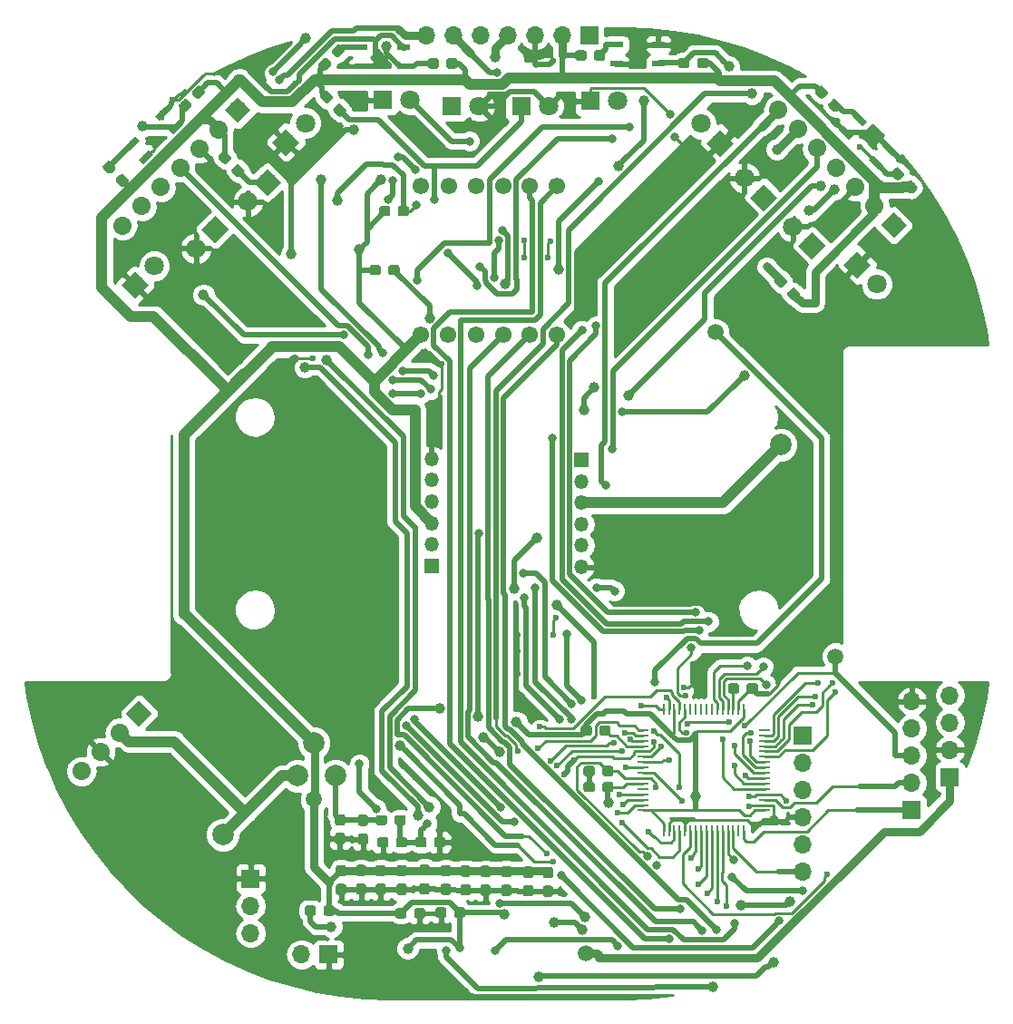
<source format=gbr>
G04 #@! TF.GenerationSoftware,KiCad,Pcbnew,(5.0.2)-1*
G04 #@! TF.CreationDate,2021-04-12T18:59:32+02:00*
G04 #@! TF.ProjectId,Squick,53717569-636b-42e6-9b69-6361645f7063,rev?*
G04 #@! TF.SameCoordinates,Original*
G04 #@! TF.FileFunction,Copper,L2,Bot*
G04 #@! TF.FilePolarity,Positive*
%FSLAX45Y45*%
G04 Gerber Fmt 4.5, Leading zero omitted, Abs format (unit mm)*
G04 Created by KiCad (PCBNEW (5.0.2)-1) date 12.04.2021 18:59:32*
%MOMM*%
%LPD*%
G01*
G04 APERTURE LIST*
G04 #@! TA.AperFunction,ComponentPad*
%ADD10R,1.350000X1.350000*%
G04 #@! TD*
G04 #@! TA.AperFunction,ComponentPad*
%ADD11O,1.350000X1.350000*%
G04 #@! TD*
G04 #@! TA.AperFunction,ComponentPad*
%ADD12C,1.550000*%
G04 #@! TD*
G04 #@! TA.AperFunction,ComponentPad*
%ADD13O,1.700000X1.700000*%
G04 #@! TD*
G04 #@! TA.AperFunction,ComponentPad*
%ADD14R,1.700000X1.700000*%
G04 #@! TD*
G04 #@! TA.AperFunction,Conductor*
%ADD15C,0.100000*%
G04 #@! TD*
G04 #@! TA.AperFunction,SMDPad,CuDef*
%ADD16C,0.950000*%
G04 #@! TD*
G04 #@! TA.AperFunction,ComponentPad*
%ADD17C,1.700000*%
G04 #@! TD*
G04 #@! TA.AperFunction,Conductor*
%ADD18C,1.700000*%
G04 #@! TD*
G04 #@! TA.AperFunction,SMDPad,CuDef*
%ADD19R,1.300000X0.600000*%
G04 #@! TD*
G04 #@! TA.AperFunction,SMDPad,CuDef*
%ADD20C,0.600000*%
G04 #@! TD*
G04 #@! TA.AperFunction,ComponentPad*
%ADD21C,1.800000*%
G04 #@! TD*
G04 #@! TA.AperFunction,ComponentPad*
%ADD22R,1.800000X1.800000*%
G04 #@! TD*
G04 #@! TA.AperFunction,SMDPad,CuDef*
%ADD23R,1.000000X0.250000*%
G04 #@! TD*
G04 #@! TA.AperFunction,SMDPad,CuDef*
%ADD24R,0.250000X1.000000*%
G04 #@! TD*
G04 #@! TA.AperFunction,ViaPad*
%ADD25C,0.800000*%
G04 #@! TD*
G04 #@! TA.AperFunction,ViaPad*
%ADD26C,1.500000*%
G04 #@! TD*
G04 #@! TA.AperFunction,ViaPad*
%ADD27C,1.000000*%
G04 #@! TD*
G04 #@! TA.AperFunction,ViaPad*
%ADD28C,2.000000*%
G04 #@! TD*
G04 #@! TA.AperFunction,ViaPad*
%ADD29C,0.600000*%
G04 #@! TD*
G04 #@! TA.AperFunction,Conductor*
%ADD30C,0.250000*%
G04 #@! TD*
G04 #@! TA.AperFunction,Conductor*
%ADD31C,0.750000*%
G04 #@! TD*
G04 #@! TA.AperFunction,Conductor*
%ADD32C,0.500000*%
G04 #@! TD*
G04 #@! TA.AperFunction,Conductor*
%ADD33C,1.000000*%
G04 #@! TD*
G04 #@! TA.AperFunction,Conductor*
%ADD34C,0.254000*%
G04 #@! TD*
G04 APERTURE END LIST*
D10*
G04 #@! TO.P,J8,1*
G04 #@! TO.N,M1_R*
X18710000Y-7640000D03*
D11*
G04 #@! TO.P,J8,2*
G04 #@! TO.N,M2_R*
X18710000Y-7840000D03*
G04 #@! TO.P,J8,3*
G04 #@! TO.N,+3.3V*
X18710000Y-8040000D03*
G04 #@! TO.P,J8,4*
G04 #@! TO.N,OUT_A_R*
X18710000Y-8240000D03*
G04 #@! TO.P,J8,5*
G04 #@! TO.N,OUT_B_R*
X18710000Y-8440000D03*
G04 #@! TO.P,J8,6*
G04 #@! TO.N,GND*
X18710000Y-8640000D03*
G04 #@! TD*
D10*
G04 #@! TO.P,J7,1*
G04 #@! TO.N,M1_L*
X17310000Y-8630000D03*
D11*
G04 #@! TO.P,J7,2*
G04 #@! TO.N,M2_L*
X17310000Y-8430000D03*
G04 #@! TO.P,J7,3*
G04 #@! TO.N,+3.3V*
X17310000Y-8230000D03*
G04 #@! TO.P,J7,4*
G04 #@! TO.N,OUT_A_L*
X17310000Y-8030000D03*
G04 #@! TO.P,J7,5*
G04 #@! TO.N,OUT_B_L*
X17310000Y-7830000D03*
G04 #@! TO.P,J7,6*
G04 #@! TO.N,GND*
X17310000Y-7630000D03*
G04 #@! TD*
D12*
G04 #@! TO.P,U8,1*
G04 #@! TO.N,Net-(U8-Pad1)*
X17210000Y-5082000D03*
G04 #@! TO.P,U8,4*
G04 #@! TO.N,GND*
X17976000Y-5082000D03*
G04 #@! TO.P,U8,5*
G04 #@! TO.N,MISO*
X18226000Y-5083000D03*
G04 #@! TO.P,U8,2*
G04 #@! TO.N,Net-(U8-Pad2)*
X17473000Y-5083000D03*
G04 #@! TO.P,U8,3*
G04 #@! TO.N,Net-(U8-Pad3)*
X17728000Y-5084000D03*
G04 #@! TO.P,U8,6*
G04 #@! TO.N,IMU_CS*
X18482000Y-5087000D03*
G04 #@! TO.P,U8,8*
G04 #@! TO.N,MOSI*
X18227000Y-6471000D03*
G04 #@! TO.P,U8,7*
G04 #@! TO.N,IMU_INT*
X18477000Y-6472000D03*
G04 #@! TO.P,U8,12*
G04 #@! TO.N,+3.3V*
X17208000Y-6474000D03*
G04 #@! TO.P,U8,11*
G04 #@! TO.N,Net-(U8-Pad11)*
X17461000Y-6471000D03*
G04 #@! TO.P,U8,10*
G04 #@! TO.N,GND*
X17724000Y-6472000D03*
G04 #@! TO.P,U8,9*
G04 #@! TO.N,SCK*
X17979000Y-6473000D03*
G04 #@! TD*
D13*
G04 #@! TO.P,SW4,3*
G04 #@! TO.N,Net-(R33-Pad2)*
X15620000Y-12058000D03*
G04 #@! TO.P,SW4,2*
X15620000Y-11804000D03*
D14*
G04 #@! TO.P,SW4,1*
G04 #@! TO.N,GND*
X15620000Y-11550000D03*
G04 #@! TD*
D15*
G04 #@! TO.N,V_batt*
G04 #@! TO.C,R29*
G36*
X17060822Y-11164374D02*
X17063127Y-11164716D01*
X17065388Y-11165282D01*
X17067582Y-11166067D01*
X17069689Y-11167064D01*
X17071689Y-11168262D01*
X17073561Y-11169651D01*
X17075288Y-11171216D01*
X17076853Y-11172943D01*
X17078241Y-11174815D01*
X17079439Y-11176814D01*
X17080436Y-11178921D01*
X17081221Y-11181115D01*
X17081787Y-11183376D01*
X17082129Y-11185682D01*
X17082244Y-11188009D01*
X17082244Y-11235509D01*
X17082129Y-11237837D01*
X17081787Y-11240143D01*
X17081221Y-11242404D01*
X17080436Y-11244598D01*
X17079439Y-11246705D01*
X17078241Y-11248704D01*
X17076853Y-11250576D01*
X17075288Y-11252303D01*
X17073561Y-11253868D01*
X17071689Y-11255257D01*
X17069689Y-11256455D01*
X17067582Y-11257452D01*
X17065388Y-11258237D01*
X17063127Y-11258803D01*
X17060822Y-11259145D01*
X17058494Y-11259259D01*
X17000994Y-11259259D01*
X16998666Y-11259145D01*
X16996360Y-11258803D01*
X16994099Y-11258237D01*
X16991905Y-11257452D01*
X16989798Y-11256455D01*
X16987799Y-11255257D01*
X16985927Y-11253868D01*
X16984200Y-11252303D01*
X16982635Y-11250576D01*
X16981246Y-11248704D01*
X16980048Y-11246705D01*
X16979052Y-11244598D01*
X16978266Y-11242404D01*
X16977700Y-11240143D01*
X16977358Y-11237837D01*
X16977244Y-11235509D01*
X16977244Y-11188009D01*
X16977358Y-11185682D01*
X16977700Y-11183376D01*
X16978266Y-11181115D01*
X16979052Y-11178921D01*
X16980048Y-11176814D01*
X16981246Y-11174815D01*
X16982635Y-11172943D01*
X16984200Y-11171216D01*
X16985927Y-11169651D01*
X16987799Y-11168262D01*
X16989798Y-11167064D01*
X16991905Y-11166067D01*
X16994099Y-11165282D01*
X16996360Y-11164716D01*
X16998666Y-11164374D01*
X17000994Y-11164260D01*
X17058494Y-11164260D01*
X17060822Y-11164374D01*
X17060822Y-11164374D01*
G37*
D16*
G04 #@! TD*
G04 #@! TO.P,R29,2*
G04 #@! TO.N,V_batt*
X17029744Y-11211759D03*
D15*
G04 #@! TO.N,GND*
G04 #@! TO.C,R29*
G36*
X16885822Y-11164374D02*
X16888127Y-11164716D01*
X16890388Y-11165282D01*
X16892582Y-11166067D01*
X16894689Y-11167064D01*
X16896689Y-11168262D01*
X16898561Y-11169651D01*
X16900288Y-11171216D01*
X16901853Y-11172943D01*
X16903241Y-11174815D01*
X16904439Y-11176814D01*
X16905436Y-11178921D01*
X16906221Y-11181115D01*
X16906787Y-11183376D01*
X16907129Y-11185682D01*
X16907244Y-11188009D01*
X16907244Y-11235509D01*
X16907129Y-11237837D01*
X16906787Y-11240143D01*
X16906221Y-11242404D01*
X16905436Y-11244598D01*
X16904439Y-11246705D01*
X16903241Y-11248704D01*
X16901853Y-11250576D01*
X16900288Y-11252303D01*
X16898561Y-11253868D01*
X16896689Y-11255257D01*
X16894689Y-11256455D01*
X16892582Y-11257452D01*
X16890388Y-11258237D01*
X16888127Y-11258803D01*
X16885822Y-11259145D01*
X16883494Y-11259259D01*
X16825994Y-11259259D01*
X16823666Y-11259145D01*
X16821360Y-11258803D01*
X16819099Y-11258237D01*
X16816905Y-11257452D01*
X16814798Y-11256455D01*
X16812799Y-11255257D01*
X16810927Y-11253868D01*
X16809200Y-11252303D01*
X16807635Y-11250576D01*
X16806246Y-11248704D01*
X16805048Y-11246705D01*
X16804052Y-11244598D01*
X16803266Y-11242404D01*
X16802700Y-11240143D01*
X16802358Y-11237837D01*
X16802244Y-11235509D01*
X16802244Y-11188009D01*
X16802358Y-11185682D01*
X16802700Y-11183376D01*
X16803266Y-11181115D01*
X16804052Y-11178921D01*
X16805048Y-11176814D01*
X16806246Y-11174815D01*
X16807635Y-11172943D01*
X16809200Y-11171216D01*
X16810927Y-11169651D01*
X16812799Y-11168262D01*
X16814798Y-11167064D01*
X16816905Y-11166067D01*
X16819099Y-11165282D01*
X16821360Y-11164716D01*
X16823666Y-11164374D01*
X16825994Y-11164260D01*
X16883494Y-11164260D01*
X16885822Y-11164374D01*
X16885822Y-11164374D01*
G37*
D16*
G04 #@! TD*
G04 #@! TO.P,R29,1*
G04 #@! TO.N,GND*
X16854744Y-11211759D03*
D15*
G04 #@! TO.N,Vin*
G04 #@! TO.C,R27*
G36*
X16872072Y-10955374D02*
X16874377Y-10955716D01*
X16876638Y-10956282D01*
X16878832Y-10957067D01*
X16880939Y-10958064D01*
X16882939Y-10959262D01*
X16884811Y-10960651D01*
X16886538Y-10962216D01*
X16888103Y-10963943D01*
X16889491Y-10965815D01*
X16890689Y-10967814D01*
X16891686Y-10969921D01*
X16892471Y-10972115D01*
X16893037Y-10974376D01*
X16893379Y-10976682D01*
X16893494Y-10979010D01*
X16893494Y-11026510D01*
X16893379Y-11028837D01*
X16893037Y-11031143D01*
X16892471Y-11033404D01*
X16891686Y-11035598D01*
X16890689Y-11037705D01*
X16889491Y-11039704D01*
X16888103Y-11041576D01*
X16886538Y-11043303D01*
X16884811Y-11044869D01*
X16882939Y-11046257D01*
X16880939Y-11047455D01*
X16878832Y-11048452D01*
X16876638Y-11049237D01*
X16874377Y-11049803D01*
X16872072Y-11050145D01*
X16869744Y-11050260D01*
X16812244Y-11050260D01*
X16809916Y-11050145D01*
X16807610Y-11049803D01*
X16805349Y-11049237D01*
X16803155Y-11048452D01*
X16801048Y-11047455D01*
X16799049Y-11046257D01*
X16797177Y-11044869D01*
X16795450Y-11043303D01*
X16793885Y-11041576D01*
X16792496Y-11039704D01*
X16791298Y-11037705D01*
X16790302Y-11035598D01*
X16789516Y-11033404D01*
X16788950Y-11031143D01*
X16788608Y-11028837D01*
X16788494Y-11026510D01*
X16788494Y-10979010D01*
X16788608Y-10976682D01*
X16788950Y-10974376D01*
X16789516Y-10972115D01*
X16790302Y-10969921D01*
X16791298Y-10967814D01*
X16792496Y-10965815D01*
X16793885Y-10963943D01*
X16795450Y-10962216D01*
X16797177Y-10960651D01*
X16799049Y-10959262D01*
X16801048Y-10958064D01*
X16803155Y-10957067D01*
X16805349Y-10956282D01*
X16807610Y-10955716D01*
X16809916Y-10955374D01*
X16812244Y-10955260D01*
X16869744Y-10955260D01*
X16872072Y-10955374D01*
X16872072Y-10955374D01*
G37*
D16*
G04 #@! TD*
G04 #@! TO.P,R27,2*
G04 #@! TO.N,Vin*
X16840994Y-11002760D03*
D15*
G04 #@! TO.N,V_batt*
G04 #@! TO.C,R27*
G36*
X17047072Y-10955374D02*
X17049377Y-10955716D01*
X17051638Y-10956282D01*
X17053832Y-10957067D01*
X17055939Y-10958064D01*
X17057939Y-10959262D01*
X17059811Y-10960651D01*
X17061538Y-10962216D01*
X17063103Y-10963943D01*
X17064491Y-10965815D01*
X17065689Y-10967814D01*
X17066686Y-10969921D01*
X17067471Y-10972115D01*
X17068037Y-10974376D01*
X17068379Y-10976682D01*
X17068494Y-10979010D01*
X17068494Y-11026510D01*
X17068379Y-11028837D01*
X17068037Y-11031143D01*
X17067471Y-11033404D01*
X17066686Y-11035598D01*
X17065689Y-11037705D01*
X17064491Y-11039704D01*
X17063103Y-11041576D01*
X17061538Y-11043303D01*
X17059811Y-11044869D01*
X17057939Y-11046257D01*
X17055939Y-11047455D01*
X17053832Y-11048452D01*
X17051638Y-11049237D01*
X17049377Y-11049803D01*
X17047072Y-11050145D01*
X17044744Y-11050260D01*
X16987244Y-11050260D01*
X16984916Y-11050145D01*
X16982610Y-11049803D01*
X16980349Y-11049237D01*
X16978155Y-11048452D01*
X16976048Y-11047455D01*
X16974049Y-11046257D01*
X16972177Y-11044869D01*
X16970450Y-11043303D01*
X16968885Y-11041576D01*
X16967496Y-11039704D01*
X16966298Y-11037705D01*
X16965302Y-11035598D01*
X16964516Y-11033404D01*
X16963950Y-11031143D01*
X16963608Y-11028837D01*
X16963494Y-11026510D01*
X16963494Y-10979010D01*
X16963608Y-10976682D01*
X16963950Y-10974376D01*
X16964516Y-10972115D01*
X16965302Y-10969921D01*
X16966298Y-10967814D01*
X16967496Y-10965815D01*
X16968885Y-10963943D01*
X16970450Y-10962216D01*
X16972177Y-10960651D01*
X16974049Y-10959262D01*
X16976048Y-10958064D01*
X16978155Y-10957067D01*
X16980349Y-10956282D01*
X16982610Y-10955716D01*
X16984916Y-10955374D01*
X16987244Y-10955260D01*
X17044744Y-10955260D01*
X17047072Y-10955374D01*
X17047072Y-10955374D01*
G37*
D16*
G04 #@! TD*
G04 #@! TO.P,R27,1*
G04 #@! TO.N,V_batt*
X17015994Y-11002760D03*
D15*
G04 #@! TO.N,+3.3V*
G04 #@! TO.C,R26*
G36*
X16813578Y-5822614D02*
X16815884Y-5822956D01*
X16818144Y-5823523D01*
X16820339Y-5824308D01*
X16822446Y-5825304D01*
X16824445Y-5826503D01*
X16826317Y-5827891D01*
X16828044Y-5829456D01*
X16829609Y-5831183D01*
X16830998Y-5833055D01*
X16832196Y-5835054D01*
X16833192Y-5837161D01*
X16833977Y-5839356D01*
X16834544Y-5841617D01*
X16834886Y-5843922D01*
X16835000Y-5846250D01*
X16835000Y-5893750D01*
X16834886Y-5896078D01*
X16834544Y-5898383D01*
X16833977Y-5900644D01*
X16833192Y-5902839D01*
X16832196Y-5904946D01*
X16830998Y-5906945D01*
X16829609Y-5908817D01*
X16828044Y-5910544D01*
X16826317Y-5912109D01*
X16824445Y-5913497D01*
X16822446Y-5914696D01*
X16820339Y-5915692D01*
X16818144Y-5916477D01*
X16815884Y-5917044D01*
X16813578Y-5917386D01*
X16811250Y-5917500D01*
X16753750Y-5917500D01*
X16751422Y-5917386D01*
X16749117Y-5917044D01*
X16746856Y-5916477D01*
X16744661Y-5915692D01*
X16742554Y-5914696D01*
X16740555Y-5913497D01*
X16738683Y-5912109D01*
X16736956Y-5910544D01*
X16735391Y-5908817D01*
X16734003Y-5906945D01*
X16732804Y-5904946D01*
X16731808Y-5902839D01*
X16731023Y-5900644D01*
X16730456Y-5898383D01*
X16730114Y-5896078D01*
X16730000Y-5893750D01*
X16730000Y-5846250D01*
X16730114Y-5843922D01*
X16730456Y-5841617D01*
X16731023Y-5839356D01*
X16731808Y-5837161D01*
X16732804Y-5835054D01*
X16734003Y-5833055D01*
X16735391Y-5831183D01*
X16736956Y-5829456D01*
X16738683Y-5827891D01*
X16740555Y-5826503D01*
X16742554Y-5825304D01*
X16744661Y-5824308D01*
X16746856Y-5823523D01*
X16749117Y-5822956D01*
X16751422Y-5822614D01*
X16753750Y-5822500D01*
X16811250Y-5822500D01*
X16813578Y-5822614D01*
X16813578Y-5822614D01*
G37*
D16*
G04 #@! TD*
G04 #@! TO.P,R26,2*
G04 #@! TO.N,+3.3V*
X16782500Y-5870000D03*
D15*
G04 #@! TO.N,PT_6*
G04 #@! TO.C,R26*
G36*
X16988578Y-5822614D02*
X16990883Y-5822956D01*
X16993144Y-5823523D01*
X16995339Y-5824308D01*
X16997446Y-5825304D01*
X16999445Y-5826503D01*
X17001317Y-5827891D01*
X17003044Y-5829456D01*
X17004609Y-5831183D01*
X17005997Y-5833055D01*
X17007196Y-5835054D01*
X17008192Y-5837161D01*
X17008977Y-5839356D01*
X17009544Y-5841617D01*
X17009886Y-5843922D01*
X17010000Y-5846250D01*
X17010000Y-5893750D01*
X17009886Y-5896078D01*
X17009544Y-5898383D01*
X17008977Y-5900644D01*
X17008192Y-5902839D01*
X17007196Y-5904946D01*
X17005997Y-5906945D01*
X17004609Y-5908817D01*
X17003044Y-5910544D01*
X17001317Y-5912109D01*
X16999445Y-5913497D01*
X16997446Y-5914696D01*
X16995339Y-5915692D01*
X16993144Y-5916477D01*
X16990883Y-5917044D01*
X16988578Y-5917386D01*
X16986250Y-5917500D01*
X16928750Y-5917500D01*
X16926422Y-5917386D01*
X16924117Y-5917044D01*
X16921856Y-5916477D01*
X16919661Y-5915692D01*
X16917554Y-5914696D01*
X16915555Y-5913497D01*
X16913683Y-5912109D01*
X16911956Y-5910544D01*
X16910391Y-5908817D01*
X16909003Y-5906945D01*
X16907804Y-5904946D01*
X16906808Y-5902839D01*
X16906023Y-5900644D01*
X16905456Y-5898383D01*
X16905114Y-5896078D01*
X16905000Y-5893750D01*
X16905000Y-5846250D01*
X16905114Y-5843922D01*
X16905456Y-5841617D01*
X16906023Y-5839356D01*
X16906808Y-5837161D01*
X16907804Y-5835054D01*
X16909003Y-5833055D01*
X16910391Y-5831183D01*
X16911956Y-5829456D01*
X16913683Y-5827891D01*
X16915555Y-5826503D01*
X16917554Y-5825304D01*
X16919661Y-5824308D01*
X16921856Y-5823523D01*
X16924117Y-5822956D01*
X16926422Y-5822614D01*
X16928750Y-5822500D01*
X16986250Y-5822500D01*
X16988578Y-5822614D01*
X16988578Y-5822614D01*
G37*
D16*
G04 #@! TD*
G04 #@! TO.P,R26,1*
G04 #@! TO.N,PT_6*
X16957500Y-5870000D03*
D15*
G04 #@! TO.N,+3.3V*
G04 #@! TO.C,R24*
G36*
X16326921Y-4192369D02*
X16329226Y-4192711D01*
X16331487Y-4193278D01*
X16333681Y-4194063D01*
X16335788Y-4195060D01*
X16337787Y-4196258D01*
X16339659Y-4197646D01*
X16341386Y-4199211D01*
X16382045Y-4239870D01*
X16383610Y-4241597D01*
X16384999Y-4243469D01*
X16386197Y-4245468D01*
X16387193Y-4247575D01*
X16387979Y-4249769D01*
X16388545Y-4252030D01*
X16388887Y-4254336D01*
X16389001Y-4256664D01*
X16388887Y-4258992D01*
X16388545Y-4261297D01*
X16387979Y-4263558D01*
X16387193Y-4265752D01*
X16386197Y-4267859D01*
X16384999Y-4269859D01*
X16383610Y-4271731D01*
X16382045Y-4273458D01*
X16348457Y-4307045D01*
X16346730Y-4308610D01*
X16344858Y-4309999D01*
X16342859Y-4311197D01*
X16340752Y-4312193D01*
X16338558Y-4312979D01*
X16336297Y-4313545D01*
X16333992Y-4313887D01*
X16331664Y-4314001D01*
X16329336Y-4313887D01*
X16327030Y-4313545D01*
X16324769Y-4312979D01*
X16322575Y-4312193D01*
X16320468Y-4311197D01*
X16318469Y-4309999D01*
X16316597Y-4308610D01*
X16314870Y-4307045D01*
X16274211Y-4266387D01*
X16272646Y-4264660D01*
X16271258Y-4262788D01*
X16270059Y-4260788D01*
X16269063Y-4258681D01*
X16268278Y-4256487D01*
X16267711Y-4254226D01*
X16267369Y-4251921D01*
X16267255Y-4249593D01*
X16267369Y-4247265D01*
X16267711Y-4244959D01*
X16268278Y-4242698D01*
X16269063Y-4240504D01*
X16270059Y-4238397D01*
X16271258Y-4236398D01*
X16272646Y-4234526D01*
X16274211Y-4232799D01*
X16307799Y-4199211D01*
X16309526Y-4197646D01*
X16311398Y-4196258D01*
X16313397Y-4195060D01*
X16315504Y-4194063D01*
X16317698Y-4193278D01*
X16319959Y-4192711D01*
X16322265Y-4192369D01*
X16324593Y-4192255D01*
X16326921Y-4192369D01*
X16326921Y-4192369D01*
G37*
D16*
G04 #@! TD*
G04 #@! TO.P,R24,2*
G04 #@! TO.N,+3.3V*
X16328128Y-4253128D03*
D15*
G04 #@! TO.N,PT_4*
G04 #@! TO.C,R24*
G36*
X16450664Y-4316113D02*
X16452970Y-4316455D01*
X16455231Y-4317021D01*
X16457425Y-4317807D01*
X16459532Y-4318803D01*
X16461531Y-4320001D01*
X16463403Y-4321390D01*
X16465130Y-4322955D01*
X16505789Y-4363614D01*
X16507354Y-4365341D01*
X16508742Y-4367213D01*
X16509940Y-4369212D01*
X16510937Y-4371319D01*
X16511722Y-4373513D01*
X16512289Y-4375774D01*
X16512630Y-4378079D01*
X16512745Y-4380407D01*
X16512630Y-4382735D01*
X16512289Y-4385041D01*
X16511722Y-4387302D01*
X16510937Y-4389496D01*
X16509940Y-4391603D01*
X16508742Y-4393602D01*
X16507354Y-4395474D01*
X16505789Y-4397201D01*
X16472201Y-4430789D01*
X16470474Y-4432354D01*
X16468602Y-4433742D01*
X16466603Y-4434941D01*
X16464496Y-4435937D01*
X16462302Y-4436722D01*
X16460041Y-4437289D01*
X16457735Y-4437631D01*
X16455407Y-4437745D01*
X16453079Y-4437631D01*
X16450774Y-4437289D01*
X16448513Y-4436722D01*
X16446319Y-4435937D01*
X16444212Y-4434941D01*
X16442212Y-4433742D01*
X16440340Y-4432354D01*
X16438613Y-4430789D01*
X16397955Y-4390130D01*
X16396390Y-4388403D01*
X16395001Y-4386531D01*
X16393803Y-4384532D01*
X16392807Y-4382425D01*
X16392021Y-4380231D01*
X16391455Y-4377970D01*
X16391113Y-4375664D01*
X16390999Y-4373336D01*
X16391113Y-4371008D01*
X16391455Y-4368703D01*
X16392021Y-4366442D01*
X16392807Y-4364248D01*
X16393803Y-4362141D01*
X16395001Y-4360142D01*
X16396390Y-4358270D01*
X16397955Y-4356543D01*
X16431542Y-4322955D01*
X16433269Y-4321390D01*
X16435141Y-4320001D01*
X16437141Y-4318803D01*
X16439248Y-4317807D01*
X16441442Y-4317021D01*
X16443703Y-4316455D01*
X16446008Y-4316113D01*
X16448336Y-4315999D01*
X16450664Y-4316113D01*
X16450664Y-4316113D01*
G37*
D16*
G04 #@! TD*
G04 #@! TO.P,R24,1*
G04 #@! TO.N,PT_4*
X16451872Y-4376872D03*
D15*
G04 #@! TO.N,+3.3V*
G04 #@! TO.C,R23*
G36*
X19871078Y-3887614D02*
X19873383Y-3887956D01*
X19875644Y-3888523D01*
X19877839Y-3889308D01*
X19879946Y-3890304D01*
X19881945Y-3891503D01*
X19883817Y-3892891D01*
X19885544Y-3894456D01*
X19887109Y-3896183D01*
X19888497Y-3898055D01*
X19889695Y-3900054D01*
X19890692Y-3902161D01*
X19891477Y-3904356D01*
X19892044Y-3906617D01*
X19892385Y-3908922D01*
X19892500Y-3911250D01*
X19892500Y-3958750D01*
X19892385Y-3961078D01*
X19892044Y-3963383D01*
X19891477Y-3965644D01*
X19890692Y-3967839D01*
X19889695Y-3969946D01*
X19888497Y-3971945D01*
X19887109Y-3973817D01*
X19885544Y-3975544D01*
X19883817Y-3977109D01*
X19881945Y-3978497D01*
X19879946Y-3979696D01*
X19877839Y-3980692D01*
X19875644Y-3981477D01*
X19873383Y-3982044D01*
X19871078Y-3982386D01*
X19868750Y-3982500D01*
X19811250Y-3982500D01*
X19808922Y-3982386D01*
X19806616Y-3982044D01*
X19804356Y-3981477D01*
X19802161Y-3980692D01*
X19800054Y-3979696D01*
X19798055Y-3978497D01*
X19796183Y-3977109D01*
X19794456Y-3975544D01*
X19792891Y-3973817D01*
X19791502Y-3971945D01*
X19790304Y-3969946D01*
X19789308Y-3967839D01*
X19788523Y-3965644D01*
X19787956Y-3963383D01*
X19787614Y-3961078D01*
X19787500Y-3958750D01*
X19787500Y-3911250D01*
X19787614Y-3908922D01*
X19787956Y-3906617D01*
X19788523Y-3904356D01*
X19789308Y-3902161D01*
X19790304Y-3900054D01*
X19791502Y-3898055D01*
X19792891Y-3896183D01*
X19794456Y-3894456D01*
X19796183Y-3892891D01*
X19798055Y-3891503D01*
X19800054Y-3890304D01*
X19802161Y-3889308D01*
X19804356Y-3888523D01*
X19806616Y-3887956D01*
X19808922Y-3887614D01*
X19811250Y-3887500D01*
X19868750Y-3887500D01*
X19871078Y-3887614D01*
X19871078Y-3887614D01*
G37*
D16*
G04 #@! TD*
G04 #@! TO.P,R23,2*
G04 #@! TO.N,+3.3V*
X19840000Y-3935000D03*
D15*
G04 #@! TO.N,KTIR_4*
G04 #@! TO.C,R23*
G36*
X19696078Y-3887614D02*
X19698383Y-3887956D01*
X19700644Y-3888523D01*
X19702839Y-3889308D01*
X19704946Y-3890304D01*
X19706945Y-3891503D01*
X19708817Y-3892891D01*
X19710544Y-3894456D01*
X19712109Y-3896183D01*
X19713497Y-3898055D01*
X19714696Y-3900054D01*
X19715692Y-3902161D01*
X19716477Y-3904356D01*
X19717044Y-3906617D01*
X19717386Y-3908922D01*
X19717500Y-3911250D01*
X19717500Y-3958750D01*
X19717386Y-3961078D01*
X19717044Y-3963383D01*
X19716477Y-3965644D01*
X19715692Y-3967839D01*
X19714696Y-3969946D01*
X19713497Y-3971945D01*
X19712109Y-3973817D01*
X19710544Y-3975544D01*
X19708817Y-3977109D01*
X19706945Y-3978497D01*
X19704946Y-3979696D01*
X19702839Y-3980692D01*
X19700644Y-3981477D01*
X19698383Y-3982044D01*
X19696078Y-3982386D01*
X19693750Y-3982500D01*
X19636250Y-3982500D01*
X19633922Y-3982386D01*
X19631617Y-3982044D01*
X19629356Y-3981477D01*
X19627161Y-3980692D01*
X19625054Y-3979696D01*
X19623055Y-3978497D01*
X19621183Y-3977109D01*
X19619456Y-3975544D01*
X19617891Y-3973817D01*
X19616503Y-3971945D01*
X19615304Y-3969946D01*
X19614308Y-3967839D01*
X19613523Y-3965644D01*
X19612956Y-3963383D01*
X19612614Y-3961078D01*
X19612500Y-3958750D01*
X19612500Y-3911250D01*
X19612614Y-3908922D01*
X19612956Y-3906617D01*
X19613523Y-3904356D01*
X19614308Y-3902161D01*
X19615304Y-3900054D01*
X19616503Y-3898055D01*
X19617891Y-3896183D01*
X19619456Y-3894456D01*
X19621183Y-3892891D01*
X19623055Y-3891503D01*
X19625054Y-3890304D01*
X19627161Y-3889308D01*
X19629356Y-3888523D01*
X19631617Y-3887956D01*
X19633922Y-3887614D01*
X19636250Y-3887500D01*
X19693750Y-3887500D01*
X19696078Y-3887614D01*
X19696078Y-3887614D01*
G37*
D16*
G04 #@! TD*
G04 #@! TO.P,R23,1*
G04 #@! TO.N,KTIR_4*
X19665000Y-3935000D03*
D15*
G04 #@! TO.N,Net-(R21-Pad2)*
G04 #@! TO.C,R21*
G36*
X18908578Y-3817614D02*
X18910883Y-3817956D01*
X18913144Y-3818523D01*
X18915339Y-3819308D01*
X18917446Y-3820304D01*
X18919445Y-3821503D01*
X18921317Y-3822891D01*
X18923044Y-3824456D01*
X18924609Y-3826183D01*
X18925997Y-3828055D01*
X18927196Y-3830054D01*
X18928192Y-3832161D01*
X18928977Y-3834356D01*
X18929544Y-3836617D01*
X18929886Y-3838922D01*
X18930000Y-3841250D01*
X18930000Y-3888750D01*
X18929886Y-3891078D01*
X18929544Y-3893383D01*
X18928977Y-3895644D01*
X18928192Y-3897839D01*
X18927196Y-3899946D01*
X18925997Y-3901945D01*
X18924609Y-3903817D01*
X18923044Y-3905544D01*
X18921317Y-3907109D01*
X18919445Y-3908497D01*
X18917446Y-3909696D01*
X18915339Y-3910692D01*
X18913144Y-3911477D01*
X18910883Y-3912044D01*
X18908578Y-3912386D01*
X18906250Y-3912500D01*
X18848750Y-3912500D01*
X18846422Y-3912386D01*
X18844117Y-3912044D01*
X18841856Y-3911477D01*
X18839661Y-3910692D01*
X18837554Y-3909696D01*
X18835555Y-3908497D01*
X18833683Y-3907109D01*
X18831956Y-3905544D01*
X18830391Y-3903817D01*
X18829003Y-3901945D01*
X18827804Y-3899946D01*
X18826808Y-3897839D01*
X18826023Y-3895644D01*
X18825456Y-3893383D01*
X18825114Y-3891078D01*
X18825000Y-3888750D01*
X18825000Y-3841250D01*
X18825114Y-3838922D01*
X18825456Y-3836617D01*
X18826023Y-3834356D01*
X18826808Y-3832161D01*
X18827804Y-3830054D01*
X18829003Y-3828055D01*
X18830391Y-3826183D01*
X18831956Y-3824456D01*
X18833683Y-3822891D01*
X18835555Y-3821503D01*
X18837554Y-3820304D01*
X18839661Y-3819308D01*
X18841856Y-3818523D01*
X18844117Y-3817956D01*
X18846422Y-3817614D01*
X18848750Y-3817500D01*
X18906250Y-3817500D01*
X18908578Y-3817614D01*
X18908578Y-3817614D01*
G37*
D16*
G04 #@! TD*
G04 #@! TO.P,R21,2*
G04 #@! TO.N,Net-(R21-Pad2)*
X18877500Y-3865000D03*
D15*
G04 #@! TO.N,+3.3V*
G04 #@! TO.C,R21*
G36*
X18733578Y-3817614D02*
X18735884Y-3817956D01*
X18738144Y-3818523D01*
X18740339Y-3819308D01*
X18742446Y-3820304D01*
X18744445Y-3821503D01*
X18746317Y-3822891D01*
X18748044Y-3824456D01*
X18749609Y-3826183D01*
X18750998Y-3828055D01*
X18752196Y-3830054D01*
X18753192Y-3832161D01*
X18753977Y-3834356D01*
X18754544Y-3836617D01*
X18754886Y-3838922D01*
X18755000Y-3841250D01*
X18755000Y-3888750D01*
X18754886Y-3891078D01*
X18754544Y-3893383D01*
X18753977Y-3895644D01*
X18753192Y-3897839D01*
X18752196Y-3899946D01*
X18750998Y-3901945D01*
X18749609Y-3903817D01*
X18748044Y-3905544D01*
X18746317Y-3907109D01*
X18744445Y-3908497D01*
X18742446Y-3909696D01*
X18740339Y-3910692D01*
X18738144Y-3911477D01*
X18735884Y-3912044D01*
X18733578Y-3912386D01*
X18731250Y-3912500D01*
X18673750Y-3912500D01*
X18671422Y-3912386D01*
X18669117Y-3912044D01*
X18666856Y-3911477D01*
X18664661Y-3910692D01*
X18662554Y-3909696D01*
X18660555Y-3908497D01*
X18658683Y-3907109D01*
X18656956Y-3905544D01*
X18655391Y-3903817D01*
X18654003Y-3901945D01*
X18652805Y-3899946D01*
X18651808Y-3897839D01*
X18651023Y-3895644D01*
X18650456Y-3893383D01*
X18650115Y-3891078D01*
X18650000Y-3888750D01*
X18650000Y-3841250D01*
X18650115Y-3838922D01*
X18650456Y-3836617D01*
X18651023Y-3834356D01*
X18651808Y-3832161D01*
X18652805Y-3830054D01*
X18654003Y-3828055D01*
X18655391Y-3826183D01*
X18656956Y-3824456D01*
X18658683Y-3822891D01*
X18660555Y-3821503D01*
X18662554Y-3820304D01*
X18664661Y-3819308D01*
X18666856Y-3818523D01*
X18669117Y-3817956D01*
X18671422Y-3817614D01*
X18673750Y-3817500D01*
X18731250Y-3817500D01*
X18733578Y-3817614D01*
X18733578Y-3817614D01*
G37*
D16*
G04 #@! TD*
G04 #@! TO.P,R21,1*
G04 #@! TO.N,+3.3V*
X18702500Y-3865000D03*
D15*
G04 #@! TO.N,+3.3V*
G04 #@! TO.C,R20*
G36*
X15376921Y-4757370D02*
X15379226Y-4757711D01*
X15381487Y-4758278D01*
X15383681Y-4759063D01*
X15385788Y-4760060D01*
X15387787Y-4761258D01*
X15389659Y-4762646D01*
X15391386Y-4764211D01*
X15432045Y-4804870D01*
X15433610Y-4806597D01*
X15434999Y-4808469D01*
X15436197Y-4810468D01*
X15437193Y-4812575D01*
X15437979Y-4814769D01*
X15438545Y-4817030D01*
X15438887Y-4819336D01*
X15439001Y-4821664D01*
X15438887Y-4823992D01*
X15438545Y-4826297D01*
X15437979Y-4828558D01*
X15437193Y-4830752D01*
X15436197Y-4832859D01*
X15434999Y-4834859D01*
X15433610Y-4836731D01*
X15432045Y-4838458D01*
X15398457Y-4872045D01*
X15396730Y-4873610D01*
X15394858Y-4874999D01*
X15392859Y-4876197D01*
X15390752Y-4877193D01*
X15388558Y-4877979D01*
X15386297Y-4878545D01*
X15383992Y-4878887D01*
X15381664Y-4879001D01*
X15379336Y-4878887D01*
X15377030Y-4878545D01*
X15374769Y-4877979D01*
X15372575Y-4877193D01*
X15370468Y-4876197D01*
X15368469Y-4874999D01*
X15366597Y-4873610D01*
X15364870Y-4872045D01*
X15324211Y-4831387D01*
X15322646Y-4829660D01*
X15321258Y-4827788D01*
X15320059Y-4825788D01*
X15319063Y-4823681D01*
X15318278Y-4821487D01*
X15317711Y-4819226D01*
X15317369Y-4816921D01*
X15317255Y-4814593D01*
X15317369Y-4812265D01*
X15317711Y-4809959D01*
X15318278Y-4807698D01*
X15319063Y-4805504D01*
X15320059Y-4803397D01*
X15321258Y-4801398D01*
X15322646Y-4799526D01*
X15324211Y-4797799D01*
X15357799Y-4764211D01*
X15359526Y-4762646D01*
X15361398Y-4761258D01*
X15363397Y-4760060D01*
X15365504Y-4759063D01*
X15367698Y-4758278D01*
X15369959Y-4757711D01*
X15372265Y-4757370D01*
X15374593Y-4757255D01*
X15376921Y-4757370D01*
X15376921Y-4757370D01*
G37*
D16*
G04 #@! TD*
G04 #@! TO.P,R20,2*
G04 #@! TO.N,+3.3V*
X15378128Y-4818128D03*
D15*
G04 #@! TO.N,PT_2*
G04 #@! TO.C,R20*
G36*
X15500664Y-4881113D02*
X15502970Y-4881455D01*
X15505231Y-4882021D01*
X15507425Y-4882807D01*
X15509532Y-4883803D01*
X15511531Y-4885001D01*
X15513403Y-4886390D01*
X15515130Y-4887955D01*
X15555789Y-4928614D01*
X15557354Y-4930341D01*
X15558742Y-4932213D01*
X15559940Y-4934212D01*
X15560937Y-4936319D01*
X15561722Y-4938513D01*
X15562289Y-4940774D01*
X15562630Y-4943079D01*
X15562745Y-4945407D01*
X15562630Y-4947735D01*
X15562289Y-4950041D01*
X15561722Y-4952302D01*
X15560937Y-4954496D01*
X15559940Y-4956603D01*
X15558742Y-4958602D01*
X15557354Y-4960474D01*
X15555789Y-4962201D01*
X15522201Y-4995789D01*
X15520474Y-4997354D01*
X15518602Y-4998742D01*
X15516603Y-4999941D01*
X15514496Y-5000937D01*
X15512302Y-5001722D01*
X15510041Y-5002289D01*
X15507735Y-5002631D01*
X15505407Y-5002745D01*
X15503079Y-5002631D01*
X15500774Y-5002289D01*
X15498513Y-5001722D01*
X15496319Y-5000937D01*
X15494212Y-4999941D01*
X15492212Y-4998742D01*
X15490340Y-4997354D01*
X15488613Y-4995789D01*
X15447955Y-4955130D01*
X15446390Y-4953403D01*
X15445001Y-4951531D01*
X15443803Y-4949532D01*
X15442807Y-4947425D01*
X15442021Y-4945231D01*
X15441455Y-4942970D01*
X15441113Y-4940664D01*
X15440999Y-4938336D01*
X15441113Y-4936008D01*
X15441455Y-4933703D01*
X15442021Y-4931442D01*
X15442807Y-4929248D01*
X15443803Y-4927141D01*
X15445001Y-4925142D01*
X15446390Y-4923270D01*
X15447955Y-4921543D01*
X15481542Y-4887955D01*
X15483269Y-4886390D01*
X15485141Y-4885001D01*
X15487141Y-4883803D01*
X15489248Y-4882807D01*
X15491442Y-4882021D01*
X15493703Y-4881455D01*
X15496008Y-4881113D01*
X15498336Y-4880999D01*
X15500664Y-4881113D01*
X15500664Y-4881113D01*
G37*
D16*
G04 #@! TD*
G04 #@! TO.P,R20,1*
G04 #@! TO.N,PT_2*
X15501872Y-4941872D03*
D15*
G04 #@! TO.N,+3.3V*
G04 #@! TO.C,R19*
G36*
X17531078Y-3892614D02*
X17533383Y-3892956D01*
X17535644Y-3893523D01*
X17537839Y-3894308D01*
X17539946Y-3895304D01*
X17541945Y-3896503D01*
X17543817Y-3897891D01*
X17545544Y-3899456D01*
X17547109Y-3901183D01*
X17548497Y-3903055D01*
X17549696Y-3905054D01*
X17550692Y-3907161D01*
X17551477Y-3909356D01*
X17552044Y-3911617D01*
X17552386Y-3913922D01*
X17552500Y-3916250D01*
X17552500Y-3963750D01*
X17552386Y-3966078D01*
X17552044Y-3968383D01*
X17551477Y-3970644D01*
X17550692Y-3972839D01*
X17549696Y-3974946D01*
X17548497Y-3976945D01*
X17547109Y-3978817D01*
X17545544Y-3980544D01*
X17543817Y-3982109D01*
X17541945Y-3983497D01*
X17539946Y-3984696D01*
X17537839Y-3985692D01*
X17535644Y-3986477D01*
X17533383Y-3987044D01*
X17531078Y-3987386D01*
X17528750Y-3987500D01*
X17471250Y-3987500D01*
X17468922Y-3987386D01*
X17466617Y-3987044D01*
X17464356Y-3986477D01*
X17462161Y-3985692D01*
X17460054Y-3984696D01*
X17458055Y-3983497D01*
X17456183Y-3982109D01*
X17454456Y-3980544D01*
X17452891Y-3978817D01*
X17451503Y-3976945D01*
X17450304Y-3974946D01*
X17449308Y-3972839D01*
X17448523Y-3970644D01*
X17447956Y-3968383D01*
X17447614Y-3966078D01*
X17447500Y-3963750D01*
X17447500Y-3916250D01*
X17447614Y-3913922D01*
X17447956Y-3911617D01*
X17448523Y-3909356D01*
X17449308Y-3907161D01*
X17450304Y-3905054D01*
X17451503Y-3903055D01*
X17452891Y-3901183D01*
X17454456Y-3899456D01*
X17456183Y-3897891D01*
X17458055Y-3896503D01*
X17460054Y-3895304D01*
X17462161Y-3894308D01*
X17464356Y-3893523D01*
X17466617Y-3892956D01*
X17468922Y-3892614D01*
X17471250Y-3892500D01*
X17528750Y-3892500D01*
X17531078Y-3892614D01*
X17531078Y-3892614D01*
G37*
D16*
G04 #@! TD*
G04 #@! TO.P,R19,2*
G04 #@! TO.N,+3.3V*
X17500000Y-3940000D03*
D15*
G04 #@! TO.N,KTIR_3*
G04 #@! TO.C,R19*
G36*
X17356078Y-3892614D02*
X17358384Y-3892956D01*
X17360645Y-3893523D01*
X17362839Y-3894308D01*
X17364946Y-3895304D01*
X17366945Y-3896503D01*
X17368817Y-3897891D01*
X17370544Y-3899456D01*
X17372109Y-3901183D01*
X17373498Y-3903055D01*
X17374696Y-3905054D01*
X17375692Y-3907161D01*
X17376478Y-3909356D01*
X17377044Y-3911617D01*
X17377386Y-3913922D01*
X17377500Y-3916250D01*
X17377500Y-3963750D01*
X17377386Y-3966078D01*
X17377044Y-3968383D01*
X17376478Y-3970644D01*
X17375692Y-3972839D01*
X17374696Y-3974946D01*
X17373498Y-3976945D01*
X17372109Y-3978817D01*
X17370544Y-3980544D01*
X17368817Y-3982109D01*
X17366945Y-3983497D01*
X17364946Y-3984696D01*
X17362839Y-3985692D01*
X17360645Y-3986477D01*
X17358384Y-3987044D01*
X17356078Y-3987386D01*
X17353750Y-3987500D01*
X17296250Y-3987500D01*
X17293922Y-3987386D01*
X17291617Y-3987044D01*
X17289356Y-3986477D01*
X17287162Y-3985692D01*
X17285055Y-3984696D01*
X17283055Y-3983497D01*
X17281183Y-3982109D01*
X17279456Y-3980544D01*
X17277891Y-3978817D01*
X17276503Y-3976945D01*
X17275305Y-3974946D01*
X17274308Y-3972839D01*
X17273523Y-3970644D01*
X17272957Y-3968383D01*
X17272615Y-3966078D01*
X17272500Y-3963750D01*
X17272500Y-3916250D01*
X17272615Y-3913922D01*
X17272957Y-3911617D01*
X17273523Y-3909356D01*
X17274308Y-3907161D01*
X17275305Y-3905054D01*
X17276503Y-3903055D01*
X17277891Y-3901183D01*
X17279456Y-3899456D01*
X17281183Y-3897891D01*
X17283055Y-3896503D01*
X17285055Y-3895304D01*
X17287162Y-3894308D01*
X17289356Y-3893523D01*
X17291617Y-3892956D01*
X17293922Y-3892614D01*
X17296250Y-3892500D01*
X17353750Y-3892500D01*
X17356078Y-3892614D01*
X17356078Y-3892614D01*
G37*
D16*
G04 #@! TD*
G04 #@! TO.P,R19,1*
G04 #@! TO.N,KTIR_3*
X17325000Y-3940000D03*
D15*
G04 #@! TO.N,Net-(R18-Pad2)*
G04 #@! TO.C,R18*
G36*
X16442735Y-3762369D02*
X16445041Y-3762711D01*
X16447302Y-3763278D01*
X16449496Y-3764063D01*
X16451603Y-3765059D01*
X16453602Y-3766258D01*
X16455474Y-3767646D01*
X16457201Y-3769211D01*
X16490789Y-3802799D01*
X16492354Y-3804526D01*
X16493742Y-3806398D01*
X16494940Y-3808397D01*
X16495937Y-3810504D01*
X16496722Y-3812698D01*
X16497289Y-3814959D01*
X16497630Y-3817265D01*
X16497745Y-3819593D01*
X16497630Y-3821921D01*
X16497289Y-3824226D01*
X16496722Y-3826487D01*
X16495937Y-3828681D01*
X16494940Y-3830788D01*
X16493742Y-3832787D01*
X16492354Y-3834659D01*
X16490789Y-3836386D01*
X16450130Y-3877045D01*
X16448403Y-3878610D01*
X16446531Y-3879999D01*
X16444532Y-3881197D01*
X16442425Y-3882193D01*
X16440231Y-3882979D01*
X16437970Y-3883545D01*
X16435664Y-3883887D01*
X16433336Y-3884001D01*
X16431008Y-3883887D01*
X16428703Y-3883545D01*
X16426442Y-3882979D01*
X16424248Y-3882193D01*
X16422141Y-3881197D01*
X16420141Y-3879999D01*
X16418269Y-3878610D01*
X16416542Y-3877045D01*
X16382955Y-3843457D01*
X16381390Y-3841730D01*
X16380001Y-3839858D01*
X16378803Y-3837859D01*
X16377807Y-3835752D01*
X16377021Y-3833558D01*
X16376455Y-3831297D01*
X16376113Y-3828992D01*
X16375999Y-3826664D01*
X16376113Y-3824336D01*
X16376455Y-3822030D01*
X16377021Y-3819769D01*
X16377807Y-3817575D01*
X16378803Y-3815468D01*
X16380001Y-3813469D01*
X16381390Y-3811597D01*
X16382955Y-3809870D01*
X16423613Y-3769211D01*
X16425340Y-3767646D01*
X16427212Y-3766258D01*
X16429212Y-3765059D01*
X16431319Y-3764063D01*
X16433513Y-3763278D01*
X16435774Y-3762711D01*
X16438079Y-3762369D01*
X16440407Y-3762255D01*
X16442735Y-3762369D01*
X16442735Y-3762369D01*
G37*
D16*
G04 #@! TD*
G04 #@! TO.P,R18,2*
G04 #@! TO.N,Net-(R18-Pad2)*
X16436872Y-3823128D03*
D15*
G04 #@! TO.N,+3.3V*
G04 #@! TO.C,R18*
G36*
X16318992Y-3886113D02*
X16321297Y-3886455D01*
X16323558Y-3887021D01*
X16325752Y-3887807D01*
X16327859Y-3888803D01*
X16329858Y-3890001D01*
X16331730Y-3891390D01*
X16333457Y-3892955D01*
X16367045Y-3926542D01*
X16368610Y-3928269D01*
X16369999Y-3930141D01*
X16371197Y-3932141D01*
X16372193Y-3934248D01*
X16372979Y-3936442D01*
X16373545Y-3938703D01*
X16373887Y-3941008D01*
X16374001Y-3943336D01*
X16373887Y-3945664D01*
X16373545Y-3947970D01*
X16372979Y-3950231D01*
X16372193Y-3952425D01*
X16371197Y-3954532D01*
X16369999Y-3956531D01*
X16368610Y-3958403D01*
X16367045Y-3960130D01*
X16326386Y-4000789D01*
X16324659Y-4002354D01*
X16322787Y-4003742D01*
X16320788Y-4004940D01*
X16318681Y-4005937D01*
X16316487Y-4006722D01*
X16314226Y-4007289D01*
X16311921Y-4007630D01*
X16309593Y-4007745D01*
X16307265Y-4007630D01*
X16304959Y-4007289D01*
X16302698Y-4006722D01*
X16300504Y-4005937D01*
X16298397Y-4004940D01*
X16296398Y-4003742D01*
X16294526Y-4002354D01*
X16292799Y-4000789D01*
X16259211Y-3967201D01*
X16257646Y-3965474D01*
X16256258Y-3963602D01*
X16255059Y-3961603D01*
X16254063Y-3959496D01*
X16253278Y-3957302D01*
X16252711Y-3955041D01*
X16252369Y-3952735D01*
X16252255Y-3950407D01*
X16252369Y-3948079D01*
X16252711Y-3945774D01*
X16253278Y-3943513D01*
X16254063Y-3941319D01*
X16255059Y-3939212D01*
X16256258Y-3937212D01*
X16257646Y-3935340D01*
X16259211Y-3933613D01*
X16299870Y-3892955D01*
X16301597Y-3891390D01*
X16303469Y-3890001D01*
X16305468Y-3888803D01*
X16307575Y-3887807D01*
X16309769Y-3887021D01*
X16312030Y-3886455D01*
X16314336Y-3886113D01*
X16316664Y-3885999D01*
X16318992Y-3886113D01*
X16318992Y-3886113D01*
G37*
D16*
G04 #@! TD*
G04 #@! TO.P,R18,1*
G04 #@! TO.N,+3.3V*
X16313128Y-3946872D03*
D15*
G04 #@! TO.N,+3.3V*
G04 #@! TO.C,R17*
G36*
X16903078Y-5271614D02*
X16905384Y-5271956D01*
X16907644Y-5272523D01*
X16909839Y-5273308D01*
X16911946Y-5274304D01*
X16913945Y-5275503D01*
X16915817Y-5276891D01*
X16917544Y-5278456D01*
X16919109Y-5280183D01*
X16920498Y-5282055D01*
X16921696Y-5284054D01*
X16922692Y-5286161D01*
X16923477Y-5288356D01*
X16924044Y-5290617D01*
X16924386Y-5292922D01*
X16924500Y-5295250D01*
X16924500Y-5342750D01*
X16924386Y-5345078D01*
X16924044Y-5347383D01*
X16923477Y-5349644D01*
X16922692Y-5351839D01*
X16921696Y-5353946D01*
X16920498Y-5355945D01*
X16919109Y-5357817D01*
X16917544Y-5359544D01*
X16915817Y-5361109D01*
X16913945Y-5362497D01*
X16911946Y-5363696D01*
X16909839Y-5364692D01*
X16907644Y-5365477D01*
X16905384Y-5366044D01*
X16903078Y-5366386D01*
X16900750Y-5366500D01*
X16843250Y-5366500D01*
X16840922Y-5366386D01*
X16838617Y-5366044D01*
X16836356Y-5365477D01*
X16834161Y-5364692D01*
X16832054Y-5363696D01*
X16830055Y-5362497D01*
X16828183Y-5361109D01*
X16826456Y-5359544D01*
X16824891Y-5357817D01*
X16823503Y-5355945D01*
X16822305Y-5353946D01*
X16821308Y-5351839D01*
X16820523Y-5349644D01*
X16819956Y-5347383D01*
X16819615Y-5345078D01*
X16819500Y-5342750D01*
X16819500Y-5295250D01*
X16819615Y-5292922D01*
X16819956Y-5290617D01*
X16820523Y-5288356D01*
X16821308Y-5286161D01*
X16822305Y-5284054D01*
X16823503Y-5282055D01*
X16824891Y-5280183D01*
X16826456Y-5278456D01*
X16828183Y-5276891D01*
X16830055Y-5275503D01*
X16832054Y-5274304D01*
X16834161Y-5273308D01*
X16836356Y-5272523D01*
X16838617Y-5271956D01*
X16840922Y-5271614D01*
X16843250Y-5271500D01*
X16900750Y-5271500D01*
X16903078Y-5271614D01*
X16903078Y-5271614D01*
G37*
D16*
G04 #@! TD*
G04 #@! TO.P,R17,2*
G04 #@! TO.N,+3.3V*
X16872000Y-5319000D03*
D15*
G04 #@! TO.N,PT_1*
G04 #@! TO.C,R17*
G36*
X17078078Y-5271614D02*
X17080384Y-5271956D01*
X17082644Y-5272523D01*
X17084839Y-5273308D01*
X17086946Y-5274304D01*
X17088945Y-5275503D01*
X17090817Y-5276891D01*
X17092544Y-5278456D01*
X17094109Y-5280183D01*
X17095498Y-5282055D01*
X17096696Y-5284054D01*
X17097692Y-5286161D01*
X17098477Y-5288356D01*
X17099044Y-5290617D01*
X17099386Y-5292922D01*
X17099500Y-5295250D01*
X17099500Y-5342750D01*
X17099386Y-5345078D01*
X17099044Y-5347383D01*
X17098477Y-5349644D01*
X17097692Y-5351839D01*
X17096696Y-5353946D01*
X17095498Y-5355945D01*
X17094109Y-5357817D01*
X17092544Y-5359544D01*
X17090817Y-5361109D01*
X17088945Y-5362497D01*
X17086946Y-5363696D01*
X17084839Y-5364692D01*
X17082644Y-5365477D01*
X17080384Y-5366044D01*
X17078078Y-5366386D01*
X17075750Y-5366500D01*
X17018250Y-5366500D01*
X17015922Y-5366386D01*
X17013617Y-5366044D01*
X17011356Y-5365477D01*
X17009161Y-5364692D01*
X17007054Y-5363696D01*
X17005055Y-5362497D01*
X17003183Y-5361109D01*
X17001456Y-5359544D01*
X16999891Y-5357817D01*
X16998503Y-5355945D01*
X16997305Y-5353946D01*
X16996308Y-5351839D01*
X16995523Y-5349644D01*
X16994956Y-5347383D01*
X16994615Y-5345078D01*
X16994500Y-5342750D01*
X16994500Y-5295250D01*
X16994615Y-5292922D01*
X16994956Y-5290617D01*
X16995523Y-5288356D01*
X16996308Y-5286161D01*
X16997305Y-5284054D01*
X16998503Y-5282055D01*
X16999891Y-5280183D01*
X17001456Y-5278456D01*
X17003183Y-5276891D01*
X17005055Y-5275503D01*
X17007054Y-5274304D01*
X17009161Y-5273308D01*
X17011356Y-5272523D01*
X17013617Y-5271956D01*
X17015922Y-5271614D01*
X17018250Y-5271500D01*
X17075750Y-5271500D01*
X17078078Y-5271614D01*
X17078078Y-5271614D01*
G37*
D16*
G04 #@! TD*
G04 #@! TO.P,R17,1*
G04 #@! TO.N,PT_1*
X17047000Y-5319000D03*
D15*
G04 #@! TO.N,+3.3V*
G04 #@! TO.C,R16*
G36*
X21782536Y-5032985D02*
X21784842Y-5033327D01*
X21787102Y-5033893D01*
X21789297Y-5034678D01*
X21791404Y-5035675D01*
X21793403Y-5036873D01*
X21795275Y-5038262D01*
X21797002Y-5039827D01*
X21837661Y-5080485D01*
X21839226Y-5082212D01*
X21840614Y-5084084D01*
X21841812Y-5086083D01*
X21842809Y-5088190D01*
X21843594Y-5090385D01*
X21844160Y-5092646D01*
X21844502Y-5094951D01*
X21844617Y-5097279D01*
X21844502Y-5099607D01*
X21844160Y-5101913D01*
X21843594Y-5104173D01*
X21842809Y-5106368D01*
X21841812Y-5108475D01*
X21840614Y-5110474D01*
X21839226Y-5112346D01*
X21837661Y-5114073D01*
X21804073Y-5147661D01*
X21802346Y-5149226D01*
X21800474Y-5150614D01*
X21798475Y-5151812D01*
X21796368Y-5152809D01*
X21794173Y-5153594D01*
X21791913Y-5154160D01*
X21789607Y-5154502D01*
X21787279Y-5154617D01*
X21784951Y-5154502D01*
X21782646Y-5154160D01*
X21780385Y-5153594D01*
X21778190Y-5152809D01*
X21776083Y-5151812D01*
X21774084Y-5150614D01*
X21772212Y-5149226D01*
X21770485Y-5147661D01*
X21729827Y-5107002D01*
X21728262Y-5105275D01*
X21726873Y-5103403D01*
X21725675Y-5101404D01*
X21724678Y-5099297D01*
X21723893Y-5097102D01*
X21723327Y-5094842D01*
X21722985Y-5092536D01*
X21722871Y-5090208D01*
X21722985Y-5087880D01*
X21723327Y-5085575D01*
X21723893Y-5083314D01*
X21724678Y-5081119D01*
X21725675Y-5079012D01*
X21726873Y-5077013D01*
X21728262Y-5075141D01*
X21729827Y-5073414D01*
X21763414Y-5039827D01*
X21765141Y-5038262D01*
X21767013Y-5036873D01*
X21769012Y-5035675D01*
X21771119Y-5034678D01*
X21773314Y-5033893D01*
X21775575Y-5033327D01*
X21777880Y-5032985D01*
X21780208Y-5032871D01*
X21782536Y-5032985D01*
X21782536Y-5032985D01*
G37*
D16*
G04 #@! TD*
G04 #@! TO.P,R16,2*
G04 #@! TO.N,+3.3V*
X21783744Y-5093744D03*
D15*
G04 #@! TO.N,KTIR_2*
G04 #@! TO.C,R16*
G36*
X21658792Y-4909241D02*
X21661098Y-4909583D01*
X21663359Y-4910150D01*
X21665553Y-4910935D01*
X21667660Y-4911931D01*
X21669659Y-4913130D01*
X21671531Y-4914518D01*
X21673258Y-4916083D01*
X21713917Y-4956742D01*
X21715482Y-4958469D01*
X21716871Y-4960341D01*
X21718069Y-4962340D01*
X21719065Y-4964447D01*
X21719850Y-4966641D01*
X21720417Y-4968902D01*
X21720759Y-4971208D01*
X21720873Y-4973536D01*
X21720759Y-4975863D01*
X21720417Y-4978169D01*
X21719850Y-4980430D01*
X21719065Y-4982624D01*
X21718069Y-4984731D01*
X21716871Y-4986730D01*
X21715482Y-4988602D01*
X21713917Y-4990329D01*
X21680329Y-5023917D01*
X21678602Y-5025482D01*
X21676730Y-5026871D01*
X21674731Y-5028069D01*
X21672624Y-5029065D01*
X21670430Y-5029850D01*
X21668169Y-5030417D01*
X21665863Y-5030759D01*
X21663536Y-5030873D01*
X21661208Y-5030759D01*
X21658902Y-5030417D01*
X21656641Y-5029850D01*
X21654447Y-5029065D01*
X21652340Y-5028069D01*
X21650341Y-5026871D01*
X21648469Y-5025482D01*
X21646742Y-5023917D01*
X21606083Y-4983258D01*
X21604518Y-4981531D01*
X21603130Y-4979659D01*
X21601931Y-4977660D01*
X21600935Y-4975553D01*
X21600150Y-4973359D01*
X21599583Y-4971098D01*
X21599241Y-4968792D01*
X21599127Y-4966465D01*
X21599241Y-4964137D01*
X21599583Y-4961831D01*
X21600150Y-4959570D01*
X21600935Y-4957376D01*
X21601931Y-4955269D01*
X21603130Y-4953270D01*
X21604518Y-4951398D01*
X21606083Y-4949671D01*
X21639671Y-4916083D01*
X21641398Y-4914518D01*
X21643270Y-4913130D01*
X21645269Y-4911931D01*
X21647376Y-4910935D01*
X21649570Y-4910150D01*
X21651831Y-4909583D01*
X21654137Y-4909241D01*
X21656465Y-4909127D01*
X21658792Y-4909241D01*
X21658792Y-4909241D01*
G37*
D16*
G04 #@! TD*
G04 #@! TO.P,R16,1*
G04 #@! TO.N,KTIR_2*
X21660000Y-4970000D03*
D15*
G04 #@! TO.N,Net-(R15-Pad2)*
G04 #@! TO.C,R15*
G36*
X21070664Y-4271113D02*
X21072970Y-4271455D01*
X21075231Y-4272021D01*
X21077425Y-4272807D01*
X21079532Y-4273803D01*
X21081531Y-4275001D01*
X21083403Y-4276390D01*
X21085130Y-4277955D01*
X21125789Y-4318614D01*
X21127354Y-4320341D01*
X21128742Y-4322213D01*
X21129941Y-4324212D01*
X21130937Y-4326319D01*
X21131722Y-4328513D01*
X21132289Y-4330774D01*
X21132631Y-4333079D01*
X21132745Y-4335407D01*
X21132631Y-4337735D01*
X21132289Y-4340041D01*
X21131722Y-4342302D01*
X21130937Y-4344496D01*
X21129941Y-4346603D01*
X21128742Y-4348602D01*
X21127354Y-4350474D01*
X21125789Y-4352201D01*
X21092201Y-4385789D01*
X21090474Y-4387354D01*
X21088602Y-4388742D01*
X21086603Y-4389941D01*
X21084496Y-4390937D01*
X21082302Y-4391722D01*
X21080041Y-4392289D01*
X21077735Y-4392631D01*
X21075407Y-4392745D01*
X21073079Y-4392631D01*
X21070774Y-4392289D01*
X21068513Y-4391722D01*
X21066319Y-4390937D01*
X21064212Y-4389941D01*
X21062213Y-4388742D01*
X21060341Y-4387354D01*
X21058614Y-4385789D01*
X21017955Y-4345130D01*
X21016390Y-4343403D01*
X21015001Y-4341531D01*
X21013803Y-4339532D01*
X21012807Y-4337425D01*
X21012021Y-4335231D01*
X21011455Y-4332970D01*
X21011113Y-4330664D01*
X21010999Y-4328336D01*
X21011113Y-4326008D01*
X21011455Y-4323703D01*
X21012021Y-4321442D01*
X21012807Y-4319248D01*
X21013803Y-4317141D01*
X21015001Y-4315142D01*
X21016390Y-4313270D01*
X21017955Y-4311543D01*
X21051543Y-4277955D01*
X21053270Y-4276390D01*
X21055142Y-4275001D01*
X21057141Y-4273803D01*
X21059248Y-4272807D01*
X21061442Y-4272021D01*
X21063703Y-4271455D01*
X21066008Y-4271113D01*
X21068336Y-4270999D01*
X21070664Y-4271113D01*
X21070664Y-4271113D01*
G37*
D16*
G04 #@! TD*
G04 #@! TO.P,R15,2*
G04 #@! TO.N,Net-(R15-Pad2)*
X21071872Y-4331872D03*
D15*
G04 #@! TO.N,+3.3V*
G04 #@! TO.C,R15*
G36*
X20946921Y-4147369D02*
X20949226Y-4147711D01*
X20951487Y-4148278D01*
X20953681Y-4149063D01*
X20955788Y-4150059D01*
X20957788Y-4151258D01*
X20959660Y-4152646D01*
X20961387Y-4154211D01*
X21002045Y-4194870D01*
X21003610Y-4196597D01*
X21004999Y-4198469D01*
X21006197Y-4200468D01*
X21007193Y-4202575D01*
X21007979Y-4204769D01*
X21008545Y-4207030D01*
X21008887Y-4209336D01*
X21009001Y-4211664D01*
X21008887Y-4213992D01*
X21008545Y-4216297D01*
X21007979Y-4218558D01*
X21007193Y-4220752D01*
X21006197Y-4222859D01*
X21004999Y-4224859D01*
X21003610Y-4226731D01*
X21002045Y-4228458D01*
X20968458Y-4262045D01*
X20966731Y-4263610D01*
X20964859Y-4264999D01*
X20962859Y-4266197D01*
X20960752Y-4267193D01*
X20958558Y-4267979D01*
X20956297Y-4268545D01*
X20953992Y-4268887D01*
X20951664Y-4269001D01*
X20949336Y-4268887D01*
X20947030Y-4268545D01*
X20944769Y-4267979D01*
X20942575Y-4267193D01*
X20940468Y-4266197D01*
X20938469Y-4264999D01*
X20936597Y-4263610D01*
X20934870Y-4262045D01*
X20894211Y-4221387D01*
X20892646Y-4219660D01*
X20891258Y-4217788D01*
X20890060Y-4215788D01*
X20889063Y-4213681D01*
X20888278Y-4211487D01*
X20887711Y-4209226D01*
X20887370Y-4206921D01*
X20887255Y-4204593D01*
X20887370Y-4202265D01*
X20887711Y-4199959D01*
X20888278Y-4197698D01*
X20889063Y-4195504D01*
X20890060Y-4193397D01*
X20891258Y-4191398D01*
X20892646Y-4189526D01*
X20894211Y-4187799D01*
X20927799Y-4154211D01*
X20929526Y-4152646D01*
X20931398Y-4151258D01*
X20933397Y-4150059D01*
X20935504Y-4149063D01*
X20937698Y-4148278D01*
X20939959Y-4147711D01*
X20942265Y-4147369D01*
X20944593Y-4147255D01*
X20946921Y-4147369D01*
X20946921Y-4147369D01*
G37*
D16*
G04 #@! TD*
G04 #@! TO.P,R15,1*
G04 #@! TO.N,+3.3V*
X20948128Y-4208128D03*
D15*
G04 #@! TO.N,+3.3V*
G04 #@! TO.C,R14*
G36*
X15137735Y-4147369D02*
X15140041Y-4147711D01*
X15142302Y-4148278D01*
X15144496Y-4149063D01*
X15146603Y-4150059D01*
X15148602Y-4151258D01*
X15150474Y-4152646D01*
X15152201Y-4154211D01*
X15185789Y-4187799D01*
X15187354Y-4189526D01*
X15188742Y-4191398D01*
X15189940Y-4193397D01*
X15190937Y-4195504D01*
X15191722Y-4197698D01*
X15192289Y-4199959D01*
X15192630Y-4202265D01*
X15192745Y-4204593D01*
X15192630Y-4206921D01*
X15192289Y-4209226D01*
X15191722Y-4211487D01*
X15190937Y-4213681D01*
X15189940Y-4215788D01*
X15188742Y-4217788D01*
X15187354Y-4219660D01*
X15185789Y-4221387D01*
X15145130Y-4262045D01*
X15143403Y-4263610D01*
X15141531Y-4264999D01*
X15139532Y-4266197D01*
X15137425Y-4267193D01*
X15135231Y-4267979D01*
X15132970Y-4268545D01*
X15130664Y-4268887D01*
X15128336Y-4269001D01*
X15126008Y-4268887D01*
X15123703Y-4268545D01*
X15121442Y-4267979D01*
X15119248Y-4267193D01*
X15117141Y-4266197D01*
X15115141Y-4264999D01*
X15113269Y-4263610D01*
X15111542Y-4262045D01*
X15077955Y-4228458D01*
X15076390Y-4226731D01*
X15075001Y-4224859D01*
X15073803Y-4222859D01*
X15072807Y-4220752D01*
X15072021Y-4218558D01*
X15071455Y-4216297D01*
X15071113Y-4213992D01*
X15070999Y-4211664D01*
X15071113Y-4209336D01*
X15071455Y-4207030D01*
X15072021Y-4204769D01*
X15072807Y-4202575D01*
X15073803Y-4200468D01*
X15075001Y-4198469D01*
X15076390Y-4196597D01*
X15077955Y-4194870D01*
X15118613Y-4154211D01*
X15120340Y-4152646D01*
X15122212Y-4151258D01*
X15124212Y-4150059D01*
X15126319Y-4149063D01*
X15128513Y-4148278D01*
X15130774Y-4147711D01*
X15133079Y-4147369D01*
X15135407Y-4147255D01*
X15137735Y-4147369D01*
X15137735Y-4147369D01*
G37*
D16*
G04 #@! TD*
G04 #@! TO.P,R14,2*
G04 #@! TO.N,+3.3V*
X15131872Y-4208128D03*
D15*
G04 #@! TO.N,KTIR_1*
G04 #@! TO.C,R14*
G36*
X15013992Y-4271113D02*
X15016297Y-4271455D01*
X15018558Y-4272021D01*
X15020752Y-4272807D01*
X15022859Y-4273803D01*
X15024858Y-4275001D01*
X15026730Y-4276390D01*
X15028457Y-4277955D01*
X15062045Y-4311543D01*
X15063610Y-4313270D01*
X15064999Y-4315142D01*
X15066197Y-4317141D01*
X15067193Y-4319248D01*
X15067979Y-4321442D01*
X15068545Y-4323703D01*
X15068887Y-4326008D01*
X15069001Y-4328336D01*
X15068887Y-4330664D01*
X15068545Y-4332970D01*
X15067979Y-4335231D01*
X15067193Y-4337425D01*
X15066197Y-4339532D01*
X15064999Y-4341531D01*
X15063610Y-4343403D01*
X15062045Y-4345130D01*
X15021386Y-4385789D01*
X15019659Y-4387354D01*
X15017787Y-4388742D01*
X15015788Y-4389941D01*
X15013681Y-4390937D01*
X15011487Y-4391722D01*
X15009226Y-4392289D01*
X15006921Y-4392631D01*
X15004593Y-4392745D01*
X15002265Y-4392631D01*
X14999959Y-4392289D01*
X14997698Y-4391722D01*
X14995504Y-4390937D01*
X14993397Y-4389941D01*
X14991398Y-4388742D01*
X14989526Y-4387354D01*
X14987799Y-4385789D01*
X14954211Y-4352201D01*
X14952646Y-4350474D01*
X14951258Y-4348602D01*
X14950059Y-4346603D01*
X14949063Y-4344496D01*
X14948278Y-4342302D01*
X14947711Y-4340041D01*
X14947369Y-4337735D01*
X14947255Y-4335407D01*
X14947369Y-4333079D01*
X14947711Y-4330774D01*
X14948278Y-4328513D01*
X14949063Y-4326319D01*
X14950059Y-4324212D01*
X14951258Y-4322213D01*
X14952646Y-4320341D01*
X14954211Y-4318614D01*
X14994870Y-4277955D01*
X14996597Y-4276390D01*
X14998469Y-4275001D01*
X15000468Y-4273803D01*
X15002575Y-4272807D01*
X15004769Y-4272021D01*
X15007030Y-4271455D01*
X15009336Y-4271113D01*
X15011664Y-4270999D01*
X15013992Y-4271113D01*
X15013992Y-4271113D01*
G37*
D16*
G04 #@! TD*
G04 #@! TO.P,R14,1*
G04 #@! TO.N,KTIR_1*
X15008128Y-4331872D03*
D15*
G04 #@! TO.N,Net-(R13-Pad2)*
G04 #@! TO.C,R13*
G36*
X14296921Y-4847370D02*
X14299226Y-4847711D01*
X14301487Y-4848278D01*
X14303681Y-4849063D01*
X14305788Y-4850060D01*
X14307787Y-4851258D01*
X14309659Y-4852646D01*
X14311386Y-4854211D01*
X14352045Y-4894870D01*
X14353610Y-4896597D01*
X14354999Y-4898469D01*
X14356197Y-4900468D01*
X14357193Y-4902575D01*
X14357979Y-4904769D01*
X14358545Y-4907030D01*
X14358887Y-4909336D01*
X14359001Y-4911664D01*
X14358887Y-4913992D01*
X14358545Y-4916297D01*
X14357979Y-4918558D01*
X14357193Y-4920752D01*
X14356197Y-4922859D01*
X14354999Y-4924859D01*
X14353610Y-4926731D01*
X14352045Y-4928458D01*
X14318457Y-4962045D01*
X14316730Y-4963610D01*
X14314858Y-4964999D01*
X14312859Y-4966197D01*
X14310752Y-4967193D01*
X14308558Y-4967979D01*
X14306297Y-4968545D01*
X14303992Y-4968887D01*
X14301664Y-4969001D01*
X14299336Y-4968887D01*
X14297030Y-4968545D01*
X14294769Y-4967979D01*
X14292575Y-4967193D01*
X14290468Y-4966197D01*
X14288469Y-4964999D01*
X14286597Y-4963610D01*
X14284870Y-4962045D01*
X14244211Y-4921387D01*
X14242646Y-4919660D01*
X14241258Y-4917788D01*
X14240059Y-4915788D01*
X14239063Y-4913681D01*
X14238278Y-4911487D01*
X14237711Y-4909226D01*
X14237369Y-4906921D01*
X14237255Y-4904593D01*
X14237369Y-4902265D01*
X14237711Y-4899959D01*
X14238278Y-4897698D01*
X14239063Y-4895504D01*
X14240059Y-4893397D01*
X14241258Y-4891398D01*
X14242646Y-4889526D01*
X14244211Y-4887799D01*
X14277799Y-4854211D01*
X14279526Y-4852646D01*
X14281398Y-4851258D01*
X14283397Y-4850060D01*
X14285504Y-4849063D01*
X14287698Y-4848278D01*
X14289959Y-4847711D01*
X14292265Y-4847370D01*
X14294593Y-4847255D01*
X14296921Y-4847370D01*
X14296921Y-4847370D01*
G37*
D16*
G04 #@! TD*
G04 #@! TO.P,R13,2*
G04 #@! TO.N,Net-(R13-Pad2)*
X14298128Y-4908128D03*
D15*
G04 #@! TO.N,+3.3V*
G04 #@! TO.C,R13*
G36*
X14420664Y-4971113D02*
X14422970Y-4971455D01*
X14425231Y-4972021D01*
X14427425Y-4972807D01*
X14429532Y-4973803D01*
X14431531Y-4975001D01*
X14433403Y-4976390D01*
X14435130Y-4977955D01*
X14475789Y-5018614D01*
X14477354Y-5020341D01*
X14478742Y-5022213D01*
X14479940Y-5024212D01*
X14480937Y-5026319D01*
X14481722Y-5028513D01*
X14482289Y-5030774D01*
X14482630Y-5033079D01*
X14482745Y-5035407D01*
X14482630Y-5037735D01*
X14482289Y-5040041D01*
X14481722Y-5042302D01*
X14480937Y-5044496D01*
X14479940Y-5046603D01*
X14478742Y-5048602D01*
X14477354Y-5050474D01*
X14475789Y-5052201D01*
X14442201Y-5085789D01*
X14440474Y-5087354D01*
X14438602Y-5088742D01*
X14436603Y-5089941D01*
X14434496Y-5090937D01*
X14432302Y-5091722D01*
X14430041Y-5092289D01*
X14427735Y-5092631D01*
X14425407Y-5092745D01*
X14423079Y-5092631D01*
X14420774Y-5092289D01*
X14418513Y-5091722D01*
X14416319Y-5090937D01*
X14414212Y-5089941D01*
X14412212Y-5088742D01*
X14410340Y-5087354D01*
X14408613Y-5085789D01*
X14367955Y-5045130D01*
X14366390Y-5043403D01*
X14365001Y-5041531D01*
X14363803Y-5039532D01*
X14362807Y-5037425D01*
X14362021Y-5035231D01*
X14361455Y-5032970D01*
X14361113Y-5030664D01*
X14360999Y-5028336D01*
X14361113Y-5026008D01*
X14361455Y-5023703D01*
X14362021Y-5021442D01*
X14362807Y-5019248D01*
X14363803Y-5017141D01*
X14365001Y-5015142D01*
X14366390Y-5013270D01*
X14367955Y-5011543D01*
X14401542Y-4977955D01*
X14403269Y-4976390D01*
X14405141Y-4975001D01*
X14407141Y-4973803D01*
X14409248Y-4972807D01*
X14411442Y-4972021D01*
X14413703Y-4971455D01*
X14416008Y-4971113D01*
X14418336Y-4970999D01*
X14420664Y-4971113D01*
X14420664Y-4971113D01*
G37*
D16*
G04 #@! TD*
G04 #@! TO.P,R13,1*
G04 #@! TO.N,+3.3V*
X14421872Y-5031872D03*
D15*
G04 #@! TO.N,RESET*
G04 #@! TO.C,R6*
G36*
X16208822Y-11800374D02*
X16211127Y-11800716D01*
X16213388Y-11801282D01*
X16215582Y-11802067D01*
X16217689Y-11803064D01*
X16219688Y-11804262D01*
X16221560Y-11805650D01*
X16223287Y-11807216D01*
X16224853Y-11808943D01*
X16226241Y-11810815D01*
X16227439Y-11812814D01*
X16228436Y-11814921D01*
X16229221Y-11817115D01*
X16229787Y-11819376D01*
X16230129Y-11821681D01*
X16230244Y-11824009D01*
X16230244Y-11871509D01*
X16230129Y-11873837D01*
X16229787Y-11876143D01*
X16229221Y-11878404D01*
X16228436Y-11880598D01*
X16227439Y-11882705D01*
X16226241Y-11884704D01*
X16224853Y-11886576D01*
X16223287Y-11888303D01*
X16221560Y-11889868D01*
X16219688Y-11891257D01*
X16217689Y-11892455D01*
X16215582Y-11893451D01*
X16213388Y-11894237D01*
X16211127Y-11894803D01*
X16208822Y-11895145D01*
X16206494Y-11895259D01*
X16148994Y-11895259D01*
X16146666Y-11895145D01*
X16144360Y-11894803D01*
X16142099Y-11894237D01*
X16139905Y-11893451D01*
X16137798Y-11892455D01*
X16135799Y-11891257D01*
X16133927Y-11889868D01*
X16132200Y-11888303D01*
X16130635Y-11886576D01*
X16129246Y-11884704D01*
X16128048Y-11882705D01*
X16127052Y-11880598D01*
X16126266Y-11878404D01*
X16125700Y-11876143D01*
X16125358Y-11873837D01*
X16125244Y-11871509D01*
X16125244Y-11824009D01*
X16125358Y-11821681D01*
X16125700Y-11819376D01*
X16126266Y-11817115D01*
X16127052Y-11814921D01*
X16128048Y-11812814D01*
X16129246Y-11810815D01*
X16130635Y-11808943D01*
X16132200Y-11807216D01*
X16133927Y-11805650D01*
X16135799Y-11804262D01*
X16137798Y-11803064D01*
X16139905Y-11802067D01*
X16142099Y-11801282D01*
X16144360Y-11800716D01*
X16146666Y-11800374D01*
X16148994Y-11800259D01*
X16206494Y-11800259D01*
X16208822Y-11800374D01*
X16208822Y-11800374D01*
G37*
D16*
G04 #@! TD*
G04 #@! TO.P,R6,2*
G04 #@! TO.N,RESET*
X16177744Y-11847759D03*
D15*
G04 #@! TO.N,+3.3V*
G04 #@! TO.C,R6*
G36*
X16383822Y-11800374D02*
X16386127Y-11800716D01*
X16388388Y-11801282D01*
X16390582Y-11802067D01*
X16392689Y-11803064D01*
X16394688Y-11804262D01*
X16396560Y-11805650D01*
X16398287Y-11807216D01*
X16399853Y-11808943D01*
X16401241Y-11810815D01*
X16402439Y-11812814D01*
X16403436Y-11814921D01*
X16404221Y-11817115D01*
X16404787Y-11819376D01*
X16405129Y-11821681D01*
X16405244Y-11824009D01*
X16405244Y-11871509D01*
X16405129Y-11873837D01*
X16404787Y-11876143D01*
X16404221Y-11878404D01*
X16403436Y-11880598D01*
X16402439Y-11882705D01*
X16401241Y-11884704D01*
X16399853Y-11886576D01*
X16398287Y-11888303D01*
X16396560Y-11889868D01*
X16394688Y-11891257D01*
X16392689Y-11892455D01*
X16390582Y-11893451D01*
X16388388Y-11894237D01*
X16386127Y-11894803D01*
X16383822Y-11895145D01*
X16381494Y-11895259D01*
X16323994Y-11895259D01*
X16321666Y-11895145D01*
X16319360Y-11894803D01*
X16317099Y-11894237D01*
X16314905Y-11893451D01*
X16312798Y-11892455D01*
X16310799Y-11891257D01*
X16308927Y-11889868D01*
X16307200Y-11888303D01*
X16305635Y-11886576D01*
X16304246Y-11884704D01*
X16303048Y-11882705D01*
X16302052Y-11880598D01*
X16301266Y-11878404D01*
X16300700Y-11876143D01*
X16300358Y-11873837D01*
X16300244Y-11871509D01*
X16300244Y-11824009D01*
X16300358Y-11821681D01*
X16300700Y-11819376D01*
X16301266Y-11817115D01*
X16302052Y-11814921D01*
X16303048Y-11812814D01*
X16304246Y-11810815D01*
X16305635Y-11808943D01*
X16307200Y-11807216D01*
X16308927Y-11805650D01*
X16310799Y-11804262D01*
X16312798Y-11803064D01*
X16314905Y-11802067D01*
X16317099Y-11801282D01*
X16319360Y-11800716D01*
X16321666Y-11800374D01*
X16323994Y-11800259D01*
X16381494Y-11800259D01*
X16383822Y-11800374D01*
X16383822Y-11800374D01*
G37*
D16*
G04 #@! TD*
G04 #@! TO.P,R6,1*
G04 #@! TO.N,+3.3V*
X16352744Y-11847759D03*
D15*
G04 #@! TO.N,BUT_1*
G04 #@! TO.C,R1*
G36*
X20565049Y-5910498D02*
X20567354Y-5910840D01*
X20569615Y-5911406D01*
X20571810Y-5912191D01*
X20573917Y-5913188D01*
X20575916Y-5914386D01*
X20577788Y-5915774D01*
X20579515Y-5917339D01*
X20620173Y-5957998D01*
X20621739Y-5959725D01*
X20623127Y-5961597D01*
X20624325Y-5963596D01*
X20625322Y-5965703D01*
X20626107Y-5967898D01*
X20626673Y-5970158D01*
X20627015Y-5972464D01*
X20627130Y-5974792D01*
X20627015Y-5977120D01*
X20626673Y-5979425D01*
X20626107Y-5981686D01*
X20625322Y-5983881D01*
X20624325Y-5985988D01*
X20623127Y-5987987D01*
X20621739Y-5989859D01*
X20620173Y-5991586D01*
X20586586Y-6025173D01*
X20584859Y-6026738D01*
X20582987Y-6028127D01*
X20580988Y-6029325D01*
X20578881Y-6030322D01*
X20576686Y-6031107D01*
X20574425Y-6031673D01*
X20572120Y-6032015D01*
X20569792Y-6032129D01*
X20567464Y-6032015D01*
X20565159Y-6031673D01*
X20562898Y-6031107D01*
X20560703Y-6030322D01*
X20558596Y-6029325D01*
X20556597Y-6028127D01*
X20554725Y-6026738D01*
X20552998Y-6025173D01*
X20512340Y-5984515D01*
X20510774Y-5982788D01*
X20509386Y-5980916D01*
X20508188Y-5978917D01*
X20507191Y-5976810D01*
X20506406Y-5974615D01*
X20505840Y-5972354D01*
X20505498Y-5970049D01*
X20505383Y-5967721D01*
X20505498Y-5965393D01*
X20505840Y-5963087D01*
X20506406Y-5960827D01*
X20507191Y-5958632D01*
X20508188Y-5956525D01*
X20509386Y-5954526D01*
X20510774Y-5952654D01*
X20512340Y-5950927D01*
X20545927Y-5917339D01*
X20547654Y-5915774D01*
X20549526Y-5914386D01*
X20551525Y-5913188D01*
X20553632Y-5912191D01*
X20555827Y-5911406D01*
X20558088Y-5910840D01*
X20560393Y-5910498D01*
X20562721Y-5910383D01*
X20565049Y-5910498D01*
X20565049Y-5910498D01*
G37*
D16*
G04 #@! TD*
G04 #@! TO.P,R1,2*
G04 #@! TO.N,BUT_1*
X20566256Y-5971256D03*
D15*
G04 #@! TO.N,+3.3V*
G04 #@! TO.C,R1*
G36*
X20688792Y-6034241D02*
X20691098Y-6034583D01*
X20693359Y-6035150D01*
X20695553Y-6035935D01*
X20697660Y-6036931D01*
X20699659Y-6038129D01*
X20701531Y-6039518D01*
X20703258Y-6041083D01*
X20743917Y-6081742D01*
X20745482Y-6083469D01*
X20746871Y-6085341D01*
X20748069Y-6087340D01*
X20749065Y-6089447D01*
X20749850Y-6091641D01*
X20750417Y-6093902D01*
X20750759Y-6096208D01*
X20750873Y-6098535D01*
X20750759Y-6100863D01*
X20750417Y-6103169D01*
X20749850Y-6105430D01*
X20749065Y-6107624D01*
X20748069Y-6109731D01*
X20746871Y-6111730D01*
X20745482Y-6113602D01*
X20743917Y-6115329D01*
X20710329Y-6148917D01*
X20708602Y-6150482D01*
X20706730Y-6151870D01*
X20704731Y-6153069D01*
X20702624Y-6154065D01*
X20700430Y-6154850D01*
X20698169Y-6155417D01*
X20695863Y-6155759D01*
X20693536Y-6155873D01*
X20691208Y-6155759D01*
X20688902Y-6155417D01*
X20686641Y-6154850D01*
X20684447Y-6154065D01*
X20682340Y-6153069D01*
X20680341Y-6151870D01*
X20678469Y-6150482D01*
X20676742Y-6148917D01*
X20636083Y-6108258D01*
X20634518Y-6106531D01*
X20633130Y-6104659D01*
X20631931Y-6102660D01*
X20630935Y-6100553D01*
X20630150Y-6098359D01*
X20629583Y-6096098D01*
X20629241Y-6093792D01*
X20629127Y-6091464D01*
X20629241Y-6089137D01*
X20629583Y-6086831D01*
X20630150Y-6084570D01*
X20630935Y-6082376D01*
X20631931Y-6080269D01*
X20633130Y-6078270D01*
X20634518Y-6076398D01*
X20636083Y-6074671D01*
X20669671Y-6041083D01*
X20671398Y-6039518D01*
X20673270Y-6038129D01*
X20675269Y-6036931D01*
X20677376Y-6035935D01*
X20679570Y-6035150D01*
X20681831Y-6034583D01*
X20684137Y-6034241D01*
X20686465Y-6034127D01*
X20688792Y-6034241D01*
X20688792Y-6034241D01*
G37*
D16*
G04 #@! TD*
G04 #@! TO.P,R1,1*
G04 #@! TO.N,+3.3V*
X20690000Y-6095000D03*
D15*
G04 #@! TO.N,VDDA*
G04 #@! TO.C,L1*
G36*
X18959578Y-10119614D02*
X18961883Y-10119956D01*
X18964144Y-10120523D01*
X18966339Y-10121308D01*
X18968446Y-10122304D01*
X18970445Y-10123503D01*
X18972317Y-10124891D01*
X18974044Y-10126456D01*
X18975609Y-10128183D01*
X18976997Y-10130055D01*
X18978196Y-10132054D01*
X18979192Y-10134161D01*
X18979977Y-10136356D01*
X18980544Y-10138617D01*
X18980886Y-10140922D01*
X18981000Y-10143250D01*
X18981000Y-10190750D01*
X18980886Y-10193078D01*
X18980544Y-10195383D01*
X18979977Y-10197644D01*
X18979192Y-10199839D01*
X18978196Y-10201946D01*
X18976997Y-10203945D01*
X18975609Y-10205817D01*
X18974044Y-10207544D01*
X18972317Y-10209109D01*
X18970445Y-10210497D01*
X18968446Y-10211696D01*
X18966339Y-10212692D01*
X18964144Y-10213477D01*
X18961883Y-10214044D01*
X18959578Y-10214386D01*
X18957250Y-10214500D01*
X18899750Y-10214500D01*
X18897422Y-10214386D01*
X18895117Y-10214044D01*
X18892856Y-10213477D01*
X18890661Y-10212692D01*
X18888554Y-10211696D01*
X18886555Y-10210497D01*
X18884683Y-10209109D01*
X18882956Y-10207544D01*
X18881391Y-10205817D01*
X18880003Y-10203945D01*
X18878804Y-10201946D01*
X18877808Y-10199839D01*
X18877023Y-10197644D01*
X18876456Y-10195383D01*
X18876114Y-10193078D01*
X18876000Y-10190750D01*
X18876000Y-10143250D01*
X18876114Y-10140922D01*
X18876456Y-10138617D01*
X18877023Y-10136356D01*
X18877808Y-10134161D01*
X18878804Y-10132054D01*
X18880003Y-10130055D01*
X18881391Y-10128183D01*
X18882956Y-10126456D01*
X18884683Y-10124891D01*
X18886555Y-10123503D01*
X18888554Y-10122304D01*
X18890661Y-10121308D01*
X18892856Y-10120523D01*
X18895117Y-10119956D01*
X18897422Y-10119614D01*
X18899750Y-10119500D01*
X18957250Y-10119500D01*
X18959578Y-10119614D01*
X18959578Y-10119614D01*
G37*
D16*
G04 #@! TD*
G04 #@! TO.P,L1,2*
G04 #@! TO.N,VDDA*
X18928500Y-10167000D03*
D15*
G04 #@! TO.N,+3.3V*
G04 #@! TO.C,L1*
G36*
X18784578Y-10119614D02*
X18786883Y-10119956D01*
X18789144Y-10120523D01*
X18791339Y-10121308D01*
X18793446Y-10122304D01*
X18795445Y-10123503D01*
X18797317Y-10124891D01*
X18799044Y-10126456D01*
X18800609Y-10128183D01*
X18801997Y-10130055D01*
X18803196Y-10132054D01*
X18804192Y-10134161D01*
X18804977Y-10136356D01*
X18805544Y-10138617D01*
X18805886Y-10140922D01*
X18806000Y-10143250D01*
X18806000Y-10190750D01*
X18805886Y-10193078D01*
X18805544Y-10195383D01*
X18804977Y-10197644D01*
X18804192Y-10199839D01*
X18803196Y-10201946D01*
X18801997Y-10203945D01*
X18800609Y-10205817D01*
X18799044Y-10207544D01*
X18797317Y-10209109D01*
X18795445Y-10210497D01*
X18793446Y-10211696D01*
X18791339Y-10212692D01*
X18789144Y-10213477D01*
X18786883Y-10214044D01*
X18784578Y-10214386D01*
X18782250Y-10214500D01*
X18724750Y-10214500D01*
X18722422Y-10214386D01*
X18720117Y-10214044D01*
X18717856Y-10213477D01*
X18715661Y-10212692D01*
X18713554Y-10211696D01*
X18711555Y-10210497D01*
X18709683Y-10209109D01*
X18707956Y-10207544D01*
X18706391Y-10205817D01*
X18705003Y-10203945D01*
X18703804Y-10201946D01*
X18702808Y-10199839D01*
X18702023Y-10197644D01*
X18701456Y-10195383D01*
X18701114Y-10193078D01*
X18701000Y-10190750D01*
X18701000Y-10143250D01*
X18701114Y-10140922D01*
X18701456Y-10138617D01*
X18702023Y-10136356D01*
X18702808Y-10134161D01*
X18703804Y-10132054D01*
X18705003Y-10130055D01*
X18706391Y-10128183D01*
X18707956Y-10126456D01*
X18709683Y-10124891D01*
X18711555Y-10123503D01*
X18713554Y-10122304D01*
X18715661Y-10121308D01*
X18717856Y-10120523D01*
X18720117Y-10119956D01*
X18722422Y-10119614D01*
X18724750Y-10119500D01*
X18782250Y-10119500D01*
X18784578Y-10119614D01*
X18784578Y-10119614D01*
G37*
D16*
G04 #@! TD*
G04 #@! TO.P,L1,1*
G04 #@! TO.N,+3.3V*
X18753500Y-10167000D03*
D15*
G04 #@! TO.N,V_batt*
G04 #@! TO.C,C22*
G36*
X17241078Y-11162614D02*
X17243383Y-11162956D01*
X17245644Y-11163523D01*
X17247839Y-11164308D01*
X17249946Y-11165304D01*
X17251945Y-11166503D01*
X17253817Y-11167891D01*
X17255544Y-11169456D01*
X17257109Y-11171183D01*
X17258497Y-11173055D01*
X17259696Y-11175054D01*
X17260692Y-11177161D01*
X17261477Y-11179356D01*
X17262044Y-11181617D01*
X17262386Y-11183922D01*
X17262500Y-11186250D01*
X17262500Y-11233750D01*
X17262386Y-11236078D01*
X17262044Y-11238383D01*
X17261477Y-11240644D01*
X17260692Y-11242839D01*
X17259696Y-11244946D01*
X17258497Y-11246945D01*
X17257109Y-11248817D01*
X17255544Y-11250544D01*
X17253817Y-11252109D01*
X17251945Y-11253497D01*
X17249946Y-11254696D01*
X17247839Y-11255692D01*
X17245644Y-11256477D01*
X17243383Y-11257044D01*
X17241078Y-11257386D01*
X17238750Y-11257500D01*
X17181250Y-11257500D01*
X17178922Y-11257386D01*
X17176617Y-11257044D01*
X17174356Y-11256477D01*
X17172161Y-11255692D01*
X17170054Y-11254696D01*
X17168055Y-11253497D01*
X17166183Y-11252109D01*
X17164456Y-11250544D01*
X17162891Y-11248817D01*
X17161503Y-11246945D01*
X17160304Y-11244946D01*
X17159308Y-11242839D01*
X17158523Y-11240644D01*
X17157956Y-11238383D01*
X17157614Y-11236078D01*
X17157500Y-11233750D01*
X17157500Y-11186250D01*
X17157614Y-11183922D01*
X17157956Y-11181617D01*
X17158523Y-11179356D01*
X17159308Y-11177161D01*
X17160304Y-11175054D01*
X17161503Y-11173055D01*
X17162891Y-11171183D01*
X17164456Y-11169456D01*
X17166183Y-11167891D01*
X17168055Y-11166503D01*
X17170054Y-11165304D01*
X17172161Y-11164308D01*
X17174356Y-11163523D01*
X17176617Y-11162956D01*
X17178922Y-11162614D01*
X17181250Y-11162500D01*
X17238750Y-11162500D01*
X17241078Y-11162614D01*
X17241078Y-11162614D01*
G37*
D16*
G04 #@! TD*
G04 #@! TO.P,C22,2*
G04 #@! TO.N,V_batt*
X17210000Y-11210000D03*
D15*
G04 #@! TO.N,GND*
G04 #@! TO.C,C22*
G36*
X17416078Y-11162614D02*
X17418383Y-11162956D01*
X17420644Y-11163523D01*
X17422839Y-11164308D01*
X17424946Y-11165304D01*
X17426945Y-11166503D01*
X17428817Y-11167891D01*
X17430544Y-11169456D01*
X17432109Y-11171183D01*
X17433497Y-11173055D01*
X17434696Y-11175054D01*
X17435692Y-11177161D01*
X17436477Y-11179356D01*
X17437044Y-11181617D01*
X17437386Y-11183922D01*
X17437500Y-11186250D01*
X17437500Y-11233750D01*
X17437386Y-11236078D01*
X17437044Y-11238383D01*
X17436477Y-11240644D01*
X17435692Y-11242839D01*
X17434696Y-11244946D01*
X17433497Y-11246945D01*
X17432109Y-11248817D01*
X17430544Y-11250544D01*
X17428817Y-11252109D01*
X17426945Y-11253497D01*
X17424946Y-11254696D01*
X17422839Y-11255692D01*
X17420644Y-11256477D01*
X17418383Y-11257044D01*
X17416078Y-11257386D01*
X17413750Y-11257500D01*
X17356250Y-11257500D01*
X17353922Y-11257386D01*
X17351617Y-11257044D01*
X17349356Y-11256477D01*
X17347161Y-11255692D01*
X17345054Y-11254696D01*
X17343055Y-11253497D01*
X17341183Y-11252109D01*
X17339456Y-11250544D01*
X17337891Y-11248817D01*
X17336503Y-11246945D01*
X17335304Y-11244946D01*
X17334308Y-11242839D01*
X17333523Y-11240644D01*
X17332956Y-11238383D01*
X17332614Y-11236078D01*
X17332500Y-11233750D01*
X17332500Y-11186250D01*
X17332614Y-11183922D01*
X17332956Y-11181617D01*
X17333523Y-11179356D01*
X17334308Y-11177161D01*
X17335304Y-11175054D01*
X17336503Y-11173055D01*
X17337891Y-11171183D01*
X17339456Y-11169456D01*
X17341183Y-11167891D01*
X17343055Y-11166503D01*
X17345054Y-11165304D01*
X17347161Y-11164308D01*
X17349356Y-11163523D01*
X17351617Y-11162956D01*
X17353922Y-11162614D01*
X17356250Y-11162500D01*
X17413750Y-11162500D01*
X17416078Y-11162614D01*
X17416078Y-11162614D01*
G37*
D16*
G04 #@! TD*
G04 #@! TO.P,C22,1*
G04 #@! TO.N,GND*
X17385000Y-11210000D03*
D15*
G04 #@! TO.N,GND*
G04 #@! TO.C,C20*
G36*
X16694072Y-11127374D02*
X16696377Y-11127716D01*
X16698638Y-11128282D01*
X16700832Y-11129067D01*
X16702939Y-11130064D01*
X16704938Y-11131262D01*
X16706810Y-11132651D01*
X16708537Y-11134216D01*
X16710103Y-11135943D01*
X16711491Y-11137815D01*
X16712689Y-11139814D01*
X16713686Y-11141921D01*
X16714471Y-11144115D01*
X16715037Y-11146376D01*
X16715379Y-11148682D01*
X16715494Y-11151010D01*
X16715494Y-11208509D01*
X16715379Y-11210837D01*
X16715037Y-11213143D01*
X16714471Y-11215404D01*
X16713686Y-11217598D01*
X16712689Y-11219705D01*
X16711491Y-11221704D01*
X16710103Y-11223576D01*
X16708537Y-11225303D01*
X16706810Y-11226868D01*
X16704938Y-11228257D01*
X16702939Y-11229455D01*
X16700832Y-11230452D01*
X16698638Y-11231237D01*
X16696377Y-11231803D01*
X16694072Y-11232145D01*
X16691744Y-11232259D01*
X16644244Y-11232259D01*
X16641916Y-11232145D01*
X16639610Y-11231803D01*
X16637349Y-11231237D01*
X16635155Y-11230452D01*
X16633048Y-11229455D01*
X16631049Y-11228257D01*
X16629177Y-11226868D01*
X16627450Y-11225303D01*
X16625885Y-11223576D01*
X16624496Y-11221704D01*
X16623298Y-11219705D01*
X16622302Y-11217598D01*
X16621516Y-11215404D01*
X16620950Y-11213143D01*
X16620608Y-11210837D01*
X16620494Y-11208509D01*
X16620494Y-11151010D01*
X16620608Y-11148682D01*
X16620950Y-11146376D01*
X16621516Y-11144115D01*
X16622302Y-11141921D01*
X16623298Y-11139814D01*
X16624496Y-11137815D01*
X16625885Y-11135943D01*
X16627450Y-11134216D01*
X16629177Y-11132651D01*
X16631049Y-11131262D01*
X16633048Y-11130064D01*
X16635155Y-11129067D01*
X16637349Y-11128282D01*
X16639610Y-11127716D01*
X16641916Y-11127374D01*
X16644244Y-11127260D01*
X16691744Y-11127260D01*
X16694072Y-11127374D01*
X16694072Y-11127374D01*
G37*
D16*
G04 #@! TD*
G04 #@! TO.P,C20,2*
G04 #@! TO.N,GND*
X16667994Y-11179760D03*
D15*
G04 #@! TO.N,Vin*
G04 #@! TO.C,C20*
G36*
X16694072Y-10952374D02*
X16696377Y-10952716D01*
X16698638Y-10953282D01*
X16700832Y-10954067D01*
X16702939Y-10955064D01*
X16704938Y-10956262D01*
X16706810Y-10957651D01*
X16708537Y-10959216D01*
X16710103Y-10960943D01*
X16711491Y-10962815D01*
X16712689Y-10964814D01*
X16713686Y-10966921D01*
X16714471Y-10969115D01*
X16715037Y-10971376D01*
X16715379Y-10973682D01*
X16715494Y-10976010D01*
X16715494Y-11033510D01*
X16715379Y-11035837D01*
X16715037Y-11038143D01*
X16714471Y-11040404D01*
X16713686Y-11042598D01*
X16712689Y-11044705D01*
X16711491Y-11046704D01*
X16710103Y-11048576D01*
X16708537Y-11050303D01*
X16706810Y-11051869D01*
X16704938Y-11053257D01*
X16702939Y-11054455D01*
X16700832Y-11055452D01*
X16698638Y-11056237D01*
X16696377Y-11056803D01*
X16694072Y-11057145D01*
X16691744Y-11057260D01*
X16644244Y-11057260D01*
X16641916Y-11057145D01*
X16639610Y-11056803D01*
X16637349Y-11056237D01*
X16635155Y-11055452D01*
X16633048Y-11054455D01*
X16631049Y-11053257D01*
X16629177Y-11051869D01*
X16627450Y-11050303D01*
X16625885Y-11048576D01*
X16624496Y-11046704D01*
X16623298Y-11044705D01*
X16622302Y-11042598D01*
X16621516Y-11040404D01*
X16620950Y-11038143D01*
X16620608Y-11035837D01*
X16620494Y-11033510D01*
X16620494Y-10976010D01*
X16620608Y-10973682D01*
X16620950Y-10971376D01*
X16621516Y-10969115D01*
X16622302Y-10966921D01*
X16623298Y-10964814D01*
X16624496Y-10962815D01*
X16625885Y-10960943D01*
X16627450Y-10959216D01*
X16629177Y-10957651D01*
X16631049Y-10956262D01*
X16633048Y-10955064D01*
X16635155Y-10954067D01*
X16637349Y-10953282D01*
X16639610Y-10952716D01*
X16641916Y-10952374D01*
X16644244Y-10952260D01*
X16691744Y-10952260D01*
X16694072Y-10952374D01*
X16694072Y-10952374D01*
G37*
D16*
G04 #@! TD*
G04 #@! TO.P,C20,1*
G04 #@! TO.N,Vin*
X16667994Y-11004760D03*
D15*
G04 #@! TO.N,GND*
G04 #@! TO.C,C19*
G36*
X16481072Y-11123374D02*
X16483377Y-11123716D01*
X16485638Y-11124282D01*
X16487832Y-11125068D01*
X16489939Y-11126064D01*
X16491939Y-11127262D01*
X16493811Y-11128651D01*
X16495538Y-11130216D01*
X16497103Y-11131943D01*
X16498491Y-11133815D01*
X16499689Y-11135814D01*
X16500686Y-11137921D01*
X16501471Y-11140115D01*
X16502037Y-11142376D01*
X16502379Y-11144682D01*
X16502494Y-11147010D01*
X16502494Y-11204510D01*
X16502379Y-11206837D01*
X16502037Y-11209143D01*
X16501471Y-11211404D01*
X16500686Y-11213598D01*
X16499689Y-11215705D01*
X16498491Y-11217704D01*
X16497103Y-11219576D01*
X16495538Y-11221303D01*
X16493811Y-11222869D01*
X16491939Y-11224257D01*
X16489939Y-11225455D01*
X16487832Y-11226452D01*
X16485638Y-11227237D01*
X16483377Y-11227803D01*
X16481072Y-11228145D01*
X16478744Y-11228260D01*
X16431244Y-11228260D01*
X16428916Y-11228145D01*
X16426610Y-11227803D01*
X16424349Y-11227237D01*
X16422155Y-11226452D01*
X16420048Y-11225455D01*
X16418049Y-11224257D01*
X16416177Y-11222869D01*
X16414450Y-11221303D01*
X16412885Y-11219576D01*
X16411496Y-11217704D01*
X16410298Y-11215705D01*
X16409302Y-11213598D01*
X16408516Y-11211404D01*
X16407950Y-11209143D01*
X16407608Y-11206837D01*
X16407494Y-11204510D01*
X16407494Y-11147010D01*
X16407608Y-11144682D01*
X16407950Y-11142376D01*
X16408516Y-11140115D01*
X16409302Y-11137921D01*
X16410298Y-11135814D01*
X16411496Y-11133815D01*
X16412885Y-11131943D01*
X16414450Y-11130216D01*
X16416177Y-11128651D01*
X16418049Y-11127262D01*
X16420048Y-11126064D01*
X16422155Y-11125068D01*
X16424349Y-11124282D01*
X16426610Y-11123716D01*
X16428916Y-11123374D01*
X16431244Y-11123260D01*
X16478744Y-11123260D01*
X16481072Y-11123374D01*
X16481072Y-11123374D01*
G37*
D16*
G04 #@! TD*
G04 #@! TO.P,C19,2*
G04 #@! TO.N,GND*
X16454994Y-11175760D03*
D15*
G04 #@! TO.N,Vin*
G04 #@! TO.C,C19*
G36*
X16481072Y-10948374D02*
X16483377Y-10948716D01*
X16485638Y-10949282D01*
X16487832Y-10950068D01*
X16489939Y-10951064D01*
X16491939Y-10952262D01*
X16493811Y-10953651D01*
X16495538Y-10955216D01*
X16497103Y-10956943D01*
X16498491Y-10958815D01*
X16499689Y-10960814D01*
X16500686Y-10962921D01*
X16501471Y-10965115D01*
X16502037Y-10967376D01*
X16502379Y-10969682D01*
X16502494Y-10972010D01*
X16502494Y-11029510D01*
X16502379Y-11031838D01*
X16502037Y-11034143D01*
X16501471Y-11036404D01*
X16500686Y-11038598D01*
X16499689Y-11040705D01*
X16498491Y-11042704D01*
X16497103Y-11044576D01*
X16495538Y-11046303D01*
X16493811Y-11047869D01*
X16491939Y-11049257D01*
X16489939Y-11050455D01*
X16487832Y-11051452D01*
X16485638Y-11052237D01*
X16483377Y-11052803D01*
X16481072Y-11053145D01*
X16478744Y-11053260D01*
X16431244Y-11053260D01*
X16428916Y-11053145D01*
X16426610Y-11052803D01*
X16424349Y-11052237D01*
X16422155Y-11051452D01*
X16420048Y-11050455D01*
X16418049Y-11049257D01*
X16416177Y-11047869D01*
X16414450Y-11046303D01*
X16412885Y-11044576D01*
X16411496Y-11042704D01*
X16410298Y-11040705D01*
X16409302Y-11038598D01*
X16408516Y-11036404D01*
X16407950Y-11034143D01*
X16407608Y-11031838D01*
X16407494Y-11029510D01*
X16407494Y-10972010D01*
X16407608Y-10969682D01*
X16407950Y-10967376D01*
X16408516Y-10965115D01*
X16409302Y-10962921D01*
X16410298Y-10960814D01*
X16411496Y-10958815D01*
X16412885Y-10956943D01*
X16414450Y-10955216D01*
X16416177Y-10953651D01*
X16418049Y-10952262D01*
X16420048Y-10951064D01*
X16422155Y-10950068D01*
X16424349Y-10949282D01*
X16426610Y-10948716D01*
X16428916Y-10948374D01*
X16431244Y-10948260D01*
X16478744Y-10948260D01*
X16481072Y-10948374D01*
X16481072Y-10948374D01*
G37*
D16*
G04 #@! TD*
G04 #@! TO.P,C19,1*
G04 #@! TO.N,Vin*
X16454994Y-11000760D03*
D15*
G04 #@! TO.N,GND*
G04 #@! TO.C,C17*
G36*
X18237072Y-11611874D02*
X18239377Y-11612216D01*
X18241638Y-11612782D01*
X18243832Y-11613567D01*
X18245939Y-11614564D01*
X18247939Y-11615762D01*
X18249811Y-11617150D01*
X18251538Y-11618716D01*
X18253103Y-11620443D01*
X18254491Y-11622315D01*
X18255689Y-11624314D01*
X18256686Y-11626421D01*
X18257471Y-11628615D01*
X18258037Y-11630876D01*
X18258379Y-11633182D01*
X18258494Y-11635509D01*
X18258494Y-11693009D01*
X18258379Y-11695337D01*
X18258037Y-11697643D01*
X18257471Y-11699904D01*
X18256686Y-11702098D01*
X18255689Y-11704205D01*
X18254491Y-11706204D01*
X18253103Y-11708076D01*
X18251538Y-11709803D01*
X18249811Y-11711368D01*
X18247939Y-11712757D01*
X18245939Y-11713955D01*
X18243832Y-11714952D01*
X18241638Y-11715737D01*
X18239377Y-11716303D01*
X18237072Y-11716645D01*
X18234744Y-11716759D01*
X18187244Y-11716759D01*
X18184916Y-11716645D01*
X18182610Y-11716303D01*
X18180349Y-11715737D01*
X18178155Y-11714952D01*
X18176048Y-11713955D01*
X18174049Y-11712757D01*
X18172177Y-11711368D01*
X18170450Y-11709803D01*
X18168885Y-11708076D01*
X18167496Y-11706204D01*
X18166298Y-11704205D01*
X18165302Y-11702098D01*
X18164516Y-11699904D01*
X18163950Y-11697643D01*
X18163608Y-11695337D01*
X18163494Y-11693009D01*
X18163494Y-11635509D01*
X18163608Y-11633182D01*
X18163950Y-11630876D01*
X18164516Y-11628615D01*
X18165302Y-11626421D01*
X18166298Y-11624314D01*
X18167496Y-11622315D01*
X18168885Y-11620443D01*
X18170450Y-11618716D01*
X18172177Y-11617150D01*
X18174049Y-11615762D01*
X18176048Y-11614564D01*
X18178155Y-11613567D01*
X18180349Y-11612782D01*
X18182610Y-11612216D01*
X18184916Y-11611874D01*
X18187244Y-11611759D01*
X18234744Y-11611759D01*
X18237072Y-11611874D01*
X18237072Y-11611874D01*
G37*
D16*
G04 #@! TD*
G04 #@! TO.P,C17,2*
G04 #@! TO.N,GND*
X18210994Y-11664259D03*
D15*
G04 #@! TO.N,+3.3V*
G04 #@! TO.C,C17*
G36*
X18237072Y-11436874D02*
X18239377Y-11437216D01*
X18241638Y-11437782D01*
X18243832Y-11438567D01*
X18245939Y-11439564D01*
X18247939Y-11440762D01*
X18249811Y-11442150D01*
X18251538Y-11443716D01*
X18253103Y-11445443D01*
X18254491Y-11447315D01*
X18255689Y-11449314D01*
X18256686Y-11451421D01*
X18257471Y-11453615D01*
X18258037Y-11455876D01*
X18258379Y-11458182D01*
X18258494Y-11460509D01*
X18258494Y-11518009D01*
X18258379Y-11520337D01*
X18258037Y-11522643D01*
X18257471Y-11524904D01*
X18256686Y-11527098D01*
X18255689Y-11529205D01*
X18254491Y-11531204D01*
X18253103Y-11533076D01*
X18251538Y-11534803D01*
X18249811Y-11536368D01*
X18247939Y-11537757D01*
X18245939Y-11538955D01*
X18243832Y-11539952D01*
X18241638Y-11540737D01*
X18239377Y-11541303D01*
X18237072Y-11541645D01*
X18234744Y-11541759D01*
X18187244Y-11541759D01*
X18184916Y-11541645D01*
X18182610Y-11541303D01*
X18180349Y-11540737D01*
X18178155Y-11539952D01*
X18176048Y-11538955D01*
X18174049Y-11537757D01*
X18172177Y-11536368D01*
X18170450Y-11534803D01*
X18168885Y-11533076D01*
X18167496Y-11531204D01*
X18166298Y-11529205D01*
X18165302Y-11527098D01*
X18164516Y-11524904D01*
X18163950Y-11522643D01*
X18163608Y-11520337D01*
X18163494Y-11518009D01*
X18163494Y-11460509D01*
X18163608Y-11458182D01*
X18163950Y-11455876D01*
X18164516Y-11453615D01*
X18165302Y-11451421D01*
X18166298Y-11449314D01*
X18167496Y-11447315D01*
X18168885Y-11445443D01*
X18170450Y-11443716D01*
X18172177Y-11442150D01*
X18174049Y-11440762D01*
X18176048Y-11439564D01*
X18178155Y-11438567D01*
X18180349Y-11437782D01*
X18182610Y-11437216D01*
X18184916Y-11436874D01*
X18187244Y-11436759D01*
X18234744Y-11436759D01*
X18237072Y-11436874D01*
X18237072Y-11436874D01*
G37*
D16*
G04 #@! TD*
G04 #@! TO.P,C17,1*
G04 #@! TO.N,+3.3V*
X18210994Y-11489259D03*
D15*
G04 #@! TO.N,GND*
G04 #@! TO.C,C16*
G36*
X18033072Y-11606124D02*
X18035377Y-11606466D01*
X18037638Y-11607032D01*
X18039832Y-11607817D01*
X18041939Y-11608814D01*
X18043939Y-11610012D01*
X18045811Y-11611400D01*
X18047538Y-11612966D01*
X18049103Y-11614693D01*
X18050491Y-11616565D01*
X18051689Y-11618564D01*
X18052686Y-11620671D01*
X18053471Y-11622865D01*
X18054037Y-11625126D01*
X18054379Y-11627432D01*
X18054494Y-11629759D01*
X18054494Y-11687259D01*
X18054379Y-11689587D01*
X18054037Y-11691893D01*
X18053471Y-11694154D01*
X18052686Y-11696348D01*
X18051689Y-11698455D01*
X18050491Y-11700454D01*
X18049103Y-11702326D01*
X18047538Y-11704053D01*
X18045811Y-11705618D01*
X18043939Y-11707007D01*
X18041939Y-11708205D01*
X18039832Y-11709202D01*
X18037638Y-11709987D01*
X18035377Y-11710553D01*
X18033072Y-11710895D01*
X18030744Y-11711009D01*
X17983244Y-11711009D01*
X17980916Y-11710895D01*
X17978610Y-11710553D01*
X17976349Y-11709987D01*
X17974155Y-11709202D01*
X17972048Y-11708205D01*
X17970049Y-11707007D01*
X17968177Y-11705618D01*
X17966450Y-11704053D01*
X17964885Y-11702326D01*
X17963496Y-11700454D01*
X17962298Y-11698455D01*
X17961302Y-11696348D01*
X17960516Y-11694154D01*
X17959950Y-11691893D01*
X17959608Y-11689587D01*
X17959494Y-11687259D01*
X17959494Y-11629759D01*
X17959608Y-11627432D01*
X17959950Y-11625126D01*
X17960516Y-11622865D01*
X17961302Y-11620671D01*
X17962298Y-11618564D01*
X17963496Y-11616565D01*
X17964885Y-11614693D01*
X17966450Y-11612966D01*
X17968177Y-11611400D01*
X17970049Y-11610012D01*
X17972048Y-11608814D01*
X17974155Y-11607817D01*
X17976349Y-11607032D01*
X17978610Y-11606466D01*
X17980916Y-11606124D01*
X17983244Y-11606009D01*
X18030744Y-11606009D01*
X18033072Y-11606124D01*
X18033072Y-11606124D01*
G37*
D16*
G04 #@! TD*
G04 #@! TO.P,C16,2*
G04 #@! TO.N,GND*
X18006994Y-11658509D03*
D15*
G04 #@! TO.N,+3.3V*
G04 #@! TO.C,C16*
G36*
X18033072Y-11431124D02*
X18035377Y-11431466D01*
X18037638Y-11432032D01*
X18039832Y-11432817D01*
X18041939Y-11433814D01*
X18043939Y-11435012D01*
X18045811Y-11436400D01*
X18047538Y-11437966D01*
X18049103Y-11439693D01*
X18050491Y-11441565D01*
X18051689Y-11443564D01*
X18052686Y-11445671D01*
X18053471Y-11447865D01*
X18054037Y-11450126D01*
X18054379Y-11452432D01*
X18054494Y-11454759D01*
X18054494Y-11512259D01*
X18054379Y-11514587D01*
X18054037Y-11516893D01*
X18053471Y-11519154D01*
X18052686Y-11521348D01*
X18051689Y-11523455D01*
X18050491Y-11525454D01*
X18049103Y-11527326D01*
X18047538Y-11529053D01*
X18045811Y-11530618D01*
X18043939Y-11532007D01*
X18041939Y-11533205D01*
X18039832Y-11534202D01*
X18037638Y-11534987D01*
X18035377Y-11535553D01*
X18033072Y-11535895D01*
X18030744Y-11536009D01*
X17983244Y-11536009D01*
X17980916Y-11535895D01*
X17978610Y-11535553D01*
X17976349Y-11534987D01*
X17974155Y-11534202D01*
X17972048Y-11533205D01*
X17970049Y-11532007D01*
X17968177Y-11530618D01*
X17966450Y-11529053D01*
X17964885Y-11527326D01*
X17963496Y-11525454D01*
X17962298Y-11523455D01*
X17961302Y-11521348D01*
X17960516Y-11519154D01*
X17959950Y-11516893D01*
X17959608Y-11514587D01*
X17959494Y-11512259D01*
X17959494Y-11454759D01*
X17959608Y-11452432D01*
X17959950Y-11450126D01*
X17960516Y-11447865D01*
X17961302Y-11445671D01*
X17962298Y-11443564D01*
X17963496Y-11441565D01*
X17964885Y-11439693D01*
X17966450Y-11437966D01*
X17968177Y-11436400D01*
X17970049Y-11435012D01*
X17972048Y-11433814D01*
X17974155Y-11432817D01*
X17976349Y-11432032D01*
X17978610Y-11431466D01*
X17980916Y-11431124D01*
X17983244Y-11431009D01*
X18030744Y-11431009D01*
X18033072Y-11431124D01*
X18033072Y-11431124D01*
G37*
D16*
G04 #@! TD*
G04 #@! TO.P,C16,1*
G04 #@! TO.N,+3.3V*
X18006994Y-11483509D03*
D15*
G04 #@! TO.N,GND*
G04 #@! TO.C,C15*
G36*
X16490072Y-11597874D02*
X16492377Y-11598216D01*
X16494638Y-11598782D01*
X16496832Y-11599567D01*
X16498939Y-11600564D01*
X16500938Y-11601762D01*
X16502810Y-11603150D01*
X16504537Y-11604716D01*
X16506103Y-11606443D01*
X16507491Y-11608315D01*
X16508689Y-11610314D01*
X16509686Y-11612421D01*
X16510471Y-11614615D01*
X16511037Y-11616876D01*
X16511379Y-11619181D01*
X16511494Y-11621509D01*
X16511494Y-11679009D01*
X16511379Y-11681337D01*
X16511037Y-11683643D01*
X16510471Y-11685904D01*
X16509686Y-11688098D01*
X16508689Y-11690205D01*
X16507491Y-11692204D01*
X16506103Y-11694076D01*
X16504537Y-11695803D01*
X16502810Y-11697368D01*
X16500938Y-11698757D01*
X16498939Y-11699955D01*
X16496832Y-11700951D01*
X16494638Y-11701737D01*
X16492377Y-11702303D01*
X16490072Y-11702645D01*
X16487744Y-11702759D01*
X16440244Y-11702759D01*
X16437916Y-11702645D01*
X16435610Y-11702303D01*
X16433349Y-11701737D01*
X16431155Y-11700951D01*
X16429048Y-11699955D01*
X16427049Y-11698757D01*
X16425177Y-11697368D01*
X16423450Y-11695803D01*
X16421885Y-11694076D01*
X16420496Y-11692204D01*
X16419298Y-11690205D01*
X16418302Y-11688098D01*
X16417516Y-11685904D01*
X16416950Y-11683643D01*
X16416608Y-11681337D01*
X16416494Y-11679009D01*
X16416494Y-11621509D01*
X16416608Y-11619181D01*
X16416950Y-11616876D01*
X16417516Y-11614615D01*
X16418302Y-11612421D01*
X16419298Y-11610314D01*
X16420496Y-11608315D01*
X16421885Y-11606443D01*
X16423450Y-11604716D01*
X16425177Y-11603150D01*
X16427049Y-11601762D01*
X16429048Y-11600564D01*
X16431155Y-11599567D01*
X16433349Y-11598782D01*
X16435610Y-11598216D01*
X16437916Y-11597874D01*
X16440244Y-11597759D01*
X16487744Y-11597759D01*
X16490072Y-11597874D01*
X16490072Y-11597874D01*
G37*
D16*
G04 #@! TD*
G04 #@! TO.P,C15,2*
G04 #@! TO.N,GND*
X16463994Y-11650259D03*
D15*
G04 #@! TO.N,+3.3V*
G04 #@! TO.C,C15*
G36*
X16490072Y-11422874D02*
X16492377Y-11423216D01*
X16494638Y-11423782D01*
X16496832Y-11424567D01*
X16498939Y-11425564D01*
X16500938Y-11426762D01*
X16502810Y-11428150D01*
X16504537Y-11429716D01*
X16506103Y-11431443D01*
X16507491Y-11433315D01*
X16508689Y-11435314D01*
X16509686Y-11437421D01*
X16510471Y-11439615D01*
X16511037Y-11441876D01*
X16511379Y-11444181D01*
X16511494Y-11446509D01*
X16511494Y-11504009D01*
X16511379Y-11506337D01*
X16511037Y-11508643D01*
X16510471Y-11510904D01*
X16509686Y-11513098D01*
X16508689Y-11515205D01*
X16507491Y-11517204D01*
X16506103Y-11519076D01*
X16504537Y-11520803D01*
X16502810Y-11522368D01*
X16500938Y-11523757D01*
X16498939Y-11524955D01*
X16496832Y-11525951D01*
X16494638Y-11526737D01*
X16492377Y-11527303D01*
X16490072Y-11527645D01*
X16487744Y-11527759D01*
X16440244Y-11527759D01*
X16437916Y-11527645D01*
X16435610Y-11527303D01*
X16433349Y-11526737D01*
X16431155Y-11525951D01*
X16429048Y-11524955D01*
X16427049Y-11523757D01*
X16425177Y-11522368D01*
X16423450Y-11520803D01*
X16421885Y-11519076D01*
X16420496Y-11517204D01*
X16419298Y-11515205D01*
X16418302Y-11513098D01*
X16417516Y-11510904D01*
X16416950Y-11508643D01*
X16416608Y-11506337D01*
X16416494Y-11504009D01*
X16416494Y-11446509D01*
X16416608Y-11444181D01*
X16416950Y-11441876D01*
X16417516Y-11439615D01*
X16418302Y-11437421D01*
X16419298Y-11435314D01*
X16420496Y-11433315D01*
X16421885Y-11431443D01*
X16423450Y-11429716D01*
X16425177Y-11428150D01*
X16427049Y-11426762D01*
X16429048Y-11425564D01*
X16431155Y-11424567D01*
X16433349Y-11423782D01*
X16435610Y-11423216D01*
X16437916Y-11422874D01*
X16440244Y-11422759D01*
X16487744Y-11422759D01*
X16490072Y-11422874D01*
X16490072Y-11422874D01*
G37*
D16*
G04 #@! TD*
G04 #@! TO.P,C15,1*
G04 #@! TO.N,+3.3V*
X16463994Y-11475259D03*
D15*
G04 #@! TO.N,GND*
G04 #@! TO.C,C14*
G36*
X18421072Y-11615374D02*
X18423377Y-11615716D01*
X18425638Y-11616282D01*
X18427832Y-11617067D01*
X18429939Y-11618064D01*
X18431939Y-11619262D01*
X18433811Y-11620650D01*
X18435538Y-11622215D01*
X18437103Y-11623942D01*
X18438491Y-11625814D01*
X18439689Y-11627814D01*
X18440686Y-11629921D01*
X18441471Y-11632115D01*
X18442037Y-11634376D01*
X18442379Y-11636681D01*
X18442494Y-11639009D01*
X18442494Y-11696509D01*
X18442379Y-11698837D01*
X18442037Y-11701143D01*
X18441471Y-11703404D01*
X18440686Y-11705598D01*
X18439689Y-11707705D01*
X18438491Y-11709704D01*
X18437103Y-11711576D01*
X18435538Y-11713303D01*
X18433811Y-11714868D01*
X18431939Y-11716257D01*
X18429939Y-11717455D01*
X18427832Y-11718451D01*
X18425638Y-11719237D01*
X18423377Y-11719803D01*
X18421072Y-11720145D01*
X18418744Y-11720259D01*
X18371244Y-11720259D01*
X18368916Y-11720145D01*
X18366610Y-11719803D01*
X18364349Y-11719237D01*
X18362155Y-11718451D01*
X18360048Y-11717455D01*
X18358049Y-11716257D01*
X18356177Y-11714868D01*
X18354450Y-11713303D01*
X18352885Y-11711576D01*
X18351496Y-11709704D01*
X18350298Y-11707705D01*
X18349302Y-11705598D01*
X18348516Y-11703404D01*
X18347950Y-11701143D01*
X18347608Y-11698837D01*
X18347494Y-11696509D01*
X18347494Y-11639009D01*
X18347608Y-11636681D01*
X18347950Y-11634376D01*
X18348516Y-11632115D01*
X18349302Y-11629921D01*
X18350298Y-11627814D01*
X18351496Y-11625814D01*
X18352885Y-11623942D01*
X18354450Y-11622215D01*
X18356177Y-11620650D01*
X18358049Y-11619262D01*
X18360048Y-11618064D01*
X18362155Y-11617067D01*
X18364349Y-11616282D01*
X18366610Y-11615716D01*
X18368916Y-11615374D01*
X18371244Y-11615259D01*
X18418744Y-11615259D01*
X18421072Y-11615374D01*
X18421072Y-11615374D01*
G37*
D16*
G04 #@! TD*
G04 #@! TO.P,C14,2*
G04 #@! TO.N,GND*
X18394994Y-11667759D03*
D15*
G04 #@! TO.N,+3.3V*
G04 #@! TO.C,C14*
G36*
X18421072Y-11440374D02*
X18423377Y-11440716D01*
X18425638Y-11441282D01*
X18427832Y-11442067D01*
X18429939Y-11443064D01*
X18431939Y-11444262D01*
X18433811Y-11445650D01*
X18435538Y-11447215D01*
X18437103Y-11448942D01*
X18438491Y-11450814D01*
X18439689Y-11452814D01*
X18440686Y-11454921D01*
X18441471Y-11457115D01*
X18442037Y-11459376D01*
X18442379Y-11461681D01*
X18442494Y-11464009D01*
X18442494Y-11521509D01*
X18442379Y-11523837D01*
X18442037Y-11526143D01*
X18441471Y-11528404D01*
X18440686Y-11530598D01*
X18439689Y-11532705D01*
X18438491Y-11534704D01*
X18437103Y-11536576D01*
X18435538Y-11538303D01*
X18433811Y-11539868D01*
X18431939Y-11541257D01*
X18429939Y-11542455D01*
X18427832Y-11543451D01*
X18425638Y-11544237D01*
X18423377Y-11544803D01*
X18421072Y-11545145D01*
X18418744Y-11545259D01*
X18371244Y-11545259D01*
X18368916Y-11545145D01*
X18366610Y-11544803D01*
X18364349Y-11544237D01*
X18362155Y-11543451D01*
X18360048Y-11542455D01*
X18358049Y-11541257D01*
X18356177Y-11539868D01*
X18354450Y-11538303D01*
X18352885Y-11536576D01*
X18351496Y-11534704D01*
X18350298Y-11532705D01*
X18349302Y-11530598D01*
X18348516Y-11528404D01*
X18347950Y-11526143D01*
X18347608Y-11523837D01*
X18347494Y-11521509D01*
X18347494Y-11464009D01*
X18347608Y-11461681D01*
X18347950Y-11459376D01*
X18348516Y-11457115D01*
X18349302Y-11454921D01*
X18350298Y-11452814D01*
X18351496Y-11450814D01*
X18352885Y-11448942D01*
X18354450Y-11447215D01*
X18356177Y-11445650D01*
X18358049Y-11444262D01*
X18360048Y-11443064D01*
X18362155Y-11442067D01*
X18364349Y-11441282D01*
X18366610Y-11440716D01*
X18368916Y-11440374D01*
X18371244Y-11440259D01*
X18418744Y-11440259D01*
X18421072Y-11440374D01*
X18421072Y-11440374D01*
G37*
D16*
G04 #@! TD*
G04 #@! TO.P,C14,1*
G04 #@! TO.N,+3.3V*
X18394994Y-11492759D03*
D15*
G04 #@! TO.N,GND*
G04 #@! TO.C,C13*
G36*
X20334078Y-9726614D02*
X20336383Y-9726956D01*
X20338644Y-9727523D01*
X20340839Y-9728308D01*
X20342946Y-9729304D01*
X20344945Y-9730503D01*
X20346817Y-9731891D01*
X20348544Y-9733456D01*
X20350109Y-9735183D01*
X20351497Y-9737055D01*
X20352696Y-9739054D01*
X20353692Y-9741161D01*
X20354477Y-9743356D01*
X20355044Y-9745617D01*
X20355386Y-9747922D01*
X20355500Y-9750250D01*
X20355500Y-9797750D01*
X20355386Y-9800078D01*
X20355044Y-9802383D01*
X20354477Y-9804644D01*
X20353692Y-9806839D01*
X20352696Y-9808946D01*
X20351497Y-9810945D01*
X20350109Y-9812817D01*
X20348544Y-9814544D01*
X20346817Y-9816109D01*
X20344945Y-9817497D01*
X20342946Y-9818696D01*
X20340839Y-9819692D01*
X20338644Y-9820477D01*
X20336383Y-9821044D01*
X20334078Y-9821386D01*
X20331750Y-9821500D01*
X20274250Y-9821500D01*
X20271922Y-9821386D01*
X20269617Y-9821044D01*
X20267356Y-9820477D01*
X20265161Y-9819692D01*
X20263054Y-9818696D01*
X20261055Y-9817497D01*
X20259183Y-9816109D01*
X20257456Y-9814544D01*
X20255891Y-9812817D01*
X20254503Y-9810945D01*
X20253304Y-9808946D01*
X20252308Y-9806839D01*
X20251523Y-9804644D01*
X20250956Y-9802383D01*
X20250614Y-9800078D01*
X20250500Y-9797750D01*
X20250500Y-9750250D01*
X20250614Y-9747922D01*
X20250956Y-9745617D01*
X20251523Y-9743356D01*
X20252308Y-9741161D01*
X20253304Y-9739054D01*
X20254503Y-9737055D01*
X20255891Y-9735183D01*
X20257456Y-9733456D01*
X20259183Y-9731891D01*
X20261055Y-9730503D01*
X20263054Y-9729304D01*
X20265161Y-9728308D01*
X20267356Y-9727523D01*
X20269617Y-9726956D01*
X20271922Y-9726614D01*
X20274250Y-9726500D01*
X20331750Y-9726500D01*
X20334078Y-9726614D01*
X20334078Y-9726614D01*
G37*
D16*
G04 #@! TD*
G04 #@! TO.P,C13,2*
G04 #@! TO.N,GND*
X20303000Y-9774000D03*
D15*
G04 #@! TO.N,Net-(C13-Pad1)*
G04 #@! TO.C,C13*
G36*
X20159078Y-9726614D02*
X20161383Y-9726956D01*
X20163644Y-9727523D01*
X20165839Y-9728308D01*
X20167946Y-9729304D01*
X20169945Y-9730503D01*
X20171817Y-9731891D01*
X20173544Y-9733456D01*
X20175109Y-9735183D01*
X20176497Y-9737055D01*
X20177696Y-9739054D01*
X20178692Y-9741161D01*
X20179477Y-9743356D01*
X20180044Y-9745617D01*
X20180386Y-9747922D01*
X20180500Y-9750250D01*
X20180500Y-9797750D01*
X20180386Y-9800078D01*
X20180044Y-9802383D01*
X20179477Y-9804644D01*
X20178692Y-9806839D01*
X20177696Y-9808946D01*
X20176497Y-9810945D01*
X20175109Y-9812817D01*
X20173544Y-9814544D01*
X20171817Y-9816109D01*
X20169945Y-9817497D01*
X20167946Y-9818696D01*
X20165839Y-9819692D01*
X20163644Y-9820477D01*
X20161383Y-9821044D01*
X20159078Y-9821386D01*
X20156750Y-9821500D01*
X20099250Y-9821500D01*
X20096922Y-9821386D01*
X20094617Y-9821044D01*
X20092356Y-9820477D01*
X20090161Y-9819692D01*
X20088054Y-9818696D01*
X20086055Y-9817497D01*
X20084183Y-9816109D01*
X20082456Y-9814544D01*
X20080891Y-9812817D01*
X20079503Y-9810945D01*
X20078304Y-9808946D01*
X20077308Y-9806839D01*
X20076523Y-9804644D01*
X20075956Y-9802383D01*
X20075614Y-9800078D01*
X20075500Y-9797750D01*
X20075500Y-9750250D01*
X20075614Y-9747922D01*
X20075956Y-9745617D01*
X20076523Y-9743356D01*
X20077308Y-9741161D01*
X20078304Y-9739054D01*
X20079503Y-9737055D01*
X20080891Y-9735183D01*
X20082456Y-9733456D01*
X20084183Y-9731891D01*
X20086055Y-9730503D01*
X20088054Y-9729304D01*
X20090161Y-9728308D01*
X20092356Y-9727523D01*
X20094617Y-9726956D01*
X20096922Y-9726614D01*
X20099250Y-9726500D01*
X20156750Y-9726500D01*
X20159078Y-9726614D01*
X20159078Y-9726614D01*
G37*
D16*
G04 #@! TD*
G04 #@! TO.P,C13,1*
G04 #@! TO.N,Net-(C13-Pad1)*
X20128000Y-9774000D03*
D15*
G04 #@! TO.N,+3.3V*
G04 #@! TO.C,C12*
G36*
X17053822Y-11826374D02*
X17056127Y-11826716D01*
X17058388Y-11827282D01*
X17060582Y-11828067D01*
X17062689Y-11829064D01*
X17064689Y-11830262D01*
X17066561Y-11831650D01*
X17068288Y-11833216D01*
X17069853Y-11834943D01*
X17071241Y-11836815D01*
X17072439Y-11838814D01*
X17073436Y-11840921D01*
X17074221Y-11843115D01*
X17074787Y-11845376D01*
X17075129Y-11847682D01*
X17075244Y-11850009D01*
X17075244Y-11897509D01*
X17075129Y-11899837D01*
X17074787Y-11902143D01*
X17074221Y-11904404D01*
X17073436Y-11906598D01*
X17072439Y-11908705D01*
X17071241Y-11910704D01*
X17069853Y-11912576D01*
X17068288Y-11914303D01*
X17066561Y-11915868D01*
X17064689Y-11917257D01*
X17062689Y-11918455D01*
X17060582Y-11919452D01*
X17058388Y-11920237D01*
X17056127Y-11920803D01*
X17053822Y-11921145D01*
X17051494Y-11921259D01*
X16993994Y-11921259D01*
X16991666Y-11921145D01*
X16989360Y-11920803D01*
X16987099Y-11920237D01*
X16984905Y-11919452D01*
X16982798Y-11918455D01*
X16980799Y-11917257D01*
X16978927Y-11915868D01*
X16977200Y-11914303D01*
X16975635Y-11912576D01*
X16974246Y-11910704D01*
X16973048Y-11908705D01*
X16972052Y-11906598D01*
X16971266Y-11904404D01*
X16970700Y-11902143D01*
X16970358Y-11899837D01*
X16970244Y-11897509D01*
X16970244Y-11850009D01*
X16970358Y-11847682D01*
X16970700Y-11845376D01*
X16971266Y-11843115D01*
X16972052Y-11840921D01*
X16973048Y-11838814D01*
X16974246Y-11836815D01*
X16975635Y-11834943D01*
X16977200Y-11833216D01*
X16978927Y-11831650D01*
X16980799Y-11830262D01*
X16982798Y-11829064D01*
X16984905Y-11828067D01*
X16987099Y-11827282D01*
X16989360Y-11826716D01*
X16991666Y-11826374D01*
X16993994Y-11826259D01*
X17051494Y-11826259D01*
X17053822Y-11826374D01*
X17053822Y-11826374D01*
G37*
D16*
G04 #@! TD*
G04 #@! TO.P,C12,2*
G04 #@! TO.N,+3.3V*
X17022744Y-11873759D03*
D15*
G04 #@! TO.N,GND*
G04 #@! TO.C,C12*
G36*
X17228822Y-11826374D02*
X17231127Y-11826716D01*
X17233388Y-11827282D01*
X17235582Y-11828067D01*
X17237689Y-11829064D01*
X17239689Y-11830262D01*
X17241561Y-11831650D01*
X17243288Y-11833216D01*
X17244853Y-11834943D01*
X17246241Y-11836815D01*
X17247439Y-11838814D01*
X17248436Y-11840921D01*
X17249221Y-11843115D01*
X17249787Y-11845376D01*
X17250129Y-11847682D01*
X17250244Y-11850009D01*
X17250244Y-11897509D01*
X17250129Y-11899837D01*
X17249787Y-11902143D01*
X17249221Y-11904404D01*
X17248436Y-11906598D01*
X17247439Y-11908705D01*
X17246241Y-11910704D01*
X17244853Y-11912576D01*
X17243288Y-11914303D01*
X17241561Y-11915868D01*
X17239689Y-11917257D01*
X17237689Y-11918455D01*
X17235582Y-11919452D01*
X17233388Y-11920237D01*
X17231127Y-11920803D01*
X17228822Y-11921145D01*
X17226494Y-11921259D01*
X17168994Y-11921259D01*
X17166666Y-11921145D01*
X17164360Y-11920803D01*
X17162099Y-11920237D01*
X17159905Y-11919452D01*
X17157798Y-11918455D01*
X17155799Y-11917257D01*
X17153927Y-11915868D01*
X17152200Y-11914303D01*
X17150635Y-11912576D01*
X17149246Y-11910704D01*
X17148048Y-11908705D01*
X17147052Y-11906598D01*
X17146266Y-11904404D01*
X17145700Y-11902143D01*
X17145358Y-11899837D01*
X17145244Y-11897509D01*
X17145244Y-11850009D01*
X17145358Y-11847682D01*
X17145700Y-11845376D01*
X17146266Y-11843115D01*
X17147052Y-11840921D01*
X17148048Y-11838814D01*
X17149246Y-11836815D01*
X17150635Y-11834943D01*
X17152200Y-11833216D01*
X17153927Y-11831650D01*
X17155799Y-11830262D01*
X17157798Y-11829064D01*
X17159905Y-11828067D01*
X17162099Y-11827282D01*
X17164360Y-11826716D01*
X17166666Y-11826374D01*
X17168994Y-11826259D01*
X17226494Y-11826259D01*
X17228822Y-11826374D01*
X17228822Y-11826374D01*
G37*
D16*
G04 #@! TD*
G04 #@! TO.P,C12,1*
G04 #@! TO.N,GND*
X17197744Y-11873759D03*
D15*
G04 #@! TO.N,GND*
G04 #@! TO.C,C11*
G36*
X17269072Y-11591874D02*
X17271377Y-11592216D01*
X17273638Y-11592782D01*
X17275833Y-11593567D01*
X17277940Y-11594564D01*
X17279939Y-11595762D01*
X17281811Y-11597151D01*
X17283538Y-11598716D01*
X17285103Y-11600443D01*
X17286491Y-11602315D01*
X17287689Y-11604314D01*
X17288686Y-11606421D01*
X17289471Y-11608615D01*
X17290038Y-11610876D01*
X17290379Y-11613182D01*
X17290494Y-11615510D01*
X17290494Y-11673010D01*
X17290379Y-11675337D01*
X17290038Y-11677643D01*
X17289471Y-11679904D01*
X17288686Y-11682098D01*
X17287689Y-11684205D01*
X17286491Y-11686204D01*
X17285103Y-11688076D01*
X17283538Y-11689803D01*
X17281811Y-11691369D01*
X17279939Y-11692757D01*
X17277940Y-11693955D01*
X17275833Y-11694952D01*
X17273638Y-11695737D01*
X17271377Y-11696303D01*
X17269072Y-11696645D01*
X17266744Y-11696760D01*
X17219244Y-11696760D01*
X17216916Y-11696645D01*
X17214610Y-11696303D01*
X17212350Y-11695737D01*
X17210155Y-11694952D01*
X17208048Y-11693955D01*
X17206049Y-11692757D01*
X17204177Y-11691369D01*
X17202450Y-11689803D01*
X17200885Y-11688076D01*
X17199496Y-11686204D01*
X17198298Y-11684205D01*
X17197302Y-11682098D01*
X17196517Y-11679904D01*
X17195950Y-11677643D01*
X17195608Y-11675337D01*
X17195494Y-11673010D01*
X17195494Y-11615510D01*
X17195608Y-11613182D01*
X17195950Y-11610876D01*
X17196517Y-11608615D01*
X17197302Y-11606421D01*
X17198298Y-11604314D01*
X17199496Y-11602315D01*
X17200885Y-11600443D01*
X17202450Y-11598716D01*
X17204177Y-11597151D01*
X17206049Y-11595762D01*
X17208048Y-11594564D01*
X17210155Y-11593567D01*
X17212350Y-11592782D01*
X17214610Y-11592216D01*
X17216916Y-11591874D01*
X17219244Y-11591760D01*
X17266744Y-11591760D01*
X17269072Y-11591874D01*
X17269072Y-11591874D01*
G37*
D16*
G04 #@! TD*
G04 #@! TO.P,C11,2*
G04 #@! TO.N,GND*
X17242994Y-11644260D03*
D15*
G04 #@! TO.N,+3.3V*
G04 #@! TO.C,C11*
G36*
X17269072Y-11416874D02*
X17271377Y-11417216D01*
X17273638Y-11417782D01*
X17275833Y-11418567D01*
X17277940Y-11419564D01*
X17279939Y-11420762D01*
X17281811Y-11422151D01*
X17283538Y-11423716D01*
X17285103Y-11425443D01*
X17286491Y-11427315D01*
X17287689Y-11429314D01*
X17288686Y-11431421D01*
X17289471Y-11433615D01*
X17290038Y-11435876D01*
X17290379Y-11438182D01*
X17290494Y-11440510D01*
X17290494Y-11498010D01*
X17290379Y-11500337D01*
X17290038Y-11502643D01*
X17289471Y-11504904D01*
X17288686Y-11507098D01*
X17287689Y-11509205D01*
X17286491Y-11511204D01*
X17285103Y-11513076D01*
X17283538Y-11514803D01*
X17281811Y-11516369D01*
X17279939Y-11517757D01*
X17277940Y-11518955D01*
X17275833Y-11519952D01*
X17273638Y-11520737D01*
X17271377Y-11521303D01*
X17269072Y-11521645D01*
X17266744Y-11521760D01*
X17219244Y-11521760D01*
X17216916Y-11521645D01*
X17214610Y-11521303D01*
X17212350Y-11520737D01*
X17210155Y-11519952D01*
X17208048Y-11518955D01*
X17206049Y-11517757D01*
X17204177Y-11516369D01*
X17202450Y-11514803D01*
X17200885Y-11513076D01*
X17199496Y-11511204D01*
X17198298Y-11509205D01*
X17197302Y-11507098D01*
X17196517Y-11504904D01*
X17195950Y-11502643D01*
X17195608Y-11500337D01*
X17195494Y-11498010D01*
X17195494Y-11440510D01*
X17195608Y-11438182D01*
X17195950Y-11435876D01*
X17196517Y-11433615D01*
X17197302Y-11431421D01*
X17198298Y-11429314D01*
X17199496Y-11427315D01*
X17200885Y-11425443D01*
X17202450Y-11423716D01*
X17204177Y-11422151D01*
X17206049Y-11420762D01*
X17208048Y-11419564D01*
X17210155Y-11418567D01*
X17212350Y-11417782D01*
X17214610Y-11417216D01*
X17216916Y-11416874D01*
X17219244Y-11416760D01*
X17266744Y-11416760D01*
X17269072Y-11416874D01*
X17269072Y-11416874D01*
G37*
D16*
G04 #@! TD*
G04 #@! TO.P,C11,1*
G04 #@! TO.N,+3.3V*
X17242994Y-11469260D03*
D15*
G04 #@! TO.N,+3.3V*
G04 #@! TO.C,C10*
G36*
X17056096Y-11422330D02*
X17058401Y-11422672D01*
X17060662Y-11423239D01*
X17062857Y-11424024D01*
X17064964Y-11425020D01*
X17066963Y-11426218D01*
X17068835Y-11427607D01*
X17070562Y-11429172D01*
X17072127Y-11430899D01*
X17073515Y-11432771D01*
X17074714Y-11434770D01*
X17075710Y-11436877D01*
X17076495Y-11439072D01*
X17077062Y-11441332D01*
X17077404Y-11443638D01*
X17077518Y-11445966D01*
X17077518Y-11503466D01*
X17077404Y-11505794D01*
X17077062Y-11508099D01*
X17076495Y-11510360D01*
X17075710Y-11512555D01*
X17074714Y-11514662D01*
X17073515Y-11516661D01*
X17072127Y-11518533D01*
X17070562Y-11520260D01*
X17068835Y-11521825D01*
X17066963Y-11523213D01*
X17064964Y-11524411D01*
X17062857Y-11525408D01*
X17060662Y-11526193D01*
X17058401Y-11526760D01*
X17056096Y-11527101D01*
X17053768Y-11527216D01*
X17006268Y-11527216D01*
X17003940Y-11527101D01*
X17001635Y-11526760D01*
X16999374Y-11526193D01*
X16997179Y-11525408D01*
X16995072Y-11524411D01*
X16993073Y-11523213D01*
X16991201Y-11521825D01*
X16989474Y-11520260D01*
X16987909Y-11518533D01*
X16986521Y-11516661D01*
X16985322Y-11514662D01*
X16984326Y-11512555D01*
X16983541Y-11510360D01*
X16982974Y-11508099D01*
X16982632Y-11505794D01*
X16982518Y-11503466D01*
X16982518Y-11445966D01*
X16982632Y-11443638D01*
X16982974Y-11441332D01*
X16983541Y-11439072D01*
X16984326Y-11436877D01*
X16985322Y-11434770D01*
X16986521Y-11432771D01*
X16987909Y-11430899D01*
X16989474Y-11429172D01*
X16991201Y-11427607D01*
X16993073Y-11426218D01*
X16995072Y-11425020D01*
X16997179Y-11424024D01*
X16999374Y-11423239D01*
X17001635Y-11422672D01*
X17003940Y-11422330D01*
X17006268Y-11422216D01*
X17053768Y-11422216D01*
X17056096Y-11422330D01*
X17056096Y-11422330D01*
G37*
D16*
G04 #@! TD*
G04 #@! TO.P,C10,2*
G04 #@! TO.N,+3.3V*
X17030018Y-11474716D03*
D15*
G04 #@! TO.N,GND*
G04 #@! TO.C,C10*
G36*
X17056096Y-11597330D02*
X17058401Y-11597672D01*
X17060662Y-11598239D01*
X17062857Y-11599024D01*
X17064964Y-11600020D01*
X17066963Y-11601218D01*
X17068835Y-11602607D01*
X17070562Y-11604172D01*
X17072127Y-11605899D01*
X17073515Y-11607771D01*
X17074714Y-11609770D01*
X17075710Y-11611877D01*
X17076495Y-11614072D01*
X17077062Y-11616332D01*
X17077404Y-11618638D01*
X17077518Y-11620966D01*
X17077518Y-11678466D01*
X17077404Y-11680794D01*
X17077062Y-11683099D01*
X17076495Y-11685360D01*
X17075710Y-11687555D01*
X17074714Y-11689662D01*
X17073515Y-11691661D01*
X17072127Y-11693533D01*
X17070562Y-11695260D01*
X17068835Y-11696825D01*
X17066963Y-11698213D01*
X17064964Y-11699411D01*
X17062857Y-11700408D01*
X17060662Y-11701193D01*
X17058401Y-11701760D01*
X17056096Y-11702101D01*
X17053768Y-11702216D01*
X17006268Y-11702216D01*
X17003940Y-11702101D01*
X17001635Y-11701760D01*
X16999374Y-11701193D01*
X16997179Y-11700408D01*
X16995072Y-11699411D01*
X16993073Y-11698213D01*
X16991201Y-11696825D01*
X16989474Y-11695260D01*
X16987909Y-11693533D01*
X16986521Y-11691661D01*
X16985322Y-11689662D01*
X16984326Y-11687555D01*
X16983541Y-11685360D01*
X16982974Y-11683099D01*
X16982632Y-11680794D01*
X16982518Y-11678466D01*
X16982518Y-11620966D01*
X16982632Y-11618638D01*
X16982974Y-11616332D01*
X16983541Y-11614072D01*
X16984326Y-11611877D01*
X16985322Y-11609770D01*
X16986521Y-11607771D01*
X16987909Y-11605899D01*
X16989474Y-11604172D01*
X16991201Y-11602607D01*
X16993073Y-11601218D01*
X16995072Y-11600020D01*
X16997179Y-11599024D01*
X16999374Y-11598239D01*
X17001635Y-11597672D01*
X17003940Y-11597330D01*
X17006268Y-11597216D01*
X17053768Y-11597216D01*
X17056096Y-11597330D01*
X17056096Y-11597330D01*
G37*
D16*
G04 #@! TD*
G04 #@! TO.P,C10,1*
G04 #@! TO.N,GND*
X17030018Y-11649716D03*
D15*
G04 #@! TO.N,GND*
G04 #@! TO.C,C9*
G36*
X17838596Y-11604080D02*
X17840902Y-11604422D01*
X17843162Y-11604989D01*
X17845357Y-11605774D01*
X17847464Y-11606770D01*
X17849463Y-11607968D01*
X17851335Y-11609357D01*
X17853062Y-11610922D01*
X17854627Y-11612649D01*
X17856016Y-11614521D01*
X17857214Y-11616520D01*
X17858210Y-11618627D01*
X17858995Y-11620822D01*
X17859562Y-11623082D01*
X17859904Y-11625388D01*
X17860018Y-11627716D01*
X17860018Y-11685216D01*
X17859904Y-11687544D01*
X17859562Y-11689849D01*
X17858995Y-11692110D01*
X17858210Y-11694305D01*
X17857214Y-11696412D01*
X17856016Y-11698411D01*
X17854627Y-11700283D01*
X17853062Y-11702010D01*
X17851335Y-11703575D01*
X17849463Y-11704963D01*
X17847464Y-11706161D01*
X17845357Y-11707158D01*
X17843162Y-11707943D01*
X17840902Y-11708510D01*
X17838596Y-11708851D01*
X17836268Y-11708966D01*
X17788768Y-11708966D01*
X17786440Y-11708851D01*
X17784135Y-11708510D01*
X17781874Y-11707943D01*
X17779679Y-11707158D01*
X17777572Y-11706161D01*
X17775573Y-11704963D01*
X17773701Y-11703575D01*
X17771974Y-11702010D01*
X17770409Y-11700283D01*
X17769021Y-11698411D01*
X17767823Y-11696412D01*
X17766826Y-11694305D01*
X17766041Y-11692110D01*
X17765474Y-11689849D01*
X17765133Y-11687544D01*
X17765018Y-11685216D01*
X17765018Y-11627716D01*
X17765133Y-11625388D01*
X17765474Y-11623082D01*
X17766041Y-11620822D01*
X17766826Y-11618627D01*
X17767823Y-11616520D01*
X17769021Y-11614521D01*
X17770409Y-11612649D01*
X17771974Y-11610922D01*
X17773701Y-11609357D01*
X17775573Y-11607968D01*
X17777572Y-11606770D01*
X17779679Y-11605774D01*
X17781874Y-11604989D01*
X17784135Y-11604422D01*
X17786440Y-11604080D01*
X17788768Y-11603966D01*
X17836268Y-11603966D01*
X17838596Y-11604080D01*
X17838596Y-11604080D01*
G37*
D16*
G04 #@! TD*
G04 #@! TO.P,C9,2*
G04 #@! TO.N,GND*
X17812518Y-11656466D03*
D15*
G04 #@! TO.N,+3.3V*
G04 #@! TO.C,C9*
G36*
X17838596Y-11429080D02*
X17840902Y-11429422D01*
X17843162Y-11429989D01*
X17845357Y-11430774D01*
X17847464Y-11431770D01*
X17849463Y-11432968D01*
X17851335Y-11434357D01*
X17853062Y-11435922D01*
X17854627Y-11437649D01*
X17856016Y-11439521D01*
X17857214Y-11441520D01*
X17858210Y-11443627D01*
X17858995Y-11445822D01*
X17859562Y-11448082D01*
X17859904Y-11450388D01*
X17860018Y-11452716D01*
X17860018Y-11510216D01*
X17859904Y-11512544D01*
X17859562Y-11514849D01*
X17858995Y-11517110D01*
X17858210Y-11519305D01*
X17857214Y-11521412D01*
X17856016Y-11523411D01*
X17854627Y-11525283D01*
X17853062Y-11527010D01*
X17851335Y-11528575D01*
X17849463Y-11529963D01*
X17847464Y-11531161D01*
X17845357Y-11532158D01*
X17843162Y-11532943D01*
X17840902Y-11533510D01*
X17838596Y-11533851D01*
X17836268Y-11533966D01*
X17788768Y-11533966D01*
X17786440Y-11533851D01*
X17784135Y-11533510D01*
X17781874Y-11532943D01*
X17779679Y-11532158D01*
X17777572Y-11531161D01*
X17775573Y-11529963D01*
X17773701Y-11528575D01*
X17771974Y-11527010D01*
X17770409Y-11525283D01*
X17769021Y-11523411D01*
X17767823Y-11521412D01*
X17766826Y-11519305D01*
X17766041Y-11517110D01*
X17765474Y-11514849D01*
X17765133Y-11512544D01*
X17765018Y-11510216D01*
X17765018Y-11452716D01*
X17765133Y-11450388D01*
X17765474Y-11448082D01*
X17766041Y-11445822D01*
X17766826Y-11443627D01*
X17767823Y-11441520D01*
X17769021Y-11439521D01*
X17770409Y-11437649D01*
X17771974Y-11435922D01*
X17773701Y-11434357D01*
X17775573Y-11432968D01*
X17777572Y-11431770D01*
X17779679Y-11430774D01*
X17781874Y-11429989D01*
X17784135Y-11429422D01*
X17786440Y-11429080D01*
X17788768Y-11428966D01*
X17836268Y-11428966D01*
X17838596Y-11429080D01*
X17838596Y-11429080D01*
G37*
D16*
G04 #@! TD*
G04 #@! TO.P,C9,1*
G04 #@! TO.N,+3.3V*
X17812518Y-11481466D03*
D15*
G04 #@! TO.N,GND*
G04 #@! TO.C,C8*
G36*
X18811078Y-10497614D02*
X18813383Y-10497956D01*
X18815644Y-10498523D01*
X18817839Y-10499308D01*
X18819946Y-10500304D01*
X18821945Y-10501503D01*
X18823817Y-10502891D01*
X18825544Y-10504456D01*
X18827109Y-10506183D01*
X18828497Y-10508055D01*
X18829696Y-10510054D01*
X18830692Y-10512161D01*
X18831477Y-10514356D01*
X18832044Y-10516617D01*
X18832386Y-10518922D01*
X18832500Y-10521250D01*
X18832500Y-10568750D01*
X18832386Y-10571078D01*
X18832044Y-10573383D01*
X18831477Y-10575644D01*
X18830692Y-10577839D01*
X18829696Y-10579946D01*
X18828497Y-10581945D01*
X18827109Y-10583817D01*
X18825544Y-10585544D01*
X18823817Y-10587109D01*
X18821945Y-10588497D01*
X18819946Y-10589696D01*
X18817839Y-10590692D01*
X18815644Y-10591477D01*
X18813383Y-10592044D01*
X18811078Y-10592386D01*
X18808750Y-10592500D01*
X18751250Y-10592500D01*
X18748922Y-10592386D01*
X18746617Y-10592044D01*
X18744356Y-10591477D01*
X18742161Y-10590692D01*
X18740054Y-10589696D01*
X18738055Y-10588497D01*
X18736183Y-10587109D01*
X18734456Y-10585544D01*
X18732891Y-10583817D01*
X18731503Y-10581945D01*
X18730304Y-10579946D01*
X18729308Y-10577839D01*
X18728523Y-10575644D01*
X18727956Y-10573383D01*
X18727614Y-10571078D01*
X18727500Y-10568750D01*
X18727500Y-10521250D01*
X18727614Y-10518922D01*
X18727956Y-10516617D01*
X18728523Y-10514356D01*
X18729308Y-10512161D01*
X18730304Y-10510054D01*
X18731503Y-10508055D01*
X18732891Y-10506183D01*
X18734456Y-10504456D01*
X18736183Y-10502891D01*
X18738055Y-10501503D01*
X18740054Y-10500304D01*
X18742161Y-10499308D01*
X18744356Y-10498523D01*
X18746617Y-10497956D01*
X18748922Y-10497614D01*
X18751250Y-10497500D01*
X18808750Y-10497500D01*
X18811078Y-10497614D01*
X18811078Y-10497614D01*
G37*
D16*
G04 #@! TD*
G04 #@! TO.P,C8,2*
G04 #@! TO.N,GND*
X18780000Y-10545000D03*
D15*
G04 #@! TO.N,RESET*
G04 #@! TO.C,C8*
G36*
X18986078Y-10497614D02*
X18988383Y-10497956D01*
X18990644Y-10498523D01*
X18992839Y-10499308D01*
X18994946Y-10500304D01*
X18996945Y-10501503D01*
X18998817Y-10502891D01*
X19000544Y-10504456D01*
X19002109Y-10506183D01*
X19003497Y-10508055D01*
X19004696Y-10510054D01*
X19005692Y-10512161D01*
X19006477Y-10514356D01*
X19007044Y-10516617D01*
X19007386Y-10518922D01*
X19007500Y-10521250D01*
X19007500Y-10568750D01*
X19007386Y-10571078D01*
X19007044Y-10573383D01*
X19006477Y-10575644D01*
X19005692Y-10577839D01*
X19004696Y-10579946D01*
X19003497Y-10581945D01*
X19002109Y-10583817D01*
X19000544Y-10585544D01*
X18998817Y-10587109D01*
X18996945Y-10588497D01*
X18994946Y-10589696D01*
X18992839Y-10590692D01*
X18990644Y-10591477D01*
X18988383Y-10592044D01*
X18986078Y-10592386D01*
X18983750Y-10592500D01*
X18926250Y-10592500D01*
X18923922Y-10592386D01*
X18921617Y-10592044D01*
X18919356Y-10591477D01*
X18917161Y-10590692D01*
X18915054Y-10589696D01*
X18913055Y-10588497D01*
X18911183Y-10587109D01*
X18909456Y-10585544D01*
X18907891Y-10583817D01*
X18906503Y-10581945D01*
X18905304Y-10579946D01*
X18904308Y-10577839D01*
X18903523Y-10575644D01*
X18902956Y-10573383D01*
X18902614Y-10571078D01*
X18902500Y-10568750D01*
X18902500Y-10521250D01*
X18902614Y-10518922D01*
X18902956Y-10516617D01*
X18903523Y-10514356D01*
X18904308Y-10512161D01*
X18905304Y-10510054D01*
X18906503Y-10508055D01*
X18907891Y-10506183D01*
X18909456Y-10504456D01*
X18911183Y-10502891D01*
X18913055Y-10501503D01*
X18915054Y-10500304D01*
X18917161Y-10499308D01*
X18919356Y-10498523D01*
X18921617Y-10497956D01*
X18923922Y-10497614D01*
X18926250Y-10497500D01*
X18983750Y-10497500D01*
X18986078Y-10497614D01*
X18986078Y-10497614D01*
G37*
D16*
G04 #@! TD*
G04 #@! TO.P,C8,1*
G04 #@! TO.N,RESET*
X18955000Y-10545000D03*
D15*
G04 #@! TO.N,+3.3V*
G04 #@! TO.C,C7*
G36*
X16859596Y-11421080D02*
X16861901Y-11421422D01*
X16864162Y-11421989D01*
X16866357Y-11422774D01*
X16868464Y-11423770D01*
X16870463Y-11424969D01*
X16872335Y-11426357D01*
X16874062Y-11427922D01*
X16875627Y-11429649D01*
X16877015Y-11431521D01*
X16878214Y-11433520D01*
X16879210Y-11435627D01*
X16879995Y-11437822D01*
X16880562Y-11440083D01*
X16880904Y-11442388D01*
X16881018Y-11444716D01*
X16881018Y-11502216D01*
X16880904Y-11504544D01*
X16880562Y-11506849D01*
X16879995Y-11509110D01*
X16879210Y-11511305D01*
X16878214Y-11513412D01*
X16877015Y-11515411D01*
X16875627Y-11517283D01*
X16874062Y-11519010D01*
X16872335Y-11520575D01*
X16870463Y-11521963D01*
X16868464Y-11523162D01*
X16866357Y-11524158D01*
X16864162Y-11524943D01*
X16861901Y-11525510D01*
X16859596Y-11525852D01*
X16857268Y-11525966D01*
X16809768Y-11525966D01*
X16807440Y-11525852D01*
X16805135Y-11525510D01*
X16802874Y-11524943D01*
X16800679Y-11524158D01*
X16798572Y-11523162D01*
X16796573Y-11521963D01*
X16794701Y-11520575D01*
X16792974Y-11519010D01*
X16791409Y-11517283D01*
X16790021Y-11515411D01*
X16788822Y-11513412D01*
X16787826Y-11511305D01*
X16787041Y-11509110D01*
X16786474Y-11506849D01*
X16786132Y-11504544D01*
X16786018Y-11502216D01*
X16786018Y-11444716D01*
X16786132Y-11442388D01*
X16786474Y-11440083D01*
X16787041Y-11437822D01*
X16787826Y-11435627D01*
X16788822Y-11433520D01*
X16790021Y-11431521D01*
X16791409Y-11429649D01*
X16792974Y-11427922D01*
X16794701Y-11426357D01*
X16796573Y-11424969D01*
X16798572Y-11423770D01*
X16800679Y-11422774D01*
X16802874Y-11421989D01*
X16805135Y-11421422D01*
X16807440Y-11421080D01*
X16809768Y-11420966D01*
X16857268Y-11420966D01*
X16859596Y-11421080D01*
X16859596Y-11421080D01*
G37*
D16*
G04 #@! TD*
G04 #@! TO.P,C7,2*
G04 #@! TO.N,+3.3V*
X16833518Y-11473466D03*
D15*
G04 #@! TO.N,GND*
G04 #@! TO.C,C7*
G36*
X16859596Y-11596080D02*
X16861901Y-11596422D01*
X16864162Y-11596989D01*
X16866357Y-11597774D01*
X16868464Y-11598770D01*
X16870463Y-11599969D01*
X16872335Y-11601357D01*
X16874062Y-11602922D01*
X16875627Y-11604649D01*
X16877015Y-11606521D01*
X16878214Y-11608520D01*
X16879210Y-11610627D01*
X16879995Y-11612822D01*
X16880562Y-11615083D01*
X16880904Y-11617388D01*
X16881018Y-11619716D01*
X16881018Y-11677216D01*
X16880904Y-11679544D01*
X16880562Y-11681849D01*
X16879995Y-11684110D01*
X16879210Y-11686305D01*
X16878214Y-11688412D01*
X16877015Y-11690411D01*
X16875627Y-11692283D01*
X16874062Y-11694010D01*
X16872335Y-11695575D01*
X16870463Y-11696963D01*
X16868464Y-11698162D01*
X16866357Y-11699158D01*
X16864162Y-11699943D01*
X16861901Y-11700510D01*
X16859596Y-11700852D01*
X16857268Y-11700966D01*
X16809768Y-11700966D01*
X16807440Y-11700852D01*
X16805135Y-11700510D01*
X16802874Y-11699943D01*
X16800679Y-11699158D01*
X16798572Y-11698162D01*
X16796573Y-11696963D01*
X16794701Y-11695575D01*
X16792974Y-11694010D01*
X16791409Y-11692283D01*
X16790021Y-11690411D01*
X16788822Y-11688412D01*
X16787826Y-11686305D01*
X16787041Y-11684110D01*
X16786474Y-11681849D01*
X16786132Y-11679544D01*
X16786018Y-11677216D01*
X16786018Y-11619716D01*
X16786132Y-11617388D01*
X16786474Y-11615083D01*
X16787041Y-11612822D01*
X16787826Y-11610627D01*
X16788822Y-11608520D01*
X16790021Y-11606521D01*
X16791409Y-11604649D01*
X16792974Y-11602922D01*
X16794701Y-11601357D01*
X16796573Y-11599969D01*
X16798572Y-11598770D01*
X16800679Y-11597774D01*
X16802874Y-11596989D01*
X16805135Y-11596422D01*
X16807440Y-11596080D01*
X16809768Y-11595966D01*
X16857268Y-11595966D01*
X16859596Y-11596080D01*
X16859596Y-11596080D01*
G37*
D16*
G04 #@! TD*
G04 #@! TO.P,C7,1*
G04 #@! TO.N,GND*
X16833518Y-11648466D03*
D15*
G04 #@! TO.N,GND*
G04 #@! TO.C,C6*
G36*
X17466596Y-11596080D02*
X17468901Y-11596422D01*
X17471162Y-11596989D01*
X17473357Y-11597774D01*
X17475464Y-11598770D01*
X17477463Y-11599969D01*
X17479335Y-11601357D01*
X17481062Y-11602922D01*
X17482627Y-11604649D01*
X17484015Y-11606521D01*
X17485214Y-11608520D01*
X17486210Y-11610627D01*
X17486995Y-11612822D01*
X17487562Y-11615083D01*
X17487904Y-11617388D01*
X17488018Y-11619716D01*
X17488018Y-11677216D01*
X17487904Y-11679544D01*
X17487562Y-11681849D01*
X17486995Y-11684110D01*
X17486210Y-11686305D01*
X17485214Y-11688412D01*
X17484015Y-11690411D01*
X17482627Y-11692283D01*
X17481062Y-11694010D01*
X17479335Y-11695575D01*
X17477463Y-11696963D01*
X17475464Y-11698162D01*
X17473357Y-11699158D01*
X17471162Y-11699943D01*
X17468901Y-11700510D01*
X17466596Y-11700852D01*
X17464268Y-11700966D01*
X17416768Y-11700966D01*
X17414440Y-11700852D01*
X17412135Y-11700510D01*
X17409874Y-11699943D01*
X17407679Y-11699158D01*
X17405572Y-11698162D01*
X17403573Y-11696963D01*
X17401701Y-11695575D01*
X17399974Y-11694010D01*
X17398409Y-11692283D01*
X17397021Y-11690411D01*
X17395822Y-11688412D01*
X17394826Y-11686305D01*
X17394041Y-11684110D01*
X17393474Y-11681849D01*
X17393132Y-11679544D01*
X17393018Y-11677216D01*
X17393018Y-11619716D01*
X17393132Y-11617388D01*
X17393474Y-11615083D01*
X17394041Y-11612822D01*
X17394826Y-11610627D01*
X17395822Y-11608520D01*
X17397021Y-11606521D01*
X17398409Y-11604649D01*
X17399974Y-11602922D01*
X17401701Y-11601357D01*
X17403573Y-11599969D01*
X17405572Y-11598770D01*
X17407679Y-11597774D01*
X17409874Y-11596989D01*
X17412135Y-11596422D01*
X17414440Y-11596080D01*
X17416768Y-11595966D01*
X17464268Y-11595966D01*
X17466596Y-11596080D01*
X17466596Y-11596080D01*
G37*
D16*
G04 #@! TD*
G04 #@! TO.P,C6,2*
G04 #@! TO.N,GND*
X17440518Y-11648466D03*
D15*
G04 #@! TO.N,+3.3V*
G04 #@! TO.C,C6*
G36*
X17466596Y-11421080D02*
X17468901Y-11421422D01*
X17471162Y-11421989D01*
X17473357Y-11422774D01*
X17475464Y-11423770D01*
X17477463Y-11424969D01*
X17479335Y-11426357D01*
X17481062Y-11427922D01*
X17482627Y-11429649D01*
X17484015Y-11431521D01*
X17485214Y-11433520D01*
X17486210Y-11435627D01*
X17486995Y-11437822D01*
X17487562Y-11440083D01*
X17487904Y-11442388D01*
X17488018Y-11444716D01*
X17488018Y-11502216D01*
X17487904Y-11504544D01*
X17487562Y-11506849D01*
X17486995Y-11509110D01*
X17486210Y-11511305D01*
X17485214Y-11513412D01*
X17484015Y-11515411D01*
X17482627Y-11517283D01*
X17481062Y-11519010D01*
X17479335Y-11520575D01*
X17477463Y-11521963D01*
X17475464Y-11523162D01*
X17473357Y-11524158D01*
X17471162Y-11524943D01*
X17468901Y-11525510D01*
X17466596Y-11525852D01*
X17464268Y-11525966D01*
X17416768Y-11525966D01*
X17414440Y-11525852D01*
X17412135Y-11525510D01*
X17409874Y-11524943D01*
X17407679Y-11524158D01*
X17405572Y-11523162D01*
X17403573Y-11521963D01*
X17401701Y-11520575D01*
X17399974Y-11519010D01*
X17398409Y-11517283D01*
X17397021Y-11515411D01*
X17395822Y-11513412D01*
X17394826Y-11511305D01*
X17394041Y-11509110D01*
X17393474Y-11506849D01*
X17393132Y-11504544D01*
X17393018Y-11502216D01*
X17393018Y-11444716D01*
X17393132Y-11442388D01*
X17393474Y-11440083D01*
X17394041Y-11437822D01*
X17394826Y-11435627D01*
X17395822Y-11433520D01*
X17397021Y-11431521D01*
X17398409Y-11429649D01*
X17399974Y-11427922D01*
X17401701Y-11426357D01*
X17403573Y-11424969D01*
X17405572Y-11423770D01*
X17407679Y-11422774D01*
X17409874Y-11421989D01*
X17412135Y-11421422D01*
X17414440Y-11421080D01*
X17416768Y-11420966D01*
X17464268Y-11420966D01*
X17466596Y-11421080D01*
X17466596Y-11421080D01*
G37*
D16*
G04 #@! TD*
G04 #@! TO.P,C6,1*
G04 #@! TO.N,+3.3V*
X17440518Y-11473466D03*
D15*
G04 #@! TO.N,GND*
G04 #@! TO.C,C5*
G36*
X17427322Y-11818374D02*
X17429627Y-11818716D01*
X17431888Y-11819282D01*
X17434083Y-11820067D01*
X17436190Y-11821064D01*
X17438189Y-11822262D01*
X17440061Y-11823650D01*
X17441788Y-11825216D01*
X17443353Y-11826943D01*
X17444741Y-11828815D01*
X17445939Y-11830814D01*
X17446936Y-11832921D01*
X17447721Y-11835115D01*
X17448288Y-11837376D01*
X17448629Y-11839682D01*
X17448744Y-11842009D01*
X17448744Y-11889509D01*
X17448629Y-11891837D01*
X17448288Y-11894143D01*
X17447721Y-11896404D01*
X17446936Y-11898598D01*
X17445939Y-11900705D01*
X17444741Y-11902704D01*
X17443353Y-11904576D01*
X17441788Y-11906303D01*
X17440061Y-11907868D01*
X17438189Y-11909257D01*
X17436190Y-11910455D01*
X17434083Y-11911452D01*
X17431888Y-11912237D01*
X17429627Y-11912803D01*
X17427322Y-11913145D01*
X17424994Y-11913259D01*
X17367494Y-11913259D01*
X17365166Y-11913145D01*
X17362860Y-11912803D01*
X17360600Y-11912237D01*
X17358405Y-11911452D01*
X17356298Y-11910455D01*
X17354299Y-11909257D01*
X17352427Y-11907868D01*
X17350700Y-11906303D01*
X17349135Y-11904576D01*
X17347746Y-11902704D01*
X17346548Y-11900705D01*
X17345552Y-11898598D01*
X17344767Y-11896404D01*
X17344200Y-11894143D01*
X17343858Y-11891837D01*
X17343744Y-11889509D01*
X17343744Y-11842009D01*
X17343858Y-11839682D01*
X17344200Y-11837376D01*
X17344767Y-11835115D01*
X17345552Y-11832921D01*
X17346548Y-11830814D01*
X17347746Y-11828815D01*
X17349135Y-11826943D01*
X17350700Y-11825216D01*
X17352427Y-11823650D01*
X17354299Y-11822262D01*
X17356298Y-11821064D01*
X17358405Y-11820067D01*
X17360600Y-11819282D01*
X17362860Y-11818716D01*
X17365166Y-11818374D01*
X17367494Y-11818259D01*
X17424994Y-11818259D01*
X17427322Y-11818374D01*
X17427322Y-11818374D01*
G37*
D16*
G04 #@! TD*
G04 #@! TO.P,C5,2*
G04 #@! TO.N,GND*
X17396244Y-11865759D03*
D15*
G04 #@! TO.N,+3.3V*
G04 #@! TO.C,C5*
G36*
X17602322Y-11818374D02*
X17604627Y-11818716D01*
X17606888Y-11819282D01*
X17609083Y-11820067D01*
X17611190Y-11821064D01*
X17613189Y-11822262D01*
X17615061Y-11823650D01*
X17616788Y-11825216D01*
X17618353Y-11826943D01*
X17619741Y-11828815D01*
X17620939Y-11830814D01*
X17621936Y-11832921D01*
X17622721Y-11835115D01*
X17623288Y-11837376D01*
X17623629Y-11839682D01*
X17623744Y-11842009D01*
X17623744Y-11889509D01*
X17623629Y-11891837D01*
X17623288Y-11894143D01*
X17622721Y-11896404D01*
X17621936Y-11898598D01*
X17620939Y-11900705D01*
X17619741Y-11902704D01*
X17618353Y-11904576D01*
X17616788Y-11906303D01*
X17615061Y-11907868D01*
X17613189Y-11909257D01*
X17611190Y-11910455D01*
X17609083Y-11911452D01*
X17606888Y-11912237D01*
X17604627Y-11912803D01*
X17602322Y-11913145D01*
X17599994Y-11913259D01*
X17542494Y-11913259D01*
X17540166Y-11913145D01*
X17537860Y-11912803D01*
X17535600Y-11912237D01*
X17533405Y-11911452D01*
X17531298Y-11910455D01*
X17529299Y-11909257D01*
X17527427Y-11907868D01*
X17525700Y-11906303D01*
X17524135Y-11904576D01*
X17522746Y-11902704D01*
X17521548Y-11900705D01*
X17520552Y-11898598D01*
X17519767Y-11896404D01*
X17519200Y-11894143D01*
X17518858Y-11891837D01*
X17518744Y-11889509D01*
X17518744Y-11842009D01*
X17518858Y-11839682D01*
X17519200Y-11837376D01*
X17519767Y-11835115D01*
X17520552Y-11832921D01*
X17521548Y-11830814D01*
X17522746Y-11828815D01*
X17524135Y-11826943D01*
X17525700Y-11825216D01*
X17527427Y-11823650D01*
X17529299Y-11822262D01*
X17531298Y-11821064D01*
X17533405Y-11820067D01*
X17535600Y-11819282D01*
X17537860Y-11818716D01*
X17540166Y-11818374D01*
X17542494Y-11818259D01*
X17599994Y-11818259D01*
X17602322Y-11818374D01*
X17602322Y-11818374D01*
G37*
D16*
G04 #@! TD*
G04 #@! TO.P,C5,1*
G04 #@! TO.N,+3.3V*
X17571244Y-11865759D03*
D15*
G04 #@! TO.N,GND*
G04 #@! TO.C,C4*
G36*
X16677072Y-11595124D02*
X16679377Y-11595466D01*
X16681638Y-11596032D01*
X16683832Y-11596817D01*
X16685939Y-11597814D01*
X16687939Y-11599012D01*
X16689811Y-11600401D01*
X16691538Y-11601966D01*
X16693103Y-11603693D01*
X16694491Y-11605565D01*
X16695689Y-11607564D01*
X16696686Y-11609671D01*
X16697471Y-11611865D01*
X16698037Y-11614126D01*
X16698379Y-11616432D01*
X16698494Y-11618760D01*
X16698494Y-11676260D01*
X16698379Y-11678587D01*
X16698037Y-11680893D01*
X16697471Y-11683154D01*
X16696686Y-11685348D01*
X16695689Y-11687455D01*
X16694491Y-11689454D01*
X16693103Y-11691326D01*
X16691538Y-11693053D01*
X16689811Y-11694619D01*
X16687939Y-11696007D01*
X16685939Y-11697205D01*
X16683832Y-11698202D01*
X16681638Y-11698987D01*
X16679377Y-11699553D01*
X16677072Y-11699895D01*
X16674744Y-11700010D01*
X16627244Y-11700010D01*
X16624916Y-11699895D01*
X16622610Y-11699553D01*
X16620349Y-11698987D01*
X16618155Y-11698202D01*
X16616048Y-11697205D01*
X16614049Y-11696007D01*
X16612177Y-11694619D01*
X16610450Y-11693053D01*
X16608885Y-11691326D01*
X16607496Y-11689454D01*
X16606298Y-11687455D01*
X16605302Y-11685348D01*
X16604516Y-11683154D01*
X16603950Y-11680893D01*
X16603608Y-11678587D01*
X16603494Y-11676260D01*
X16603494Y-11618760D01*
X16603608Y-11616432D01*
X16603950Y-11614126D01*
X16604516Y-11611865D01*
X16605302Y-11609671D01*
X16606298Y-11607564D01*
X16607496Y-11605565D01*
X16608885Y-11603693D01*
X16610450Y-11601966D01*
X16612177Y-11600401D01*
X16614049Y-11599012D01*
X16616048Y-11597814D01*
X16618155Y-11596817D01*
X16620349Y-11596032D01*
X16622610Y-11595466D01*
X16624916Y-11595124D01*
X16627244Y-11595010D01*
X16674744Y-11595010D01*
X16677072Y-11595124D01*
X16677072Y-11595124D01*
G37*
D16*
G04 #@! TD*
G04 #@! TO.P,C4,2*
G04 #@! TO.N,GND*
X16650994Y-11647510D03*
D15*
G04 #@! TO.N,+3.3V*
G04 #@! TO.C,C4*
G36*
X16677072Y-11420124D02*
X16679377Y-11420466D01*
X16681638Y-11421032D01*
X16683832Y-11421817D01*
X16685939Y-11422814D01*
X16687939Y-11424012D01*
X16689811Y-11425401D01*
X16691538Y-11426966D01*
X16693103Y-11428693D01*
X16694491Y-11430565D01*
X16695689Y-11432564D01*
X16696686Y-11434671D01*
X16697471Y-11436865D01*
X16698037Y-11439126D01*
X16698379Y-11441432D01*
X16698494Y-11443760D01*
X16698494Y-11501260D01*
X16698379Y-11503587D01*
X16698037Y-11505893D01*
X16697471Y-11508154D01*
X16696686Y-11510348D01*
X16695689Y-11512455D01*
X16694491Y-11514454D01*
X16693103Y-11516326D01*
X16691538Y-11518053D01*
X16689811Y-11519619D01*
X16687939Y-11521007D01*
X16685939Y-11522205D01*
X16683832Y-11523202D01*
X16681638Y-11523987D01*
X16679377Y-11524553D01*
X16677072Y-11524895D01*
X16674744Y-11525010D01*
X16627244Y-11525010D01*
X16624916Y-11524895D01*
X16622610Y-11524553D01*
X16620349Y-11523987D01*
X16618155Y-11523202D01*
X16616048Y-11522205D01*
X16614049Y-11521007D01*
X16612177Y-11519619D01*
X16610450Y-11518053D01*
X16608885Y-11516326D01*
X16607496Y-11514454D01*
X16606298Y-11512455D01*
X16605302Y-11510348D01*
X16604516Y-11508154D01*
X16603950Y-11505893D01*
X16603608Y-11503587D01*
X16603494Y-11501260D01*
X16603494Y-11443760D01*
X16603608Y-11441432D01*
X16603950Y-11439126D01*
X16604516Y-11436865D01*
X16605302Y-11434671D01*
X16606298Y-11432564D01*
X16607496Y-11430565D01*
X16608885Y-11428693D01*
X16610450Y-11426966D01*
X16612177Y-11425401D01*
X16614049Y-11424012D01*
X16616048Y-11422814D01*
X16618155Y-11421817D01*
X16620349Y-11421032D01*
X16622610Y-11420466D01*
X16624916Y-11420124D01*
X16627244Y-11420010D01*
X16674744Y-11420010D01*
X16677072Y-11420124D01*
X16677072Y-11420124D01*
G37*
D16*
G04 #@! TD*
G04 #@! TO.P,C4,1*
G04 #@! TO.N,+3.3V*
X16650994Y-11472510D03*
D15*
G04 #@! TO.N,GND*
G04 #@! TO.C,C3*
G36*
X17651596Y-11602080D02*
X17653901Y-11602422D01*
X17656162Y-11602989D01*
X17658357Y-11603774D01*
X17660464Y-11604770D01*
X17662463Y-11605969D01*
X17664335Y-11607357D01*
X17666062Y-11608922D01*
X17667627Y-11610649D01*
X17669015Y-11612521D01*
X17670214Y-11614520D01*
X17671210Y-11616627D01*
X17671995Y-11618822D01*
X17672562Y-11621083D01*
X17672904Y-11623388D01*
X17673018Y-11625716D01*
X17673018Y-11683216D01*
X17672904Y-11685544D01*
X17672562Y-11687849D01*
X17671995Y-11690110D01*
X17671210Y-11692305D01*
X17670214Y-11694412D01*
X17669015Y-11696411D01*
X17667627Y-11698283D01*
X17666062Y-11700010D01*
X17664335Y-11701575D01*
X17662463Y-11702963D01*
X17660464Y-11704162D01*
X17658357Y-11705158D01*
X17656162Y-11705943D01*
X17653901Y-11706510D01*
X17651596Y-11706852D01*
X17649268Y-11706966D01*
X17601768Y-11706966D01*
X17599440Y-11706852D01*
X17597135Y-11706510D01*
X17594874Y-11705943D01*
X17592679Y-11705158D01*
X17590572Y-11704162D01*
X17588573Y-11702963D01*
X17586701Y-11701575D01*
X17584974Y-11700010D01*
X17583409Y-11698283D01*
X17582021Y-11696411D01*
X17580822Y-11694412D01*
X17579826Y-11692305D01*
X17579041Y-11690110D01*
X17578474Y-11687849D01*
X17578132Y-11685544D01*
X17578018Y-11683216D01*
X17578018Y-11625716D01*
X17578132Y-11623388D01*
X17578474Y-11621083D01*
X17579041Y-11618822D01*
X17579826Y-11616627D01*
X17580822Y-11614520D01*
X17582021Y-11612521D01*
X17583409Y-11610649D01*
X17584974Y-11608922D01*
X17586701Y-11607357D01*
X17588573Y-11605969D01*
X17590572Y-11604770D01*
X17592679Y-11603774D01*
X17594874Y-11602989D01*
X17597135Y-11602422D01*
X17599440Y-11602080D01*
X17601768Y-11601966D01*
X17649268Y-11601966D01*
X17651596Y-11602080D01*
X17651596Y-11602080D01*
G37*
D16*
G04 #@! TD*
G04 #@! TO.P,C3,2*
G04 #@! TO.N,GND*
X17625518Y-11654466D03*
D15*
G04 #@! TO.N,+3.3V*
G04 #@! TO.C,C3*
G36*
X17651596Y-11427080D02*
X17653901Y-11427422D01*
X17656162Y-11427989D01*
X17658357Y-11428774D01*
X17660464Y-11429770D01*
X17662463Y-11430969D01*
X17664335Y-11432357D01*
X17666062Y-11433922D01*
X17667627Y-11435649D01*
X17669015Y-11437521D01*
X17670214Y-11439520D01*
X17671210Y-11441627D01*
X17671995Y-11443822D01*
X17672562Y-11446083D01*
X17672904Y-11448388D01*
X17673018Y-11450716D01*
X17673018Y-11508216D01*
X17672904Y-11510544D01*
X17672562Y-11512849D01*
X17671995Y-11515110D01*
X17671210Y-11517305D01*
X17670214Y-11519412D01*
X17669015Y-11521411D01*
X17667627Y-11523283D01*
X17666062Y-11525010D01*
X17664335Y-11526575D01*
X17662463Y-11527963D01*
X17660464Y-11529162D01*
X17658357Y-11530158D01*
X17656162Y-11530943D01*
X17653901Y-11531510D01*
X17651596Y-11531852D01*
X17649268Y-11531966D01*
X17601768Y-11531966D01*
X17599440Y-11531852D01*
X17597135Y-11531510D01*
X17594874Y-11530943D01*
X17592679Y-11530158D01*
X17590572Y-11529162D01*
X17588573Y-11527963D01*
X17586701Y-11526575D01*
X17584974Y-11525010D01*
X17583409Y-11523283D01*
X17582021Y-11521411D01*
X17580822Y-11519412D01*
X17579826Y-11517305D01*
X17579041Y-11515110D01*
X17578474Y-11512849D01*
X17578132Y-11510544D01*
X17578018Y-11508216D01*
X17578018Y-11450716D01*
X17578132Y-11448388D01*
X17578474Y-11446083D01*
X17579041Y-11443822D01*
X17579826Y-11441627D01*
X17580822Y-11439520D01*
X17582021Y-11437521D01*
X17583409Y-11435649D01*
X17584974Y-11433922D01*
X17586701Y-11432357D01*
X17588573Y-11430969D01*
X17590572Y-11429770D01*
X17592679Y-11428774D01*
X17594874Y-11427989D01*
X17597135Y-11427422D01*
X17599440Y-11427080D01*
X17601768Y-11426966D01*
X17649268Y-11426966D01*
X17651596Y-11427080D01*
X17651596Y-11427080D01*
G37*
D16*
G04 #@! TD*
G04 #@! TO.P,C3,1*
G04 #@! TO.N,+3.3V*
X17625518Y-11479466D03*
D15*
G04 #@! TO.N,GND*
G04 #@! TO.C,C1*
G36*
X18811078Y-10647614D02*
X18813383Y-10647956D01*
X18815644Y-10648523D01*
X18817839Y-10649308D01*
X18819946Y-10650304D01*
X18821945Y-10651503D01*
X18823817Y-10652891D01*
X18825544Y-10654456D01*
X18827109Y-10656183D01*
X18828497Y-10658055D01*
X18829696Y-10660054D01*
X18830692Y-10662161D01*
X18831477Y-10664356D01*
X18832044Y-10666617D01*
X18832386Y-10668922D01*
X18832500Y-10671250D01*
X18832500Y-10718750D01*
X18832386Y-10721078D01*
X18832044Y-10723383D01*
X18831477Y-10725644D01*
X18830692Y-10727839D01*
X18829696Y-10729946D01*
X18828497Y-10731945D01*
X18827109Y-10733817D01*
X18825544Y-10735544D01*
X18823817Y-10737109D01*
X18821945Y-10738497D01*
X18819946Y-10739696D01*
X18817839Y-10740692D01*
X18815644Y-10741477D01*
X18813383Y-10742044D01*
X18811078Y-10742386D01*
X18808750Y-10742500D01*
X18751250Y-10742500D01*
X18748922Y-10742386D01*
X18746617Y-10742044D01*
X18744356Y-10741477D01*
X18742161Y-10740692D01*
X18740054Y-10739696D01*
X18738055Y-10738497D01*
X18736183Y-10737109D01*
X18734456Y-10735544D01*
X18732891Y-10733817D01*
X18731503Y-10731945D01*
X18730304Y-10729946D01*
X18729308Y-10727839D01*
X18728523Y-10725644D01*
X18727956Y-10723383D01*
X18727614Y-10721078D01*
X18727500Y-10718750D01*
X18727500Y-10671250D01*
X18727614Y-10668922D01*
X18727956Y-10666617D01*
X18728523Y-10664356D01*
X18729308Y-10662161D01*
X18730304Y-10660054D01*
X18731503Y-10658055D01*
X18732891Y-10656183D01*
X18734456Y-10654456D01*
X18736183Y-10652891D01*
X18738055Y-10651503D01*
X18740054Y-10650304D01*
X18742161Y-10649308D01*
X18744356Y-10648523D01*
X18746617Y-10647956D01*
X18748922Y-10647614D01*
X18751250Y-10647500D01*
X18808750Y-10647500D01*
X18811078Y-10647614D01*
X18811078Y-10647614D01*
G37*
D16*
G04 #@! TD*
G04 #@! TO.P,C1,2*
G04 #@! TO.N,GND*
X18780000Y-10695000D03*
D15*
G04 #@! TO.N,BUT_1*
G04 #@! TO.C,C1*
G36*
X18986078Y-10647614D02*
X18988383Y-10647956D01*
X18990644Y-10648523D01*
X18992839Y-10649308D01*
X18994946Y-10650304D01*
X18996945Y-10651503D01*
X18998817Y-10652891D01*
X19000544Y-10654456D01*
X19002109Y-10656183D01*
X19003497Y-10658055D01*
X19004696Y-10660054D01*
X19005692Y-10662161D01*
X19006477Y-10664356D01*
X19007044Y-10666617D01*
X19007386Y-10668922D01*
X19007500Y-10671250D01*
X19007500Y-10718750D01*
X19007386Y-10721078D01*
X19007044Y-10723383D01*
X19006477Y-10725644D01*
X19005692Y-10727839D01*
X19004696Y-10729946D01*
X19003497Y-10731945D01*
X19002109Y-10733817D01*
X19000544Y-10735544D01*
X18998817Y-10737109D01*
X18996945Y-10738497D01*
X18994946Y-10739696D01*
X18992839Y-10740692D01*
X18990644Y-10741477D01*
X18988383Y-10742044D01*
X18986078Y-10742386D01*
X18983750Y-10742500D01*
X18926250Y-10742500D01*
X18923922Y-10742386D01*
X18921617Y-10742044D01*
X18919356Y-10741477D01*
X18917161Y-10740692D01*
X18915054Y-10739696D01*
X18913055Y-10738497D01*
X18911183Y-10737109D01*
X18909456Y-10735544D01*
X18907891Y-10733817D01*
X18906503Y-10731945D01*
X18905304Y-10729946D01*
X18904308Y-10727839D01*
X18903523Y-10725644D01*
X18902956Y-10723383D01*
X18902614Y-10721078D01*
X18902500Y-10718750D01*
X18902500Y-10671250D01*
X18902614Y-10668922D01*
X18902956Y-10666617D01*
X18903523Y-10664356D01*
X18904308Y-10662161D01*
X18905304Y-10660054D01*
X18906503Y-10658055D01*
X18907891Y-10656183D01*
X18909456Y-10654456D01*
X18911183Y-10652891D01*
X18913055Y-10651503D01*
X18915054Y-10650304D01*
X18917161Y-10649308D01*
X18919356Y-10648523D01*
X18921617Y-10647956D01*
X18923922Y-10647614D01*
X18926250Y-10647500D01*
X18983750Y-10647500D01*
X18986078Y-10647614D01*
X18986078Y-10647614D01*
G37*
D16*
G04 #@! TD*
G04 #@! TO.P,C1,1*
G04 #@! TO.N,BUT_1*
X18955000Y-10695000D03*
D17*
G04 #@! TO.P,J10,1*
G04 #@! TO.N,SHDN*
X14579600Y-10007600D03*
D15*
G04 #@! TD*
G04 #@! TO.N,SHDN*
G04 #@! TO.C,J10*
G36*
X14459392Y-10007600D02*
X14579600Y-9887392D01*
X14699808Y-10007600D01*
X14579600Y-10127808D01*
X14459392Y-10007600D01*
X14459392Y-10007600D01*
G37*
D17*
G04 #@! TO.P,J10,2*
G04 #@! TO.N,Vin*
X14399995Y-10187205D03*
D18*
G04 #@! TD*
G04 #@! TO.N,Vin*
G04 #@! TO.C,J10*
X14399995Y-10187205D02*
X14399995Y-10187205D01*
D17*
G04 #@! TO.P,J10,3*
G04 #@! TO.N,GND*
X14220390Y-10366810D03*
D18*
G04 #@! TD*
G04 #@! TO.N,GND*
G04 #@! TO.C,J10*
X14220390Y-10366810D02*
X14220390Y-10366810D01*
D17*
G04 #@! TO.P,J10,4*
G04 #@! TO.N,+5V*
X14040785Y-10546415D03*
D18*
G04 #@! TD*
G04 #@! TO.N,+5V*
G04 #@! TO.C,J10*
X14040785Y-10546415D02*
X14040785Y-10546415D01*
D19*
G04 #@! TO.P,U6,4*
G04 #@! TO.N,KTIR_3*
X17046500Y-3969500D03*
G04 #@! TO.P,U6,3*
G04 #@! TO.N,GND*
X16653500Y-3969500D03*
G04 #@! TO.P,U6,2*
X17046500Y-3789500D03*
G04 #@! TO.P,U6,1*
G04 #@! TO.N,Net-(R18-Pad2)*
X16653500Y-3789500D03*
G04 #@! TD*
G04 #@! TO.P,U7,1*
G04 #@! TO.N,Net-(R21-Pad2)*
X19033500Y-3764500D03*
G04 #@! TO.P,U7,2*
G04 #@! TO.N,GND*
X19426500Y-3764500D03*
G04 #@! TO.P,U7,3*
X19033500Y-3944500D03*
G04 #@! TO.P,U7,4*
G04 #@! TO.N,KTIR_4*
X19426500Y-3944500D03*
G04 #@! TD*
D20*
G04 #@! TO.P,U3,4*
G04 #@! TO.N,KTIR_1*
X14922232Y-4534340D03*
D15*
G04 #@! TD*
G04 #@! TO.N,KTIR_1*
G04 #@! TO.C,U3*
G36*
X14855057Y-4559088D02*
X14946981Y-4467165D01*
X14989408Y-4509591D01*
X14897484Y-4601515D01*
X14855057Y-4559088D01*
X14855057Y-4559088D01*
G37*
D20*
G04 #@! TO.P,U3,3*
G04 #@! TO.N,GND*
X14644340Y-4812233D03*
D15*
G04 #@! TD*
G04 #@! TO.N,GND*
G04 #@! TO.C,U3*
G36*
X14577164Y-4836981D02*
X14669088Y-4745057D01*
X14711515Y-4787484D01*
X14619591Y-4879408D01*
X14577164Y-4836981D01*
X14577164Y-4836981D01*
G37*
D20*
G04 #@! TO.P,U3,2*
G04 #@! TO.N,GND*
X14794953Y-4407060D03*
D15*
G04 #@! TD*
G04 #@! TO.N,GND*
G04 #@! TO.C,U3*
G36*
X14727778Y-4431809D02*
X14819702Y-4339885D01*
X14862128Y-4382312D01*
X14770205Y-4474236D01*
X14727778Y-4431809D01*
X14727778Y-4431809D01*
G37*
D20*
G04 #@! TO.P,U3,1*
G04 #@! TO.N,Net-(R13-Pad2)*
X14517060Y-4684953D03*
D15*
G04 #@! TD*
G04 #@! TO.N,Net-(R13-Pad2)*
G04 #@! TO.C,U3*
G36*
X14449885Y-4709702D02*
X14541809Y-4617778D01*
X14584235Y-4660205D01*
X14492312Y-4752128D01*
X14449885Y-4709702D01*
X14449885Y-4709702D01*
G37*
D20*
G04 #@! TO.P,U5,1*
G04 #@! TO.N,Net-(R15-Pad2)*
X21305047Y-4457060D03*
D15*
G04 #@! TD*
G04 #@! TO.N,Net-(R15-Pad2)*
G04 #@! TO.C,U5*
G36*
X21280298Y-4389885D02*
X21372222Y-4481809D01*
X21329795Y-4524236D01*
X21237872Y-4432312D01*
X21280298Y-4389885D01*
X21280298Y-4389885D01*
G37*
D20*
G04 #@! TO.P,U5,2*
G04 #@! TO.N,GND*
X21582940Y-4734953D03*
D15*
G04 #@! TD*
G04 #@! TO.N,GND*
G04 #@! TO.C,U5*
G36*
X21558191Y-4667778D02*
X21650115Y-4759702D01*
X21607688Y-4802128D01*
X21515765Y-4710205D01*
X21558191Y-4667778D01*
X21558191Y-4667778D01*
G37*
D20*
G04 #@! TO.P,U5,3*
G04 #@! TO.N,GND*
X21177768Y-4584340D03*
D15*
G04 #@! TD*
G04 #@! TO.N,GND*
G04 #@! TO.C,U5*
G36*
X21153019Y-4517165D02*
X21244943Y-4609088D01*
X21202516Y-4651515D01*
X21110592Y-4559591D01*
X21153019Y-4517165D01*
X21153019Y-4517165D01*
G37*
D20*
G04 #@! TO.P,U5,4*
G04 #@! TO.N,KTIR_2*
X21455660Y-4862233D03*
D15*
G04 #@! TD*
G04 #@! TO.N,KTIR_2*
G04 #@! TO.C,U5*
G36*
X21430912Y-4795057D02*
X21522836Y-4886981D01*
X21480409Y-4929408D01*
X21388485Y-4837484D01*
X21430912Y-4795057D01*
X21430912Y-4795057D01*
G37*
D21*
G04 #@! TO.P,D4,1*
G04 #@! TO.N,GND*
X14540000Y-6010000D03*
D15*
G04 #@! TD*
G04 #@! TO.N,GND*
G04 #@! TO.C,D4*
G36*
X14540000Y-6137279D02*
X14412721Y-6010000D01*
X14540000Y-5882721D01*
X14667279Y-6010000D01*
X14540000Y-6137279D01*
X14540000Y-6137279D01*
G37*
D21*
G04 #@! TO.P,D4,2*
G04 #@! TO.N,Net-(D4-Pad2)*
X14719605Y-5830395D03*
G04 #@! TD*
G04 #@! TO.P,D5,1*
G04 #@! TO.N,GND*
X15950000Y-4675000D03*
D15*
G04 #@! TD*
G04 #@! TO.N,GND*
G04 #@! TO.C,D5*
G36*
X15950000Y-4802279D02*
X15822721Y-4675000D01*
X15950000Y-4547721D01*
X16077279Y-4675000D01*
X15950000Y-4802279D01*
X15950000Y-4802279D01*
G37*
D21*
G04 #@! TO.P,D5,2*
G04 #@! TO.N,Net-(D5-Pad2)*
X16129605Y-4495395D03*
G04 #@! TD*
D22*
G04 #@! TO.P,D6,1*
G04 #@! TO.N,GND*
X16855000Y-4280000D03*
D21*
G04 #@! TO.P,D6,2*
G04 #@! TO.N,Net-(D6-Pad2)*
X17109000Y-4280000D03*
G04 #@! TD*
G04 #@! TO.P,D7,2*
G04 #@! TO.N,Net-(D7-Pad2)*
X19049000Y-4290000D03*
D22*
G04 #@! TO.P,D7,1*
G04 #@! TO.N,GND*
X18795000Y-4290000D03*
G04 #@! TD*
D21*
G04 #@! TO.P,D8,1*
G04 #@! TO.N,GND*
X20002500Y-4682500D03*
D15*
G04 #@! TD*
G04 #@! TO.N,GND*
G04 #@! TO.C,D8*
G36*
X20129779Y-4682500D02*
X20002500Y-4809779D01*
X19875221Y-4682500D01*
X20002500Y-4555221D01*
X20129779Y-4682500D01*
X20129779Y-4682500D01*
G37*
D21*
G04 #@! TO.P,D8,2*
G04 #@! TO.N,Net-(D8-Pad2)*
X19822895Y-4502895D03*
G04 #@! TD*
G04 #@! TO.P,D9,2*
G04 #@! TO.N,Net-(D9-Pad2)*
X21464605Y-5999605D03*
G04 #@! TO.P,D9,1*
G04 #@! TO.N,GND*
X21285000Y-5820000D03*
D15*
G04 #@! TD*
G04 #@! TO.N,GND*
G04 #@! TO.C,D9*
G36*
X21157721Y-5820000D02*
X21285000Y-5692721D01*
X21412279Y-5820000D01*
X21285000Y-5947279D01*
X21157721Y-5820000D01*
X21157721Y-5820000D01*
G37*
D14*
G04 #@! TO.P,J1,1*
G04 #@! TO.N,BT_State*
X20777200Y-10210800D03*
D13*
G04 #@! TO.P,J1,2*
G04 #@! TO.N,BT_RX*
X20777200Y-10464800D03*
G04 #@! TO.P,J1,3*
G04 #@! TO.N,BT_TX*
X20777200Y-10718800D03*
G04 #@! TO.P,J1,4*
G04 #@! TO.N,GND*
X20777200Y-10972800D03*
G04 #@! TO.P,J1,5*
G04 #@! TO.N,+5V*
X20777200Y-11226800D03*
G04 #@! TO.P,J1,6*
G04 #@! TO.N,BT_EN*
X20777200Y-11480800D03*
G04 #@! TD*
D14*
G04 #@! TO.P,J2,1*
G04 #@! TO.N,+3.3V*
X22148800Y-10600000D03*
D13*
G04 #@! TO.P,J2,2*
G04 #@! TO.N,GND*
X22148800Y-10346000D03*
G04 #@! TO.P,J2,3*
G04 #@! TO.N,DEBUG_RX*
X22148800Y-10092000D03*
G04 #@! TO.P,J2,4*
G04 #@! TO.N,DEBUG_TX*
X22148800Y-9838000D03*
G04 #@! TD*
D14*
G04 #@! TO.P,J3,1*
G04 #@! TO.N,SYS_SWCLCK*
X21793200Y-10910000D03*
D13*
G04 #@! TO.P,J3,2*
G04 #@! TO.N,SYS_SWDIO*
X21793200Y-10656000D03*
G04 #@! TO.P,J3,3*
G04 #@! TO.N,RESET*
X21793200Y-10402000D03*
G04 #@! TO.P,J3,4*
G04 #@! TO.N,+3.3V*
X21793200Y-10148000D03*
G04 #@! TO.P,J3,5*
G04 #@! TO.N,GND*
X21793200Y-9894000D03*
G04 #@! TD*
D17*
G04 #@! TO.P,J4,7*
G04 #@! TO.N,VL_INT_L*
X14422369Y-5452631D03*
D18*
G04 #@! TD*
G04 #@! TO.N,VL_INT_L*
G04 #@! TO.C,J4*
X14422369Y-5452631D02*
X14422369Y-5452631D01*
D17*
G04 #@! TO.P,J4,6*
G04 #@! TO.N,VL_XSHUT*
X14601974Y-5273026D03*
D18*
G04 #@! TD*
G04 #@! TO.N,VL_XSHUT*
G04 #@! TO.C,J4*
X14601974Y-5273026D02*
X14601974Y-5273026D01*
D17*
G04 #@! TO.P,J4,5*
G04 #@! TO.N,SCL*
X14781579Y-5093421D03*
D18*
G04 #@! TD*
G04 #@! TO.N,SCL*
G04 #@! TO.C,J4*
X14781579Y-5093421D02*
X14781579Y-5093421D01*
D17*
G04 #@! TO.P,J4,4*
G04 #@! TO.N,SDA*
X14961185Y-4913815D03*
D18*
G04 #@! TD*
G04 #@! TO.N,SDA*
G04 #@! TO.C,J4*
X14961185Y-4913815D02*
X14961185Y-4913815D01*
D17*
G04 #@! TO.P,J4,3*
G04 #@! TO.N,GND*
X15140790Y-4734210D03*
D18*
G04 #@! TD*
G04 #@! TO.N,GND*
G04 #@! TO.C,J4*
X15140790Y-4734210D02*
X15140790Y-4734210D01*
D17*
G04 #@! TO.P,J4,2*
G04 #@! TO.N,+3.3V*
X15320395Y-4554605D03*
D18*
G04 #@! TD*
G04 #@! TO.N,+3.3V*
G04 #@! TO.C,J4*
X15320395Y-4554605D02*
X15320395Y-4554605D01*
D17*
G04 #@! TO.P,J4,1*
G04 #@! TO.N,Net-(J4-Pad1)*
X15500000Y-4375000D03*
D15*
G04 #@! TD*
G04 #@! TO.N,Net-(J4-Pad1)*
G04 #@! TO.C,J4*
G36*
X15379792Y-4375000D02*
X15500000Y-4254792D01*
X15620208Y-4375000D01*
X15500000Y-4495208D01*
X15379792Y-4375000D01*
X15379792Y-4375000D01*
G37*
D14*
G04 #@! TO.P,J5,1*
G04 #@! TO.N,Net-(J5-Pad1)*
X18780000Y-3680000D03*
D13*
G04 #@! TO.P,J5,2*
G04 #@! TO.N,+3.3V*
X18526000Y-3680000D03*
G04 #@! TO.P,J5,3*
G04 #@! TO.N,GND*
X18272000Y-3680000D03*
G04 #@! TO.P,J5,4*
G04 #@! TO.N,SDA*
X18018000Y-3680000D03*
G04 #@! TO.P,J5,5*
G04 #@! TO.N,SCL*
X17764000Y-3680000D03*
G04 #@! TO.P,J5,6*
G04 #@! TO.N,VL_XSHUT*
X17510000Y-3680000D03*
G04 #@! TO.P,J5,7*
G04 #@! TO.N,VL_INT_F*
X17256000Y-3680000D03*
G04 #@! TD*
D17*
G04 #@! TO.P,J6,1*
G04 #@! TO.N,Net-(J6-Pad1)*
X21625000Y-5449802D03*
D15*
G04 #@! TD*
G04 #@! TO.N,Net-(J6-Pad1)*
G04 #@! TO.C,J6*
G36*
X21625000Y-5329594D02*
X21745208Y-5449802D01*
X21625000Y-5570011D01*
X21504792Y-5449802D01*
X21625000Y-5329594D01*
X21625000Y-5329594D01*
G37*
D17*
G04 #@! TO.P,J6,2*
G04 #@! TO.N,+3.3V*
X21445395Y-5270197D03*
D18*
G04 #@! TD*
G04 #@! TO.N,+3.3V*
G04 #@! TO.C,J6*
X21445395Y-5270197D02*
X21445395Y-5270197D01*
D17*
G04 #@! TO.P,J6,3*
G04 #@! TO.N,GND*
X21265790Y-5090592D03*
D18*
G04 #@! TD*
G04 #@! TO.N,GND*
G04 #@! TO.C,J6*
X21265790Y-5090592D02*
X21265790Y-5090592D01*
D17*
G04 #@! TO.P,J6,4*
G04 #@! TO.N,SDA*
X21086185Y-4910987D03*
D18*
G04 #@! TD*
G04 #@! TO.N,SDA*
G04 #@! TO.C,J6*
X21086185Y-4910987D02*
X21086185Y-4910987D01*
D17*
G04 #@! TO.P,J6,5*
G04 #@! TO.N,SCL*
X20906580Y-4731382D03*
D18*
G04 #@! TD*
G04 #@! TO.N,SCL*
G04 #@! TO.C,J6*
X20906580Y-4731382D02*
X20906580Y-4731382D01*
D17*
G04 #@! TO.P,J6,6*
G04 #@! TO.N,VL_XSHUT*
X20726974Y-4551777D03*
D18*
G04 #@! TD*
G04 #@! TO.N,VL_XSHUT*
G04 #@! TO.C,J6*
X20726974Y-4551777D02*
X20726974Y-4551777D01*
D17*
G04 #@! TO.P,J6,7*
G04 #@! TO.N,VL_INT_R*
X20547369Y-4372172D03*
D18*
G04 #@! TD*
G04 #@! TO.N,VL_INT_R*
G04 #@! TO.C,J6*
X20547369Y-4372172D02*
X20547369Y-4372172D01*
D14*
G04 #@! TO.P,J9,1*
G04 #@! TO.N,GND*
X16348000Y-12256000D03*
D13*
G04 #@! TO.P,J9,2*
G04 #@! TO.N,VCC*
X16094000Y-12256000D03*
G04 #@! TD*
D21*
G04 #@! TO.P,T1,2*
G04 #@! TO.N,GND*
X15111195Y-5666005D03*
G04 #@! TO.P,T1,1*
G04 #@! TO.N,PT_1*
X15290800Y-5486400D03*
D15*
G04 #@! TD*
G04 #@! TO.N,PT_1*
G04 #@! TO.C,T1*
G36*
X15290800Y-5359121D02*
X15418079Y-5486400D01*
X15290800Y-5613679D01*
X15163521Y-5486400D01*
X15290800Y-5359121D01*
X15290800Y-5359121D01*
G37*
D21*
G04 #@! TO.P,T2,2*
G04 #@! TO.N,GND*
X15595395Y-5229605D03*
G04 #@! TO.P,T2,1*
G04 #@! TO.N,PT_2*
X15775000Y-5050000D03*
D15*
G04 #@! TD*
G04 #@! TO.N,PT_2*
G04 #@! TO.C,T2*
G36*
X15775000Y-4922721D02*
X15902279Y-5050000D01*
X15775000Y-5177279D01*
X15647721Y-5050000D01*
X15775000Y-4922721D01*
X15775000Y-4922721D01*
G37*
D22*
G04 #@! TO.P,T3,1*
G04 #@! TO.N,PT_3*
X17500000Y-4340000D03*
D21*
G04 #@! TO.P,T3,2*
G04 #@! TO.N,GND*
X17754000Y-4340000D03*
G04 #@! TD*
G04 #@! TO.P,T4,2*
G04 #@! TO.N,GND*
X18399000Y-4340000D03*
D22*
G04 #@! TO.P,T4,1*
G04 #@! TO.N,PT_4*
X18145000Y-4340000D03*
G04 #@! TD*
D21*
G04 #@! TO.P,T5,1*
G04 #@! TO.N,PT_5*
X20861800Y-5642200D03*
D15*
G04 #@! TD*
G04 #@! TO.N,PT_5*
G04 #@! TO.C,T5*
G36*
X20989079Y-5642200D02*
X20861800Y-5769479D01*
X20734521Y-5642200D01*
X20861800Y-5514921D01*
X20989079Y-5642200D01*
X20989079Y-5642200D01*
G37*
D21*
G04 #@! TO.P,T5,2*
G04 #@! TO.N,GND*
X20682195Y-5462595D03*
G04 #@! TD*
G04 #@! TO.P,T6,2*
G04 #@! TO.N,GND*
X20230395Y-5010395D03*
G04 #@! TO.P,T6,1*
G04 #@! TO.N,PT_6*
X20410000Y-5190000D03*
D15*
G04 #@! TD*
G04 #@! TO.N,PT_6*
G04 #@! TO.C,T6*
G36*
X20537279Y-5190000D02*
X20410000Y-5317279D01*
X20282721Y-5190000D01*
X20410000Y-5062721D01*
X20537279Y-5190000D01*
X20537279Y-5190000D01*
G37*
D23*
G04 #@! TO.P,U1,1*
G04 #@! TO.N,+3.3V*
X19280000Y-10912500D03*
G04 #@! TO.P,U1,2*
G04 #@! TO.N,PT_A*
X19280000Y-10862500D03*
G04 #@! TO.P,U1,3*
G04 #@! TO.N,PT_B*
X19280000Y-10812500D03*
G04 #@! TO.P,U1,4*
G04 #@! TO.N,PT_C*
X19280000Y-10762500D03*
G04 #@! TO.P,U1,5*
G04 #@! TO.N,Net-(U1-Pad5)*
X19280000Y-10712500D03*
G04 #@! TO.P,U1,6*
G04 #@! TO.N,BUT_1*
X19280000Y-10662500D03*
G04 #@! TO.P,U1,7*
G04 #@! TO.N,RESET*
X19280000Y-10612500D03*
G04 #@! TO.P,U1,8*
G04 #@! TO.N,VL_INT_R*
X19280000Y-10562500D03*
G04 #@! TO.P,U1,9*
G04 #@! TO.N,VL_INT_F*
X19280000Y-10512500D03*
G04 #@! TO.P,U1,10*
G04 #@! TO.N,VL_INT_L*
X19280000Y-10462500D03*
G04 #@! TO.P,U1,11*
G04 #@! TO.N,VL_XSHUT*
X19280000Y-10412500D03*
G04 #@! TO.P,U1,12*
G04 #@! TO.N,GND*
X19280000Y-10362500D03*
G04 #@! TO.P,U1,13*
G04 #@! TO.N,VDDA*
X19280000Y-10312500D03*
G04 #@! TO.P,U1,14*
G04 #@! TO.N,V_batt*
X19280000Y-10262500D03*
G04 #@! TO.P,U1,15*
G04 #@! TO.N,KTIR_1*
X19280000Y-10212500D03*
G04 #@! TO.P,U1,16*
G04 #@! TO.N,KTIR_2*
X19280000Y-10162500D03*
D24*
G04 #@! TO.P,U1,17*
G04 #@! TO.N,KTIR_3*
X19475000Y-9967500D03*
G04 #@! TO.P,U1,18*
G04 #@! TO.N,GND*
X19525000Y-9967500D03*
G04 #@! TO.P,U1,19*
G04 #@! TO.N,+3.3V*
X19575000Y-9967500D03*
G04 #@! TO.P,U1,20*
G04 #@! TO.N,KTIR_4*
X19625000Y-9967500D03*
G04 #@! TO.P,U1,21*
G04 #@! TO.N,PT_MEAS*
X19675000Y-9967500D03*
G04 #@! TO.P,U1,22*
G04 #@! TO.N,Net-(U1-Pad22)*
X19725000Y-9967500D03*
G04 #@! TO.P,U1,23*
G04 #@! TO.N,Net-(U1-Pad23)*
X19775000Y-9967500D03*
G04 #@! TO.P,U1,24*
G04 #@! TO.N,Net-(U1-Pad24)*
X19825000Y-9967500D03*
G04 #@! TO.P,U1,25*
G04 #@! TO.N,Net-(U1-Pad25)*
X19875000Y-9967500D03*
G04 #@! TO.P,U1,26*
G04 #@! TO.N,Net-(U1-Pad26)*
X19925000Y-9967500D03*
G04 #@! TO.P,U1,27*
G04 #@! TO.N,LED_3*
X19975000Y-9967500D03*
G04 #@! TO.P,U1,28*
G04 #@! TO.N,LED_2*
X20025000Y-9967500D03*
G04 #@! TO.P,U1,29*
G04 #@! TO.N,LED_1*
X20075000Y-9967500D03*
G04 #@! TO.P,U1,30*
G04 #@! TO.N,Net-(C13-Pad1)*
X20125000Y-9967500D03*
G04 #@! TO.P,U1,31*
G04 #@! TO.N,GND*
X20175000Y-9967500D03*
G04 #@! TO.P,U1,32*
G04 #@! TO.N,+3.3V*
X20225000Y-9967500D03*
D23*
G04 #@! TO.P,U1,33*
G04 #@! TO.N,Net-(U1-Pad33)*
X20420000Y-10162500D03*
G04 #@! TO.P,U1,34*
G04 #@! TO.N,IR_C*
X20420000Y-10212500D03*
G04 #@! TO.P,U1,35*
G04 #@! TO.N,IR_B*
X20420000Y-10262500D03*
G04 #@! TO.P,U1,36*
G04 #@! TO.N,IR_A*
X20420000Y-10312500D03*
G04 #@! TO.P,U1,37*
G04 #@! TO.N,DEBUG_RX*
X20420000Y-10362500D03*
G04 #@! TO.P,U1,38*
G04 #@! TO.N,DEBUG_TX*
X20420000Y-10412500D03*
G04 #@! TO.P,U1,39*
G04 #@! TO.N,L_IN1*
X20420000Y-10462500D03*
G04 #@! TO.P,U1,40*
G04 #@! TO.N,L_IN2*
X20420000Y-10512500D03*
G04 #@! TO.P,U1,41*
G04 #@! TO.N,PWM_L*
X20420000Y-10562500D03*
G04 #@! TO.P,U1,42*
G04 #@! TO.N,PWM_R*
X20420000Y-10612500D03*
G04 #@! TO.P,U1,43*
G04 #@! TO.N,R_IN2*
X20420000Y-10662500D03*
G04 #@! TO.P,U1,44*
G04 #@! TO.N,R_IN1*
X20420000Y-10712500D03*
G04 #@! TO.P,U1,45*
G04 #@! TO.N,BUT_2*
X20420000Y-10762500D03*
G04 #@! TO.P,U1,46*
G04 #@! TO.N,SYS_SWDIO*
X20420000Y-10812500D03*
G04 #@! TO.P,U1,47*
G04 #@! TO.N,GND*
X20420000Y-10862500D03*
G04 #@! TO.P,U1,48*
G04 #@! TO.N,+3.3V*
X20420000Y-10912500D03*
D24*
G04 #@! TO.P,U1,49*
G04 #@! TO.N,SYS_SWCLCK*
X20225000Y-11107500D03*
G04 #@! TO.P,U1,50*
G04 #@! TO.N,Net-(U1-Pad50)*
X20175000Y-11107500D03*
G04 #@! TO.P,U1,51*
G04 #@! TO.N,BT_EN*
X20125000Y-11107500D03*
G04 #@! TO.P,U1,52*
G04 #@! TO.N,BT_State*
X20075000Y-11107500D03*
G04 #@! TO.P,U1,53*
G04 #@! TO.N,IMU_CS*
X20025000Y-11107500D03*
G04 #@! TO.P,U1,54*
G04 #@! TO.N,IMU_INT*
X19975000Y-11107500D03*
G04 #@! TO.P,U1,55*
G04 #@! TO.N,SCK*
X19925000Y-11107500D03*
G04 #@! TO.P,U1,56*
G04 #@! TO.N,MISO*
X19875000Y-11107500D03*
G04 #@! TO.P,U1,57*
G04 #@! TO.N,MOSI*
X19825000Y-11107500D03*
G04 #@! TO.P,U1,58*
G04 #@! TO.N,BT_RX*
X19775000Y-11107500D03*
G04 #@! TO.P,U1,59*
G04 #@! TO.N,BT_TX*
X19725000Y-11107500D03*
G04 #@! TO.P,U1,60*
G04 #@! TO.N,GND*
X19675000Y-11107500D03*
G04 #@! TO.P,U1,61*
G04 #@! TO.N,SCL*
X19625000Y-11107500D03*
G04 #@! TO.P,U1,62*
G04 #@! TO.N,SDA*
X19575000Y-11107500D03*
G04 #@! TO.P,U1,63*
G04 #@! TO.N,GND*
X19525000Y-11107500D03*
G04 #@! TO.P,U1,64*
G04 #@! TO.N,+3.3V*
X19475000Y-11107500D03*
G04 #@! TD*
D25*
G04 #@! TO.N,BUT_1*
X20440000Y-5840000D03*
D26*
X19960000Y-6450000D03*
D27*
X18960000Y-10845000D03*
D25*
X19397000Y-9716724D03*
D28*
G04 #@! TO.N,GND*
X20839000Y-6555000D03*
D26*
X14992000Y-10037000D03*
X20821000Y-9431000D03*
D29*
X16828000Y-11765000D03*
D28*
X16607000Y-12149000D03*
D27*
X15783000Y-6062000D03*
X17318000Y-7276000D03*
D29*
X17400967Y-6747033D03*
D27*
X18859000Y-5704000D03*
X21434000Y-4616000D03*
D29*
X18118000Y-9641503D03*
X16202000Y-6689000D03*
D27*
X16130000Y-4796000D03*
X15546000Y-4723000D03*
D29*
X14720470Y-4641470D03*
X14890000Y-4277000D03*
X16041290Y-4127290D03*
D25*
X20380105Y-4334895D03*
X20313000Y-3966000D03*
D29*
X18447000Y-9272000D03*
X18470000Y-9115000D03*
D27*
X18457000Y-11961000D03*
X17564000Y-4539000D03*
D29*
X17621000Y-11163000D03*
X18546033Y-10574967D03*
X19382657Y-10277368D03*
X18118000Y-9426499D03*
X18118000Y-9276498D03*
X19500131Y-9858256D03*
X19500131Y-9858256D03*
X19665500Y-9763147D03*
X17159000Y-10600000D03*
X17229967Y-6630967D03*
X18397000Y-5755000D03*
X18418000Y-5600000D03*
D27*
X18787175Y-10547298D03*
D29*
X18635556Y-10445501D03*
X18635556Y-10445501D03*
X18638000Y-4290000D03*
D25*
X19539154Y-4413054D03*
X19581604Y-4623604D03*
D29*
X20729000Y-4033000D03*
D25*
X15870000Y-11732000D03*
X15873000Y-11931000D03*
D29*
X18443000Y-3915000D03*
X19221000Y-3906000D03*
D28*
X20639000Y-8725000D03*
X19525000Y-8863000D03*
D26*
X19269000Y-8869000D03*
D28*
X16016000Y-7424000D03*
X16003000Y-8882000D03*
D25*
X15864000Y-6847000D03*
D29*
X20274273Y-10871337D03*
D27*
X16830000Y-10716999D03*
X18714350Y-12027781D03*
X18309000Y-12465000D03*
X20499000Y-12327000D03*
D29*
X18548000Y-11700000D03*
D25*
G04 #@! TO.N,BUT_2*
X16635000Y-10479000D03*
X18520000Y-11520000D03*
X20116800Y-11531600D03*
D29*
X20624006Y-10824427D03*
X20273000Y-10783000D03*
D25*
X16790000Y-10897001D03*
X20776236Y-11661236D03*
X20556581Y-11944531D03*
X20776236Y-11661236D03*
G04 #@! TO.N,+3.3V*
X17570000Y-12198000D03*
X17154596Y-4930404D03*
D28*
X20570000Y-7500000D03*
D27*
X17086000Y-12203000D03*
X19770694Y-10778456D03*
D28*
X16208994Y-10285006D03*
D27*
X16634000Y-5679000D03*
X17988000Y-11885000D03*
D26*
X16208994Y-10810000D03*
D27*
X18099694Y-10086772D03*
D25*
X16993994Y-4814844D03*
D27*
X16833000Y-5028000D03*
D26*
X18747361Y-12242782D03*
D25*
G04 #@! TO.N,RESET*
X19325105Y-11339895D03*
D27*
X16373000Y-11998000D03*
D26*
X21082000Y-9474200D03*
D29*
X19405600Y-10693400D03*
X20091400Y-10083800D03*
X20232100Y-10123867D03*
X19697736Y-10105824D03*
D28*
G04 #@! TO.N,Vin*
X16055000Y-10589000D03*
X15361000Y-11139000D03*
X16413000Y-10589000D03*
D27*
X17794295Y-10228647D03*
X17945073Y-10369279D03*
D29*
G04 #@! TO.N,V_batt*
X18482604Y-10497396D03*
D25*
X17270000Y-11036501D03*
D29*
X19163246Y-10250998D03*
X19085000Y-10358000D03*
D25*
G04 #@! TO.N,Net-(D6-Pad2)*
X17665000Y-4665000D03*
G04 #@! TO.N,BT_State*
X20131234Y-11373766D03*
D29*
G04 #@! TO.N,BT_RX*
X19735000Y-11360000D03*
G04 #@! TO.N,BT_TX*
X21005127Y-11510127D03*
G04 #@! TO.N,DEBUG_RX*
X21050831Y-9722431D03*
G04 #@! TO.N,DEBUG_TX*
X21082000Y-9804400D03*
D25*
G04 #@! TO.N,VL_INT_L*
X16949998Y-7020000D03*
D29*
X19530000Y-10445000D03*
D25*
X17211708Y-7021402D03*
X19735800Y-9394494D03*
D29*
X19679000Y-9842000D03*
D27*
G04 #@! TO.N,VL_XSHUT*
X18732000Y-7172000D03*
X18829675Y-6965325D03*
X19148000Y-7043000D03*
X20941000Y-5086000D03*
X20532176Y-4742824D03*
D29*
X18826000Y-9846508D03*
D27*
X18477000Y-8995000D03*
D29*
X19452602Y-10316198D03*
D25*
X17919180Y-4023180D03*
G04 #@! TO.N,SCL*
X18710000Y-9880000D03*
D29*
X19086235Y-11026235D03*
D25*
X18848052Y-8832157D03*
X19018053Y-8864544D03*
X18991000Y-7538000D03*
X18575000Y-9269999D03*
G04 #@! TO.N,SDA*
X16715000Y-6655000D03*
X17037312Y-6806976D03*
D29*
X19335000Y-11110000D03*
X18385000Y-11315000D03*
D27*
X17744999Y-10040000D03*
D25*
X17330000Y-6850000D03*
X17753996Y-8325000D03*
D27*
X17384999Y-9960000D03*
X17901163Y-3884953D03*
D25*
G04 #@! TO.N,VL_INT_F*
X16855000Y-6645000D03*
X16943885Y-6893679D03*
X18617159Y-9917160D03*
X17303905Y-6982672D03*
X18163737Y-8699874D03*
D29*
X19121938Y-10508907D03*
D25*
X15886792Y-4094505D03*
D27*
X16280000Y-5027997D03*
D29*
G04 #@! TO.N,VL_INT_R*
X19650000Y-10825000D03*
D25*
X18934999Y-7880612D03*
D27*
G04 #@! TO.N,M2_R*
X18289000Y-8371000D03*
X18289000Y-8371000D03*
X18078736Y-8845000D03*
D25*
G04 #@! TO.N,LED_1*
X17949103Y-11780759D03*
X20434985Y-9737515D03*
X19410105Y-11424895D03*
D27*
X18738000Y-11908000D03*
D25*
G04 #@! TO.N,LED_2*
X17445000Y-12220000D03*
X20405000Y-9570000D03*
D27*
X20195000Y-11797499D03*
X20650487Y-11765488D03*
X19933436Y-12557653D03*
D25*
G04 #@! TO.N,LED_3*
X17903000Y-12225000D03*
X20255000Y-9562498D03*
X19050000Y-12178499D03*
D29*
G04 #@! TO.N,IR_1*
X18175999Y-5750000D03*
X18175999Y-5594039D03*
D25*
G04 #@! TO.N,IR_5*
X18865000Y-5040000D03*
D27*
X18493000Y-5864000D03*
D25*
G04 #@! TO.N,IR_6*
X19090000Y-7195000D03*
D27*
X20227824Y-6852176D03*
D29*
G04 #@! TO.N,KTIR_1*
X18419408Y-10448342D03*
D27*
X17179500Y-10962500D03*
X16125000Y-6776000D03*
X14608000Y-4526000D03*
D29*
X19011235Y-10283766D03*
X19114484Y-10187575D03*
G04 #@! TO.N,KTIR_2*
X18303533Y-10332467D03*
D27*
X17289000Y-10881499D03*
X16331974Y-6705768D03*
X16001000Y-5722000D03*
X16578000Y-4560000D03*
X20835825Y-5315175D03*
X21073000Y-5114000D03*
D29*
X21304000Y-4720000D03*
D27*
X19289000Y-4285000D03*
X19050528Y-4900120D03*
D25*
G04 #@! TO.N,PT_1*
X17166000Y-5261000D03*
D27*
X16428000Y-5222000D03*
G04 #@! TO.N,KTIR_3*
X16135000Y-3700000D03*
D29*
X19623765Y-10693765D03*
X18445000Y-11390000D03*
D27*
X15180000Y-6100000D03*
D25*
X16490001Y-6475000D03*
D27*
X17012002Y-10304004D03*
D29*
X19263000Y-9934000D03*
X19384499Y-10175104D03*
D27*
X16889000Y-3776000D03*
D25*
X15828609Y-4013173D03*
G04 #@! TO.N,PT_3*
X16905000Y-5208001D03*
X16947366Y-5031808D03*
D29*
G04 #@! TO.N,KTIR_4*
X18115074Y-10357000D03*
D27*
X20085000Y-3970000D03*
X20300000Y-4224001D03*
D29*
X18319999Y-10130496D03*
D25*
G04 #@! TO.N,PT_4*
X17335000Y-5210000D03*
G04 #@! TO.N,PT_5*
X19160000Y-4530000D03*
X17171354Y-5963646D03*
G04 #@! TO.N,PT_6*
X18995000Y-4640000D03*
X17759999Y-5835000D03*
D27*
X17290058Y-6315590D03*
D25*
G04 #@! TO.N,PT_A*
X17460000Y-5709998D03*
X17150000Y-10060000D03*
X17954111Y-10880889D03*
D29*
X19050000Y-10930000D03*
D25*
X17730325Y-6014999D03*
G04 #@! TO.N,PT_B*
X17973000Y-5501297D03*
X18611234Y-10058766D03*
D29*
X19100000Y-10855000D03*
D25*
X18273158Y-8836463D03*
D27*
X17997286Y-5995000D03*
D25*
G04 #@! TO.N,PT_C*
X18503046Y-10061384D03*
D29*
X19065981Y-10762500D03*
D25*
X18172998Y-8928000D03*
X17893126Y-5939960D03*
X17935500Y-5594000D03*
G04 #@! TO.N,SCK*
X19835000Y-12035000D03*
X19835000Y-12035000D03*
X19835000Y-12035000D03*
D29*
X19880000Y-11685000D03*
G04 #@! TO.N,MISO*
X19800000Y-11605000D03*
D25*
X19525000Y-12108498D03*
G04 #@! TO.N,MOSI*
X19626176Y-11835001D03*
D29*
X19797501Y-11459985D03*
D25*
G04 #@! TO.N,IR_C*
X18844999Y-6390000D03*
D29*
X20920000Y-9720000D03*
D25*
X19772897Y-9061287D03*
G04 #@! TO.N,IR_B*
X18712143Y-6427649D03*
X19895000Y-9150000D03*
D29*
X20893766Y-9851234D03*
D25*
G04 #@! TO.N,IR_A*
X18435000Y-7435000D03*
D29*
X20870000Y-9930000D03*
D25*
X19809903Y-9231288D03*
D29*
G04 #@! TO.N,L_IN1*
X20285000Y-10265000D03*
G04 #@! TO.N,L_IN2*
X20294600Y-10185400D03*
G04 #@! TO.N,PWM_L*
X20140000Y-10305000D03*
G04 #@! TO.N,PWM_R*
X20239038Y-10589648D03*
G04 #@! TO.N,R_IN2*
X20135000Y-10490000D03*
G04 #@! TO.N,R_IN1*
X20025000Y-10245000D03*
D25*
G04 #@! TO.N,PT_MEAS*
X18080000Y-11020000D03*
X17072003Y-10122985D03*
D29*
X19689502Y-10185400D03*
D25*
G04 #@! TO.N,IMU_CS*
X20140000Y-11965000D03*
D29*
X20065000Y-11807500D03*
D25*
G04 #@! TO.N,IMU_INT*
X19965000Y-12025000D03*
D29*
X19975000Y-11765000D03*
G04 #@! TD*
D30*
G04 #@! TO.N,BUT_1*
X19280000Y-10662500D02*
X19132500Y-10662500D01*
X19100000Y-10695000D02*
X18955000Y-10695000D01*
X19132500Y-10662500D02*
X19100000Y-10695000D01*
D31*
X20566256Y-5971256D02*
X20566256Y-5966256D01*
X20566256Y-5966256D02*
X20440000Y-5840000D01*
D32*
X18930240Y-10695000D02*
X18955000Y-10695000D01*
X18955000Y-10840000D02*
X18960000Y-10845000D01*
X18955000Y-10695000D02*
X18955000Y-10840000D01*
X19820800Y-9353693D02*
X19776600Y-9309493D01*
X20950000Y-7440000D02*
X20950000Y-8750000D01*
X20346307Y-9353693D02*
X19820800Y-9353693D01*
X20950000Y-8750000D02*
X20346307Y-9353693D01*
X19695000Y-9309493D02*
X19397000Y-9607493D01*
X19960000Y-6450000D02*
X20950000Y-7440000D01*
X19397000Y-9660155D02*
X19397000Y-9716724D01*
X19397000Y-9607493D02*
X19397000Y-9660155D01*
X19776600Y-9309493D02*
X19695000Y-9309493D01*
D30*
G04 #@! TO.N,GND*
X19201000Y-3661000D02*
X19186000Y-3661000D01*
D31*
X15595395Y-5229605D02*
X15595395Y-5188815D01*
D30*
X20293500Y-9774000D02*
X20303000Y-9774000D01*
X20175000Y-9892500D02*
X20293500Y-9774000D01*
X20175000Y-9967500D02*
X20175000Y-9892500D01*
X20455893Y-9823907D02*
X20541000Y-9738800D01*
D32*
X20352907Y-9823907D02*
X20450741Y-9823907D01*
X20303000Y-9774000D02*
X20352907Y-9823907D01*
D30*
X20450741Y-9823907D02*
X20455893Y-9823907D01*
D32*
X20541000Y-9682000D02*
X20541000Y-9722000D01*
D30*
X20541000Y-9738800D02*
X20541000Y-9722000D01*
X20420000Y-10862500D02*
X20433641Y-10862500D01*
X20495000Y-10862500D02*
X20420000Y-10862500D01*
X20502500Y-10870000D02*
X20495000Y-10862500D01*
X20607240Y-11004001D02*
X20532360Y-11004001D01*
X20638441Y-10972800D02*
X20607240Y-11004001D01*
X20777200Y-10972800D02*
X20638441Y-10972800D01*
X20502500Y-10941000D02*
X20505999Y-10941000D01*
X20502500Y-10941000D02*
X20502500Y-10870000D01*
X20502500Y-10974141D02*
X20502500Y-10941000D01*
X19675000Y-11032500D02*
X19675000Y-11107500D01*
X19644500Y-11002000D02*
X19675000Y-11032500D01*
X19555500Y-11002000D02*
X19644500Y-11002000D01*
X19525000Y-11107500D02*
X19525000Y-11032500D01*
X19525000Y-11032500D02*
X19555500Y-11002000D01*
X17402500Y-6790993D02*
X17402500Y-6983500D01*
X17400967Y-6747033D02*
X17400967Y-6789459D01*
X17400967Y-6789459D02*
X17402500Y-6790993D01*
X17368000Y-7226000D02*
X17318000Y-7276000D01*
X17376405Y-7217595D02*
X17368000Y-7226000D01*
X17376405Y-7009595D02*
X17376405Y-7217595D01*
X17402500Y-6983500D02*
X17376405Y-7009595D01*
D31*
X16026731Y-6693269D02*
X16031000Y-6693269D01*
X15898000Y-6822000D02*
X16026731Y-6693269D01*
D30*
X16202000Y-6689000D02*
X16031000Y-6693269D01*
X15950000Y-4675000D02*
X16045000Y-4770000D01*
X16071000Y-4796000D02*
X15950000Y-4675000D01*
X16130000Y-4796000D02*
X16071000Y-4796000D01*
X14794953Y-4407060D02*
X14794953Y-4459487D01*
X14697372Y-4759200D02*
X14702800Y-4759200D01*
X14644340Y-4812233D02*
X14697372Y-4759200D01*
X14702800Y-4759200D02*
X14720470Y-4741530D01*
X14720470Y-4741530D02*
X14720470Y-4641470D01*
X14890000Y-4312014D02*
X14794953Y-4407060D01*
X14890000Y-4277000D02*
X14890000Y-4312014D01*
X15593500Y-4007500D02*
X15761000Y-4175000D01*
X15785700Y-4175000D02*
X15815700Y-4205000D01*
X15761000Y-4175000D02*
X15785700Y-4175000D01*
X15815700Y-4205000D02*
X15963580Y-4205000D01*
X15963580Y-4205000D02*
X16041290Y-4127290D01*
X18447000Y-9272000D02*
X18447000Y-9138000D01*
X18447000Y-9138000D02*
X18470000Y-9115000D01*
X17578574Y-11163000D02*
X17529574Y-11212000D01*
X17621000Y-11163000D02*
X17578574Y-11163000D01*
X17527574Y-11210000D02*
X17385000Y-11210000D01*
X17529574Y-11212000D02*
X17527574Y-11210000D01*
X19382657Y-10322502D02*
X19382657Y-10277368D01*
X19280000Y-10362500D02*
X19342659Y-10362500D01*
X19342659Y-10362500D02*
X19382657Y-10322502D01*
X18118000Y-9641503D02*
X18118000Y-9426499D01*
X18118000Y-9426499D02*
X18118000Y-9276498D01*
X19512000Y-9846387D02*
X19500131Y-9858256D01*
X19525000Y-9967500D02*
X19525000Y-9883125D01*
X19525000Y-9883125D02*
X19500131Y-9858256D01*
X19707926Y-9763147D02*
X19721074Y-9750000D01*
X19665500Y-9763147D02*
X19707926Y-9763147D01*
X19721074Y-9750000D02*
X19778000Y-9750000D01*
X17284901Y-6630967D02*
X17400967Y-6747033D01*
X17229967Y-6630967D02*
X17284901Y-6630967D01*
X18397000Y-5755000D02*
X18397000Y-5621000D01*
X18397000Y-5621000D02*
X18418000Y-5600000D01*
D32*
X18784878Y-10545000D02*
X18787175Y-10547298D01*
X18780000Y-10545000D02*
X18784878Y-10545000D01*
X18605556Y-10475501D02*
X18635556Y-10445501D01*
X18576033Y-10505024D02*
X18605556Y-10475501D01*
X18576033Y-10544967D02*
X18576033Y-10505024D01*
X18546033Y-10574967D02*
X18576033Y-10544967D01*
D30*
X19280000Y-10362500D02*
X19205000Y-10362500D01*
X19197500Y-10370000D02*
X19197500Y-10389500D01*
X19205000Y-10362500D02*
X19197500Y-10370000D01*
X19160000Y-10427000D02*
X19010000Y-10427000D01*
X19197500Y-10389500D02*
X19160000Y-10427000D01*
X19010000Y-10427000D02*
X18994000Y-10411000D01*
X18670057Y-10411000D02*
X18635556Y-10445501D01*
X18994000Y-10411000D02*
X18670057Y-10411000D01*
D32*
X21402340Y-4584340D02*
X21434000Y-4616000D01*
X21177768Y-4584340D02*
X21402340Y-4584340D01*
X20032500Y-4682500D02*
X20002500Y-4682500D01*
X20380105Y-4334895D02*
X20032500Y-4682500D01*
X17046500Y-3789500D02*
X17046500Y-3778174D01*
X16934000Y-3681000D02*
X16837000Y-3681000D01*
X17046500Y-3789500D02*
X17042500Y-3789500D01*
X17042500Y-3789500D02*
X16934000Y-3681000D01*
X16837000Y-3681000D02*
X16785000Y-3733000D01*
X16785000Y-3733000D02*
X16785000Y-3876000D01*
X16785000Y-3876000D02*
X16819000Y-3910000D01*
X16768500Y-3969500D02*
X16653500Y-3969500D01*
X16819000Y-3919000D02*
X16768500Y-3969500D01*
X16819000Y-3910000D02*
X16819000Y-3919000D01*
X16766500Y-3714500D02*
X16785000Y-3733000D01*
X16401500Y-3714500D02*
X16766500Y-3714500D01*
X16071290Y-4044710D02*
X16401500Y-3714500D01*
X16071290Y-4097290D02*
X16071290Y-4044710D01*
X16041290Y-4127290D02*
X16071290Y-4097290D01*
X16041290Y-4127290D02*
X15966579Y-4202001D01*
X15966579Y-4202001D02*
X15814001Y-4202001D01*
X15814001Y-4202001D02*
X15701000Y-4089000D01*
X15701000Y-4089000D02*
X15603000Y-3991000D01*
X15603000Y-3991000D02*
X15596000Y-3991000D01*
X15596000Y-3991000D02*
X15628000Y-3959000D01*
X15628000Y-3959000D02*
X15670000Y-3959000D01*
D30*
X14949861Y-4277000D02*
X14890000Y-4277000D01*
X15179422Y-4047440D02*
X14949861Y-4277000D01*
X15206077Y-4033000D02*
X15179422Y-4047440D01*
X15282000Y-4043000D02*
X15272000Y-4033000D01*
X15272000Y-4033000D02*
X15206077Y-4033000D01*
D32*
X20380105Y-4334895D02*
X20420105Y-4294895D01*
X20420105Y-4286895D02*
X20420105Y-4294895D01*
X18795000Y-4290000D02*
X18818000Y-4290000D01*
D30*
X18802500Y-4167500D02*
X19293600Y-4167500D01*
X18795000Y-4290000D02*
X18795000Y-4175000D01*
X18795000Y-4175000D02*
X18802500Y-4167500D01*
X19514000Y-4387900D02*
X19539154Y-4413054D01*
X19293600Y-4167500D02*
X19539154Y-4413054D01*
X19640500Y-4682500D02*
X19693500Y-4682500D01*
X19581604Y-4623604D02*
X19640500Y-4682500D01*
X19693500Y-4682500D02*
X19822000Y-4811000D01*
X19874000Y-4811000D02*
X20002500Y-4682500D01*
X19822000Y-4811000D02*
X19874000Y-4811000D01*
X16155304Y-6693269D02*
X16026731Y-6693269D01*
X16159574Y-6689000D02*
X16155304Y-6693269D01*
X16202000Y-6689000D02*
X16159574Y-6689000D01*
X18272000Y-3800208D02*
X18274000Y-3802208D01*
X18272000Y-3680000D02*
X18272000Y-3800208D01*
D32*
X18399000Y-4340000D02*
X18264000Y-4205000D01*
X17881279Y-4340000D02*
X17754000Y-4340000D01*
X18264000Y-4205000D02*
X18034237Y-4205000D01*
X17899237Y-4340000D02*
X17881279Y-4340000D01*
X18034237Y-4205000D02*
X17899237Y-4340000D01*
D30*
X18282000Y-3961000D02*
X18397000Y-3961000D01*
X18397000Y-3961000D02*
X18443000Y-3915000D01*
X19140074Y-3944500D02*
X19033500Y-3944500D01*
X19221000Y-3906000D02*
X19178574Y-3906000D01*
X19178574Y-3906000D02*
X19140074Y-3944500D01*
D32*
X18272000Y-3951000D02*
X18282000Y-3961000D01*
X18407000Y-3951000D02*
X18443000Y-3915000D01*
X18272000Y-3951000D02*
X18407000Y-3951000D01*
X18272000Y-3680000D02*
X18272000Y-3951000D01*
D30*
X16026731Y-6693269D02*
X16016000Y-6704000D01*
X16016000Y-7282579D02*
X16016000Y-7424000D01*
X16016000Y-6704000D02*
X16016000Y-7282579D01*
X16022000Y-6689000D02*
X16202000Y-6689000D01*
X15864000Y-6847000D02*
X16022000Y-6689000D01*
X19675000Y-11032500D02*
X19707500Y-11000000D01*
X20204038Y-11000000D02*
X20205223Y-11001185D01*
X19707500Y-11000000D02*
X20204038Y-11000000D01*
X20255185Y-11001185D02*
X20313000Y-11059000D01*
X20205223Y-11001185D02*
X20255185Y-11001185D01*
X20420000Y-10862500D02*
X20277503Y-10862500D01*
D32*
X18664350Y-11977781D02*
X18714350Y-12027781D01*
X18457000Y-11961000D02*
X18647569Y-11961000D01*
X18647569Y-11961000D02*
X18664350Y-11977781D01*
X20517000Y-10988641D02*
X20497359Y-10988641D01*
D30*
X20517000Y-10988641D02*
X20502500Y-10974141D01*
X20532360Y-11004001D02*
X20517000Y-10988641D01*
D32*
X20497359Y-10988641D02*
X20475000Y-11011000D01*
X20475000Y-11011000D02*
X20482000Y-11018000D01*
X20482000Y-11018000D02*
X20598000Y-11018000D01*
X20457000Y-12369000D02*
X20499000Y-12327000D01*
X18319000Y-12455000D02*
X18309000Y-12465000D01*
X20342329Y-12455000D02*
X18319000Y-12455000D01*
X20346644Y-12453356D02*
X20342329Y-12455000D01*
X20423000Y-12377000D02*
X20346644Y-12453356D01*
X20499000Y-12327000D02*
X20449000Y-12377000D01*
X20449000Y-12377000D02*
X20423000Y-12377000D01*
D30*
G04 #@! TO.N,BUT_2*
X20574000Y-10769600D02*
X20574000Y-10769600D01*
X20420000Y-10762500D02*
X20566890Y-10762500D01*
X20624006Y-10819616D02*
X20624006Y-10824427D01*
X20598811Y-10794421D02*
X20624006Y-10819616D01*
X20566890Y-10762500D02*
X20598811Y-10794421D01*
X20420000Y-10762500D02*
X20345000Y-10762500D01*
X20324500Y-10783000D02*
X20345000Y-10762500D01*
X20273000Y-10783000D02*
X20324500Y-10783000D01*
D32*
X16750000Y-10857001D02*
X16790000Y-10897001D01*
X16635000Y-10479000D02*
X16635000Y-10742001D01*
X16635000Y-10742001D02*
X16750000Y-10857001D01*
X20116800Y-11531600D02*
X20246436Y-11661236D01*
X20719667Y-11661236D02*
X20776236Y-11661236D01*
X20246436Y-11661236D02*
X20719667Y-11661236D01*
X19193499Y-12193499D02*
X20307614Y-12193499D01*
X20516581Y-11984531D02*
X20556581Y-11944531D01*
X18520000Y-11520000D02*
X19193499Y-12193499D01*
X20307614Y-12193499D02*
X20516581Y-11984531D01*
D31*
G04 #@! TO.N,+3.3V*
X18377494Y-11475259D02*
X18394994Y-11492759D01*
X16463994Y-11475259D02*
X18377494Y-11475259D01*
D32*
X16352744Y-11847759D02*
X16415244Y-11847759D01*
X17005744Y-11856760D02*
X17022744Y-11873759D01*
X17521337Y-11815852D02*
X17571244Y-11865759D01*
X17478743Y-11773258D02*
X17521337Y-11815852D01*
X17123245Y-11773258D02*
X17478743Y-11773258D01*
X17022744Y-11873759D02*
X17123245Y-11773258D01*
D30*
X19355000Y-10912500D02*
X19280000Y-10912500D01*
X19475000Y-11032500D02*
X19355000Y-10912500D01*
X19475000Y-11107500D02*
X19475000Y-11032500D01*
D33*
X17130500Y-6551500D02*
X17208000Y-6474000D01*
X16773000Y-6909000D02*
X17130500Y-6551500D01*
X15590000Y-6818000D02*
X15800000Y-6608000D01*
D32*
X16872000Y-5319000D02*
X16705000Y-5486000D01*
X16705000Y-5486000D02*
X16705000Y-5608000D01*
X17570000Y-11867003D02*
X17571244Y-11865759D01*
X17570000Y-12198000D02*
X17570000Y-11867003D01*
X16441244Y-11873759D02*
X17022744Y-11873759D01*
X16415244Y-11847759D02*
X16441244Y-11873759D01*
X17571244Y-11865759D02*
X17968760Y-11865759D01*
X17968760Y-11865759D02*
X17988000Y-11885000D01*
D33*
X15007987Y-9084000D02*
X16208994Y-10285006D01*
D32*
X17071000Y-6609000D02*
X16634000Y-6172000D01*
X16352744Y-11586509D02*
X16463994Y-11475259D01*
X16352744Y-11847759D02*
X16352744Y-11586509D01*
D31*
X16208994Y-11442759D02*
X16352744Y-11586509D01*
D32*
X20948128Y-4208128D02*
X20890000Y-4150000D01*
X20744750Y-4150000D02*
X20674750Y-4220000D01*
X20890000Y-4150000D02*
X20744750Y-4150000D01*
D31*
X15235395Y-4469605D02*
X15140395Y-4469605D01*
X15320395Y-4554605D02*
X15235395Y-4469605D01*
D32*
X15300000Y-4120000D02*
X15390000Y-4210000D01*
X15131872Y-4208128D02*
X15220000Y-4120000D01*
X15220000Y-4120000D02*
X15300000Y-4120000D01*
D33*
X14997320Y-7401680D02*
X15359000Y-7040000D01*
X15359000Y-7040000D02*
X15559000Y-6840000D01*
D32*
X14466066Y-5076066D02*
X14500000Y-5110000D01*
X14421872Y-5031872D02*
X14466066Y-5076066D01*
D31*
X15140395Y-4469605D02*
X14500000Y-5110000D01*
X15359000Y-6949000D02*
X15359000Y-7040000D01*
X14500000Y-5110000D02*
X14230000Y-5380000D01*
D32*
X16644000Y-5870000D02*
X16634000Y-5860000D01*
X16782500Y-5870000D02*
X16644000Y-5870000D01*
X16634000Y-6172000D02*
X16634000Y-5860000D01*
X16634000Y-5860000D02*
X16634000Y-5679000D01*
X15378128Y-4612338D02*
X15320395Y-4554605D01*
X15378128Y-4818128D02*
X15378128Y-4612338D01*
D31*
X15140395Y-4469605D02*
X15140395Y-4459605D01*
X15140395Y-4459605D02*
X15390000Y-4210000D01*
X16208994Y-10810000D02*
X16208994Y-11442759D01*
X15505000Y-4095000D02*
X15390000Y-4210000D01*
D32*
X16283934Y-4158934D02*
X16220000Y-4095000D01*
X16283934Y-4208934D02*
X16283934Y-4158934D01*
X16328128Y-4253128D02*
X16283934Y-4208934D01*
D31*
X16225000Y-4090000D02*
X16220000Y-4095000D01*
D30*
X19791500Y-10172500D02*
X20095000Y-10172500D01*
X20095000Y-10172500D02*
X20225000Y-10042500D01*
X19764000Y-10200000D02*
X19791500Y-10172500D01*
X20225000Y-10042500D02*
X20225000Y-9967500D01*
D33*
X21445395Y-5149989D02*
X21445395Y-5270197D01*
X21445395Y-5040797D02*
X21445395Y-5149989D01*
X21505472Y-5100874D02*
X21445395Y-5040797D01*
X21706088Y-5100874D02*
X21505472Y-5100874D01*
X21713219Y-5093744D02*
X21706088Y-5100874D01*
X21783744Y-5093744D02*
X21713219Y-5093744D01*
X15509999Y-4090001D02*
X15505000Y-4095000D01*
X15509999Y-4100001D02*
X14230000Y-5380000D01*
X15509999Y-4090001D02*
X15509999Y-4100001D01*
X14230000Y-5380000D02*
X14230000Y-6030000D01*
X14230000Y-6030000D02*
X14503000Y-6303000D01*
X14503000Y-6303000D02*
X14713000Y-6303000D01*
X14713000Y-6303000D02*
X15359000Y-6949000D01*
X15006320Y-7401680D02*
X15800000Y-6608000D01*
X14997320Y-7401680D02*
X15006320Y-7401680D01*
D31*
X15509999Y-4090001D02*
X15525001Y-4090001D01*
X21445395Y-5329605D02*
X21445395Y-5270197D01*
X20690000Y-6095000D02*
X20734194Y-6139194D01*
X20734194Y-6139194D02*
X20739194Y-6139194D01*
X20739194Y-6139194D02*
X20775000Y-6175000D01*
X20775000Y-6175000D02*
X20890000Y-6175000D01*
X20890000Y-6175000D02*
X20890000Y-5885000D01*
X20890000Y-5885000D02*
X21445395Y-5329605D01*
D32*
X17492000Y-12120000D02*
X17570000Y-12198000D01*
X17086000Y-12203000D02*
X17169000Y-12120000D01*
X17169000Y-12120000D02*
X17492000Y-12120000D01*
X18702500Y-3865000D02*
X18610792Y-3865000D01*
D33*
X16010001Y-4300000D02*
X15730000Y-4300000D01*
X15730000Y-4300000D02*
X15520001Y-4090001D01*
X15520001Y-4090001D02*
X15509999Y-4090001D01*
X16220000Y-4090001D02*
X16010001Y-4300000D01*
D32*
X18610792Y-3865000D02*
X18526000Y-3865000D01*
D31*
X18526000Y-3680000D02*
X18526000Y-3865000D01*
D32*
X16268934Y-4041067D02*
X16220000Y-4090001D01*
X16268934Y-3991066D02*
X16268934Y-4041067D01*
X16313128Y-3946872D02*
X16268934Y-3991066D01*
X17625000Y-4002500D02*
X17625000Y-4090001D01*
X17562500Y-3940000D02*
X17625000Y-4002500D01*
X17500000Y-3940000D02*
X17562500Y-3940000D01*
D33*
X17625000Y-4090001D02*
X16220000Y-4090001D01*
D32*
X19990000Y-4022500D02*
X19990000Y-4090001D01*
X19902500Y-3935000D02*
X19990000Y-4022500D01*
X19840000Y-3935000D02*
X19902500Y-3935000D01*
X19770694Y-10902806D02*
X19770694Y-10835024D01*
X19770694Y-10206694D02*
X19770694Y-10721887D01*
X19764000Y-10200000D02*
X19770694Y-10206694D01*
X19770694Y-10721887D02*
X19770694Y-10778456D01*
X19770694Y-10835024D02*
X19770694Y-10778456D01*
D30*
X19630200Y-10912500D02*
X19355000Y-10912500D01*
X19761000Y-10912500D02*
X19630200Y-10912500D01*
D33*
X16208994Y-10285006D02*
X16208994Y-10285006D01*
D31*
X16208994Y-10810000D02*
X16208994Y-10810000D01*
D32*
X19764000Y-10217400D02*
X19764000Y-10200000D01*
X19721000Y-10260400D02*
X19764000Y-10217400D01*
X19607600Y-10260400D02*
X19721000Y-10260400D01*
X19575000Y-10227800D02*
X19607600Y-10260400D01*
D33*
X20030000Y-8040000D02*
X18805459Y-8040000D01*
X20570000Y-7500000D02*
X20030000Y-8040000D01*
X18805459Y-8040000D02*
X18710000Y-8040000D01*
X17155000Y-8075000D02*
X17310000Y-8230000D01*
X17155000Y-7178000D02*
X17155000Y-8075000D01*
X16945198Y-7178000D02*
X17155000Y-7178000D01*
X16773000Y-6909000D02*
X16773000Y-7005802D01*
X16773000Y-7005802D02*
X16945198Y-7178000D01*
X15800000Y-6608000D02*
X15822232Y-6585768D01*
X16449768Y-6585768D02*
X16773000Y-6909000D01*
X15822232Y-6585768D02*
X16449768Y-6585768D01*
X21445395Y-5040797D02*
X20508598Y-4104000D01*
X20508598Y-4104000D02*
X20003999Y-4104000D01*
X20003999Y-4104000D02*
X19990000Y-4090001D01*
D32*
X18753500Y-10109500D02*
X18851500Y-10011500D01*
X18851500Y-10011500D02*
X18918500Y-10011500D01*
X18753500Y-10167000D02*
X18753500Y-10109500D01*
D30*
X19575000Y-10197348D02*
X19563799Y-10208549D01*
X19575000Y-9967500D02*
X19575000Y-10197348D01*
D32*
X18149694Y-10136772D02*
X18099694Y-10086772D01*
X18218419Y-10205497D02*
X18149694Y-10136772D01*
X18753500Y-10167000D02*
X18715003Y-10205497D01*
X18715003Y-10205497D02*
X18218419Y-10205497D01*
D33*
X14997320Y-9084000D02*
X14997320Y-7401680D01*
X19990000Y-4090001D02*
X19975943Y-4075944D01*
X17971980Y-4133180D02*
X17668179Y-4133180D01*
X17668179Y-4133180D02*
X17625000Y-4090001D01*
X18029216Y-4075944D02*
X17971980Y-4133180D01*
D32*
X18526000Y-3865000D02*
X18526000Y-4075944D01*
D33*
X19975943Y-4075944D02*
X18526000Y-4075944D01*
X18526000Y-4075944D02*
X18029216Y-4075944D01*
D31*
X16222000Y-10796994D02*
X16208994Y-10810000D01*
X16208994Y-10285006D02*
X16222000Y-10298013D01*
X16222000Y-10298013D02*
X16222000Y-10796994D01*
D32*
X17154596Y-4930404D02*
X17039036Y-4814844D01*
X17039036Y-4814844D02*
X16993994Y-4814844D01*
X16705000Y-5486000D02*
X16705000Y-5156000D01*
X16705000Y-5156000D02*
X16783000Y-5078000D01*
X16783000Y-5078000D02*
X16833000Y-5028000D01*
X16634000Y-5679000D02*
X16705000Y-5608000D01*
X18921500Y-10005000D02*
X18939500Y-9987000D01*
X19131001Y-10009000D02*
X19354000Y-10009000D01*
X18939500Y-9987000D02*
X19109000Y-9987000D01*
X19354000Y-10009000D02*
X19564750Y-10219750D01*
X19109000Y-9987000D02*
X19131001Y-10009000D01*
D30*
X20183324Y-10912500D02*
X19767000Y-10912500D01*
X20277815Y-10956185D02*
X20227009Y-10956185D01*
X20321500Y-10912500D02*
X20277815Y-10956185D01*
X20420000Y-10912500D02*
X20321500Y-10912500D01*
X20227009Y-10956185D02*
X20183324Y-10912500D01*
X19767000Y-10912500D02*
X19764000Y-10909500D01*
D31*
X18853427Y-12242782D02*
X18747361Y-12242782D01*
X18864143Y-12253498D02*
X18853427Y-12242782D01*
X22148800Y-10827900D02*
X21868700Y-11108000D01*
X22148800Y-10600000D02*
X22148800Y-10827900D01*
X21868700Y-11108000D02*
X21531000Y-11108000D01*
X21531000Y-11108000D02*
X20353000Y-12286000D01*
X20353000Y-12286000D02*
X18864143Y-12286000D01*
X18864143Y-12286000D02*
X18864143Y-12253498D01*
D30*
G04 #@! TO.N,RESET*
X19045000Y-10545000D02*
X18955000Y-10545000D01*
X19280000Y-10612500D02*
X19112500Y-10612500D01*
X19112500Y-10612500D02*
X19045000Y-10545000D01*
D32*
X16228000Y-11998000D02*
X16373000Y-11998000D01*
X16177744Y-11847759D02*
X16177744Y-11947744D01*
X16177744Y-11947744D02*
X16228000Y-11998000D01*
X21640800Y-10402000D02*
X21793200Y-10402000D01*
X21640800Y-10185400D02*
X21640800Y-10402000D01*
X21082000Y-9474200D02*
X21082000Y-9626600D01*
X21082000Y-9626600D02*
X21640800Y-10185400D01*
D30*
X19405600Y-10663100D02*
X19405600Y-10693400D01*
X19280000Y-10612500D02*
X19355000Y-10612500D01*
X19355000Y-10612500D02*
X19405600Y-10663100D01*
X19405600Y-10693400D02*
X19405600Y-10693400D01*
X20729367Y-9626600D02*
X21082000Y-9626600D01*
X20232100Y-10123867D02*
X20729367Y-9626600D01*
X20091400Y-10083800D02*
X19719760Y-10083800D01*
X19719760Y-10083800D02*
X19697736Y-10105824D01*
X19246214Y-11299895D02*
X19285105Y-11299895D01*
X18665000Y-10505001D02*
X18665000Y-10718681D01*
X18955000Y-10545000D02*
X18874797Y-10464797D01*
X19285105Y-11299895D02*
X19325105Y-11339895D01*
X18705205Y-10464797D02*
X18665000Y-10505001D01*
X18874797Y-10464797D02*
X18705205Y-10464797D01*
X18665000Y-10718681D02*
X19246214Y-11299895D01*
G04 #@! TO.N,Net-(C13-Pad1)*
X20125000Y-9777000D02*
X20128000Y-9774000D01*
X20125000Y-9967500D02*
X20125000Y-9777000D01*
D33*
G04 #@! TO.N,Vin*
X15911000Y-10589000D02*
X16055000Y-10589000D01*
D32*
X16426000Y-10971766D02*
X16454994Y-11000760D01*
X16663994Y-11000760D02*
X16667994Y-11004760D01*
X16454994Y-11000760D02*
X16663994Y-11000760D01*
X16838994Y-11004760D02*
X16840994Y-11002760D01*
X16667994Y-11004760D02*
X16838994Y-11004760D01*
D33*
X15361000Y-11139000D02*
X15567000Y-10933000D01*
X15567000Y-10933000D02*
X15911000Y-10589000D01*
D32*
X17938001Y-10362207D02*
X17938001Y-10362207D01*
D33*
X16055000Y-10589000D02*
X16069000Y-10589000D01*
D32*
X16413000Y-10958766D02*
X16454994Y-11000760D01*
X16413000Y-10589000D02*
X16413000Y-10958766D01*
D33*
X14906205Y-10272205D02*
X14986000Y-10352000D01*
X14484995Y-10272205D02*
X14906205Y-10272205D01*
X14399995Y-10187205D02*
X14484995Y-10272205D01*
X15567000Y-10933000D02*
X14986000Y-10352000D01*
D32*
X17804441Y-10228647D02*
X17794295Y-10228647D01*
X17945073Y-10369279D02*
X17804441Y-10228647D01*
G04 #@! TO.N,V_batt*
X17015994Y-11198009D02*
X17029744Y-11211759D01*
X17015994Y-11002760D02*
X17015994Y-11198009D01*
X17031503Y-11210000D02*
X17029744Y-11211759D01*
X17210000Y-11210000D02*
X17031503Y-11210000D01*
X17210000Y-11210000D02*
X17210000Y-11096501D01*
X17230000Y-11076501D02*
X17270000Y-11036501D01*
X17210000Y-11096501D02*
X17230000Y-11076501D01*
D30*
X19174748Y-10262500D02*
X19163246Y-10250998D01*
X19280000Y-10262500D02*
X19174748Y-10262500D01*
X18622000Y-10358000D02*
X19042574Y-10358000D01*
X18482604Y-10497396D02*
X18622000Y-10358000D01*
X19042574Y-10358000D02*
X19085000Y-10358000D01*
D32*
G04 #@! TO.N,Net-(D6-Pad2)*
X17109000Y-4280000D02*
X17494000Y-4665000D01*
X17494000Y-4665000D02*
X17665000Y-4665000D01*
D30*
G04 #@! TO.N,BT_State*
X20091234Y-11333766D02*
X20131234Y-11373766D01*
X20075000Y-11107500D02*
X20075000Y-11317532D01*
X20075000Y-11317532D02*
X20091234Y-11333766D01*
G04 #@! TO.N,BT_RX*
X19770001Y-11126140D02*
X19770000Y-11126141D01*
X19770001Y-11112499D02*
X19770001Y-11126140D01*
X19775000Y-11107500D02*
X19770001Y-11112499D01*
X19775000Y-11292500D02*
X19775000Y-11107500D01*
X19735000Y-11360000D02*
X19775000Y-11292500D01*
G04 #@! TO.N,BT_TX*
X19725000Y-11107500D02*
X19720000Y-11112500D01*
X20975128Y-11540127D02*
X21005127Y-11510127D01*
X19937699Y-11880000D02*
X20513812Y-11880000D01*
X19655000Y-11597301D02*
X19937699Y-11880000D01*
X20521781Y-11872031D02*
X20667972Y-11872031D01*
X20975128Y-11564876D02*
X20975128Y-11540127D01*
X19655000Y-11323641D02*
X19655000Y-11597301D01*
X19725000Y-11253641D02*
X19655000Y-11323641D01*
X19725000Y-11107500D02*
X19725000Y-11253641D01*
X20667972Y-11872031D02*
X20975128Y-11564876D01*
X20513812Y-11880000D02*
X20521781Y-11872031D01*
G04 #@! TO.N,BT_EN*
X20125000Y-11107500D02*
X20125000Y-11265000D01*
X20125000Y-11265000D02*
X20340800Y-11480800D01*
D32*
X20656992Y-11480800D02*
X20548600Y-11480800D01*
X20777200Y-11480800D02*
X20656992Y-11480800D01*
D30*
X20548600Y-11480800D02*
X20340800Y-11480800D01*
G04 #@! TO.N,DEBUG_RX*
X20956499Y-9816762D02*
X21020831Y-9752431D01*
X21020831Y-9752431D02*
X21050831Y-9722431D01*
X20956499Y-9936002D02*
X20956499Y-9931400D01*
X20766999Y-9992501D02*
X20900000Y-9992501D01*
X20650200Y-10247082D02*
X20650200Y-10109300D01*
X20900000Y-9992501D02*
X20956499Y-9936002D01*
X20534782Y-10362500D02*
X20650200Y-10247082D01*
X20420000Y-10362500D02*
X20534782Y-10362500D01*
X20650200Y-10109300D02*
X20766999Y-9992501D01*
X20956499Y-9931400D02*
X20956499Y-9816762D01*
G04 #@! TO.N,DEBUG_TX*
X20495000Y-10412500D02*
X20420000Y-10412500D01*
X21082000Y-9804400D02*
X21001500Y-9884900D01*
X21001500Y-9884900D02*
X21001500Y-10215000D01*
X21001500Y-10215000D02*
X20869200Y-10347300D01*
X20869200Y-10347300D02*
X20613623Y-10347300D01*
X20613623Y-10347300D02*
X20548423Y-10412500D01*
X20548423Y-10412500D02*
X20495000Y-10412500D01*
G04 #@! TO.N,SYS_SWCLCK*
X20225000Y-11176000D02*
X20225000Y-11107500D01*
X21013900Y-10910000D02*
X20814600Y-11109300D01*
X21285000Y-10910000D02*
X21013900Y-10910000D01*
X20814600Y-11109300D02*
X20412100Y-11109300D01*
X20412100Y-11109300D02*
X20319400Y-11202000D01*
X20319400Y-11202000D02*
X20251000Y-11202000D01*
X20251000Y-11202000D02*
X20225000Y-11176000D01*
D32*
X21525000Y-10910000D02*
X21285000Y-10910000D01*
X21525000Y-10910000D02*
X21793200Y-10910000D01*
G04 #@! TO.N,SYS_SWDIO*
X21505792Y-10690000D02*
X21310000Y-10690000D01*
X21638992Y-10690000D02*
X21505792Y-10690000D01*
X21672992Y-10656000D02*
X21638992Y-10690000D01*
X21793200Y-10656000D02*
X21672992Y-10656000D01*
D30*
X20495000Y-10812500D02*
X20420000Y-10812500D01*
X21310000Y-10690000D02*
X21050000Y-10690000D01*
X20695364Y-10842100D02*
X20650537Y-10886927D01*
X20650537Y-10886927D02*
X20590537Y-10886927D01*
X20590537Y-10886927D02*
X20516110Y-10812500D01*
X20516110Y-10812500D02*
X20495000Y-10812500D01*
X21050000Y-10690000D02*
X20897900Y-10842100D01*
X20897900Y-10842100D02*
X20695364Y-10842100D01*
G04 #@! TO.N,VL_INT_L*
X19355000Y-10462500D02*
X19280000Y-10462500D01*
X19455932Y-10462500D02*
X19355000Y-10462500D01*
X19473432Y-10445000D02*
X19455932Y-10462500D01*
X19530000Y-10445000D02*
X19530000Y-10445000D01*
X19530000Y-10445000D02*
X19473432Y-10445000D01*
D32*
X17210306Y-7020000D02*
X17211708Y-7021402D01*
X16949998Y-7020000D02*
X17210306Y-7020000D01*
D30*
X19735800Y-9451062D02*
X19735800Y-9394494D01*
X19603000Y-9583862D02*
X19735800Y-9451062D01*
X19603000Y-9816000D02*
X19603000Y-9583862D01*
X19629000Y-9842000D02*
X19603000Y-9816000D01*
X19679000Y-9842000D02*
X19629000Y-9842000D01*
D31*
G04 #@! TO.N,VL_XSHUT*
X17510000Y-3680000D02*
X17675000Y-3845000D01*
X20530000Y-4745000D02*
X20530000Y-4745000D01*
D32*
X18732000Y-7172000D02*
X18732000Y-7063000D01*
X18732000Y-7063000D02*
X18829675Y-6965325D01*
X19148000Y-7043000D02*
X19861000Y-6330000D01*
X20858990Y-5086000D02*
X20941000Y-5086000D01*
X19861000Y-6330000D02*
X19861000Y-6083989D01*
X19861000Y-6083989D02*
X20858990Y-5086000D01*
D31*
X20535927Y-4742824D02*
X20532176Y-4742824D01*
X20726974Y-4551777D02*
X20535927Y-4742824D01*
D32*
X18826000Y-9344000D02*
X18527000Y-9045000D01*
X18527000Y-9045000D02*
X18477000Y-8995000D01*
X18826000Y-9846508D02*
X18826000Y-9344000D01*
D30*
X19356300Y-10412500D02*
X19452602Y-10316198D01*
X19280000Y-10412500D02*
X19356300Y-10412500D01*
D32*
X17853180Y-4023180D02*
X17862612Y-4023180D01*
X17862612Y-4023180D02*
X17919180Y-4023180D01*
X17675000Y-3845000D02*
X17853180Y-4023180D01*
D30*
G04 #@! TO.N,SCL*
X19565000Y-11345000D02*
X19625000Y-11285000D01*
X19086235Y-11026235D02*
X19327395Y-11267395D01*
X19327395Y-11267395D02*
X19359905Y-11267395D01*
X19437510Y-11345000D02*
X19565000Y-11345000D01*
X19625000Y-11182500D02*
X19625000Y-11107500D01*
X19625000Y-11285000D02*
X19625000Y-11182500D01*
X19359905Y-11267395D02*
X19437510Y-11345000D01*
D32*
X18985667Y-8832157D02*
X19018053Y-8864544D01*
X18848052Y-8832157D02*
X18985667Y-8832157D01*
X19001000Y-7528000D02*
X18991000Y-7538000D01*
X19001000Y-6815000D02*
X19001000Y-7528000D01*
X20906580Y-4731382D02*
X20906580Y-4909421D01*
X20906580Y-4909421D02*
X19001000Y-6815000D01*
X18575000Y-9745000D02*
X18575000Y-9326568D01*
X18575000Y-9326568D02*
X18575000Y-9269999D01*
X18710000Y-9880000D02*
X18575000Y-9745000D01*
G04 #@! TO.N,SDA*
X17037312Y-6806976D02*
X17281976Y-6806976D01*
D30*
X18160000Y-11150000D02*
X18220000Y-11150000D01*
X18220000Y-11150000D02*
X18385000Y-11315000D01*
D32*
X17390000Y-9960000D02*
X17390000Y-9960000D01*
D30*
X19375000Y-11150000D02*
X19335000Y-11110000D01*
X19385000Y-11150000D02*
X19375000Y-11150000D01*
X19450000Y-11215000D02*
X19385000Y-11150000D01*
X19542500Y-11215000D02*
X19450000Y-11215000D01*
X19575000Y-11107500D02*
X19575000Y-11182500D01*
X19575000Y-11182500D02*
X19542500Y-11215000D01*
X18385000Y-11315000D02*
X18385000Y-11315000D01*
D32*
X17754999Y-10040000D02*
X17754999Y-10040000D01*
X16715000Y-6579199D02*
X16715000Y-6598431D01*
X16525801Y-6390000D02*
X16715000Y-6579199D01*
X16437369Y-6390000D02*
X16525801Y-6390000D01*
X14961185Y-4913815D02*
X16437369Y-6390000D01*
X16715000Y-6598431D02*
X16715000Y-6655000D01*
X17286976Y-6806976D02*
X17281976Y-6806976D01*
X17330000Y-6850000D02*
X17286976Y-6806976D01*
X17744999Y-10040000D02*
X17744999Y-8333997D01*
X17744999Y-8333997D02*
X17753996Y-8325000D01*
X17314288Y-9960000D02*
X17384999Y-9960000D01*
X16990607Y-10209004D02*
X16987002Y-10205400D01*
X16987002Y-10067198D02*
X17094200Y-9960000D01*
X16987002Y-10205400D02*
X16987002Y-10067198D01*
X18160000Y-11150000D02*
X17998598Y-11150000D01*
X17094200Y-9960000D02*
X17314288Y-9960000D01*
X17998598Y-11150000D02*
X17057602Y-10209004D01*
X17057602Y-10209004D02*
X16990607Y-10209004D01*
D31*
X18018000Y-3680000D02*
X17901163Y-3796837D01*
X17901163Y-3796837D02*
X17901163Y-3814242D01*
X17901163Y-3814242D02*
X17901163Y-3884953D01*
G04 #@! TO.N,VL_INT_F*
X17065000Y-3680000D02*
X17000000Y-3615000D01*
X17256000Y-3680000D02*
X17065000Y-3680000D01*
D32*
X16582602Y-3635000D02*
X16465088Y-3635000D01*
X17000000Y-3610000D02*
X16607602Y-3610000D01*
X16607602Y-3610000D02*
X16582602Y-3635000D01*
X17297872Y-6982672D02*
X17303905Y-6982672D01*
X16943885Y-6893679D02*
X17208879Y-6893679D01*
X17208879Y-6893679D02*
X17297872Y-6982672D01*
X18220305Y-8699874D02*
X18163737Y-8699874D01*
X18617159Y-9917160D02*
X18365000Y-9665001D01*
X18280675Y-8699874D02*
X18220305Y-8699874D01*
X18365000Y-8784200D02*
X18280675Y-8699874D01*
X18365000Y-9665001D02*
X18365000Y-8784200D01*
D30*
X19280000Y-10512500D02*
X19125531Y-10512500D01*
X19125531Y-10512500D02*
X19121938Y-10508907D01*
D32*
X16376704Y-3638296D02*
X15960495Y-4054505D01*
X16465000Y-3635000D02*
X16396438Y-3635000D01*
X16396438Y-3635000D02*
X16376704Y-3638296D01*
X15960495Y-4054505D02*
X15926792Y-4054505D01*
X15926792Y-4054505D02*
X15886792Y-4094505D01*
X16855000Y-6645000D02*
X16815000Y-6605000D01*
X16815000Y-6605000D02*
X16815000Y-6580202D01*
X16815000Y-6580202D02*
X16280000Y-6045202D01*
X16280000Y-5098708D02*
X16280000Y-5027997D01*
X16280000Y-6045202D02*
X16280000Y-5098708D01*
D31*
G04 #@! TO.N,VL_INT_R*
X20547369Y-4372172D02*
X20390000Y-4529541D01*
D30*
X19575000Y-10750000D02*
X19650000Y-10825000D01*
X19387500Y-10562500D02*
X19575000Y-10750000D01*
X19280000Y-10562500D02*
X19387500Y-10562500D01*
X19650000Y-10825000D02*
X19650000Y-10825000D01*
D32*
X18930000Y-5989541D02*
X18930000Y-7473199D01*
X18894999Y-7840612D02*
X18934999Y-7880612D01*
X18930000Y-7473199D02*
X18894999Y-7508200D01*
X20390000Y-4529541D02*
X18930000Y-5989541D01*
X18894999Y-7508200D02*
X18894999Y-7840612D01*
G04 #@! TO.N,M2_R*
X18078736Y-8774289D02*
X18078736Y-8845000D01*
X18078736Y-8581264D02*
X18078736Y-8774289D01*
X18289000Y-8371000D02*
X18078736Y-8581264D01*
D30*
G04 #@! TO.N,VDDA*
X19204001Y-10313499D02*
X19205000Y-10312500D01*
X19133999Y-10313499D02*
X19204001Y-10313499D01*
X18978407Y-10216907D02*
X19037408Y-10216907D01*
X19205000Y-10312500D02*
X19280000Y-10312500D01*
X18928500Y-10167000D02*
X18978407Y-10216907D01*
X19037408Y-10216907D02*
X19133999Y-10313499D01*
G04 #@! TO.N,LED_1*
X20075000Y-9892500D02*
X20075000Y-9967500D01*
X20075000Y-9878859D02*
X20075000Y-9892500D01*
X20060000Y-9680000D02*
X20035000Y-9705000D01*
X20377469Y-9680000D02*
X20060000Y-9680000D01*
X20434985Y-9737515D02*
X20377469Y-9680000D01*
X20035000Y-9838859D02*
X20075000Y-9878859D01*
X20035000Y-9705000D02*
X20035000Y-9838859D01*
D32*
X17949103Y-11780759D02*
X18610760Y-11780759D01*
X18610760Y-11780759D02*
X18688000Y-11858000D01*
X18688000Y-11858000D02*
X18738000Y-11908000D01*
D30*
G04 #@! TO.N,LED_2*
X19989999Y-9857499D02*
X20025000Y-9892500D01*
X20405000Y-9570000D02*
X20340001Y-9634999D01*
X20340001Y-9634999D02*
X20041360Y-9634999D01*
X20041360Y-9634999D02*
X19989999Y-9686360D01*
X20025000Y-9892500D02*
X20025000Y-9967500D01*
X19989999Y-9686360D02*
X19989999Y-9857499D01*
D32*
X17445000Y-12276568D02*
X17745432Y-12577000D01*
X17445000Y-12220000D02*
X17445000Y-12276568D01*
X20195000Y-11797499D02*
X20618475Y-11797499D01*
X20618475Y-11797499D02*
X20650487Y-11765488D01*
X17745432Y-12577000D02*
X19933436Y-12557653D01*
X19933436Y-12557653D02*
X19938000Y-12577000D01*
D30*
G04 #@! TO.N,LED_3*
X19944998Y-9876139D02*
X19944998Y-9621361D01*
X19975000Y-9906141D02*
X19944998Y-9876139D01*
X20198432Y-9562498D02*
X20255000Y-9562498D01*
X20003861Y-9562498D02*
X20198432Y-9562498D01*
X19944998Y-9621361D02*
X20003861Y-9562498D01*
X19975000Y-9967500D02*
X19975000Y-9906141D01*
D32*
X19010000Y-12138499D02*
X19050000Y-12178499D01*
X18994282Y-12122781D02*
X19010000Y-12138499D01*
X18005219Y-12122781D02*
X18994282Y-12122781D01*
X17903000Y-12225000D02*
X18005219Y-12122781D01*
D30*
G04 #@! TO.N,IR_1*
X18175999Y-5594039D02*
X18175999Y-5750000D01*
D32*
G04 #@! TO.N,IR_5*
X18493000Y-5793289D02*
X18493000Y-5864000D01*
X18493000Y-5412000D02*
X18493000Y-5793289D01*
X18865000Y-5040000D02*
X18493000Y-5412000D01*
G04 #@! TO.N,IR_6*
X20177824Y-6902176D02*
X20227824Y-6852176D01*
X19090000Y-7195000D02*
X19885000Y-7195000D01*
X19885000Y-7195000D02*
X20177824Y-6902176D01*
G04 #@! TO.N,Net-(R13-Pad2)*
X14298128Y-4903886D02*
X14517060Y-4684953D01*
X14298128Y-4908128D02*
X14298128Y-4903886D01*
G04 #@! TO.N,KTIR_1*
X14980000Y-4476572D02*
X14922232Y-4534340D01*
X15008128Y-4331872D02*
X14980000Y-4360000D01*
X14980000Y-4360000D02*
X14980000Y-4476572D01*
X16268000Y-6776000D02*
X16125000Y-6776000D01*
X16970000Y-7478000D02*
X16268000Y-6776000D01*
X16970000Y-8215000D02*
X16970000Y-7478000D01*
X17179500Y-10874500D02*
X16847000Y-10542000D01*
X17179500Y-10962500D02*
X17179500Y-10874500D01*
X16847000Y-10542000D02*
X16847000Y-9989000D01*
X16847000Y-9989000D02*
X17081000Y-9755000D01*
X17081000Y-9755000D02*
X17081000Y-8326000D01*
X17081000Y-8326000D02*
X16970000Y-8215000D01*
X14922232Y-4534340D02*
X14616340Y-4534340D01*
X14616340Y-4534340D02*
X14608000Y-4526000D01*
D30*
X18559750Y-10308000D02*
X18944574Y-10308000D01*
X18968808Y-10283766D02*
X19011235Y-10283766D01*
X18419408Y-10448342D02*
X18559750Y-10308000D01*
X18944574Y-10308000D02*
X18968808Y-10283766D01*
X19280000Y-10212500D02*
X19214248Y-10212500D01*
X19156910Y-10187575D02*
X19114484Y-10187575D01*
X19189323Y-10187575D02*
X19156910Y-10187575D01*
X19214248Y-10212500D02*
X19189323Y-10187575D01*
D32*
G04 #@! TO.N,Net-(R15-Pad2)*
X21237986Y-4390000D02*
X21305047Y-4457060D01*
X21150000Y-4390000D02*
X21237986Y-4390000D01*
X21071872Y-4331872D02*
X21091872Y-4331872D01*
X21091872Y-4331872D02*
X21150000Y-4390000D01*
D30*
G04 #@! TO.N,KTIR_2*
X19280000Y-10162500D02*
X19282500Y-10162500D01*
D32*
X21563428Y-4970000D02*
X21455660Y-4862233D01*
X21660000Y-4970000D02*
X21563428Y-4970000D01*
X17289000Y-10881499D02*
X16917001Y-10509500D01*
X16917001Y-10509500D02*
X16917001Y-10038202D01*
X16917001Y-10038202D02*
X17162001Y-9793203D01*
X17151000Y-8270000D02*
X17048000Y-8167000D01*
X17048000Y-8167000D02*
X17048000Y-8140000D01*
X17048000Y-8140000D02*
X17047001Y-8139001D01*
X17047001Y-8139001D02*
X17047001Y-7420795D01*
X17047001Y-7420795D02*
X16331974Y-6705768D01*
X17162001Y-8270000D02*
X17151000Y-8270000D01*
X17162001Y-9793203D02*
X17162001Y-8270000D01*
X20835825Y-5315175D02*
X20871825Y-5315175D01*
X20871825Y-5315175D02*
X21073000Y-5114000D01*
D30*
X21313428Y-4720000D02*
X21455660Y-4862233D01*
X21304000Y-4720000D02*
X21313428Y-4720000D01*
D32*
X19100528Y-4850120D02*
X19050528Y-4900120D01*
X19289000Y-4285000D02*
X19289000Y-4661648D01*
X19289000Y-4661648D02*
X19100528Y-4850120D01*
X16507289Y-4560000D02*
X16578000Y-4560000D01*
X16001000Y-5066289D02*
X16507289Y-4560000D01*
X16001000Y-5722000D02*
X16001000Y-5066289D01*
D30*
X19242500Y-10162500D02*
X19280000Y-10162500D01*
X19043784Y-10104753D02*
X19064031Y-10125000D01*
X19064031Y-10125000D02*
X19205000Y-10125000D01*
X19043784Y-10086998D02*
X19043784Y-10104753D01*
X18373002Y-10262998D02*
X18794551Y-10262998D01*
X19205000Y-10125000D02*
X19242500Y-10162500D01*
X18303533Y-10332467D02*
X18373002Y-10262998D01*
X18794551Y-10262998D02*
X18843499Y-10214050D01*
X18843499Y-10214050D02*
X18843499Y-10119950D01*
X18843499Y-10119950D02*
X18876451Y-10086998D01*
X18876451Y-10086998D02*
X19043784Y-10086998D01*
G04 #@! TO.N,PT_1*
X17047000Y-5319000D02*
X17108000Y-5319000D01*
X17108000Y-5319000D02*
X17166000Y-5261000D01*
D32*
X16428000Y-5222000D02*
X16428000Y-5222000D01*
X17047000Y-4986000D02*
X17047000Y-5261500D01*
X16853497Y-4880566D02*
X16857930Y-4885000D01*
X16428000Y-5151289D02*
X16698723Y-4880566D01*
X16698723Y-4880566D02*
X16853497Y-4880566D01*
X16428000Y-5222000D02*
X16428000Y-5151289D01*
X17047000Y-5261500D02*
X17047000Y-5319000D01*
X16857930Y-4885000D02*
X16946000Y-4885000D01*
X16946000Y-4885000D02*
X17047000Y-4986000D01*
G04 #@! TO.N,Net-(R18-Pad2)*
X16470500Y-3789500D02*
X16436872Y-3823128D01*
X16653500Y-3789500D02*
X16470500Y-3789500D01*
G04 #@! TO.N,KTIR_3*
X17046500Y-3969500D02*
X17144500Y-3969500D01*
X17174000Y-3940000D02*
X17325000Y-3940000D01*
X17144500Y-3969500D02*
X17174000Y-3940000D01*
X17570104Y-10945104D02*
X17594896Y-10945104D01*
X17616108Y-10945104D02*
X17906004Y-11235000D01*
X17570104Y-10945104D02*
X17616108Y-10945104D01*
X17906004Y-11235000D02*
X18115000Y-11235000D01*
X16090000Y-3745000D02*
X16135000Y-3700000D01*
X16110000Y-3725000D02*
X16090000Y-3745000D01*
D30*
X18270000Y-11390000D02*
X18402574Y-11390000D01*
X18402574Y-11390000D02*
X18445000Y-11390000D01*
X18115000Y-11235000D02*
X18270000Y-11390000D01*
D32*
X15555000Y-6475000D02*
X16433432Y-6475000D01*
X15180000Y-6100000D02*
X15555000Y-6475000D01*
X16433432Y-6475000D02*
X16490001Y-6475000D01*
X17570104Y-10862106D02*
X17062002Y-10354004D01*
X17570104Y-10945104D02*
X17570104Y-10862106D01*
X17062002Y-10354004D02*
X17012002Y-10304004D01*
D30*
X19399896Y-10175104D02*
X19399896Y-10175104D01*
X19475000Y-9967500D02*
X19437500Y-9967500D01*
X19404000Y-9934000D02*
X19263000Y-9934000D01*
X19437500Y-9967500D02*
X19404000Y-9934000D01*
X19446785Y-10205104D02*
X19414499Y-10205104D01*
X19414499Y-10205104D02*
X19384499Y-10175104D01*
X19623765Y-10382084D02*
X19446785Y-10205104D01*
X19623765Y-10693765D02*
X19623765Y-10382084D01*
D32*
X16889000Y-3847000D02*
X16889000Y-3846711D01*
X16889000Y-3846711D02*
X16889000Y-3776000D01*
X17046500Y-3969500D02*
X17011500Y-3969500D01*
X17011500Y-3969500D02*
X16889000Y-3847000D01*
X16090000Y-3745000D02*
X16090000Y-3751782D01*
X15868609Y-3973173D02*
X15828609Y-4013173D01*
X16090000Y-3751782D02*
X15868609Y-3973173D01*
G04 #@! TO.N,PT_2*
X15610000Y-5050000D02*
X15501872Y-4941872D01*
X15775000Y-5050000D02*
X15610000Y-5050000D01*
G04 #@! TO.N,Net-(R21-Pad2)*
X19033500Y-3764500D02*
X18935500Y-3764500D01*
X18935500Y-3807000D02*
X18877500Y-3865000D01*
X18935500Y-3764500D02*
X18935500Y-3807000D01*
G04 #@! TO.N,PT_3*
X16905000Y-5208001D02*
X16947366Y-5165635D01*
X16947366Y-5088377D02*
X16947366Y-5031808D01*
X16947366Y-5165635D02*
X16947366Y-5088377D01*
G04 #@! TO.N,KTIR_4*
X19436000Y-3935000D02*
X19426500Y-3944500D01*
X19665000Y-3935000D02*
X19436000Y-3935000D01*
X20085000Y-3980000D02*
X20085000Y-3980000D01*
D30*
X18000204Y-10216778D02*
X18014491Y-10216778D01*
X18097574Y-10339500D02*
X18115074Y-10357000D01*
X18097574Y-10299861D02*
X18097574Y-10339500D01*
X18014491Y-10216778D02*
X18097574Y-10299861D01*
X17910001Y-10126575D02*
X18000204Y-10216778D01*
X17910001Y-10055001D02*
X17910001Y-10126575D01*
D32*
X19757501Y-3842499D02*
X19957499Y-3842499D01*
X19665000Y-3935000D02*
X19757501Y-3842499D01*
X19957499Y-3842499D02*
X20035000Y-3920000D01*
X20035000Y-3920000D02*
X20085000Y-3970000D01*
D30*
X19539359Y-9788000D02*
X19410271Y-9788000D01*
X19410271Y-9788000D02*
X19351264Y-9847007D01*
X19351264Y-9847007D02*
X18930294Y-9847007D01*
X18634301Y-10142999D02*
X18374929Y-10142999D01*
X18930294Y-9847007D02*
X18634301Y-10142999D01*
X19557999Y-9806640D02*
X19539359Y-9788000D01*
X18374929Y-10142999D02*
X18362426Y-10130496D01*
X19557999Y-9834640D02*
X19557999Y-9806640D01*
X19625000Y-9967500D02*
X19625000Y-9901641D01*
X18362426Y-10130496D02*
X18319999Y-10130496D01*
X19625000Y-9901641D02*
X19557999Y-9834640D01*
D32*
X20229289Y-4224001D02*
X20300000Y-4224001D01*
X18588000Y-5497000D02*
X19860999Y-4224001D01*
X18588000Y-6179700D02*
X18588000Y-5497000D01*
X18349500Y-6418200D02*
X18588000Y-6179700D01*
X18349500Y-6555500D02*
X18349500Y-6418200D01*
X19860999Y-4224001D02*
X20229289Y-4224001D01*
X17910001Y-10055001D02*
X17910001Y-8915862D01*
X17908998Y-6996002D02*
X18349500Y-6555500D01*
X17910001Y-8915862D02*
X17908998Y-8914859D01*
X17908998Y-8914859D02*
X17908998Y-6996002D01*
G04 #@! TO.N,PT_4*
X17335000Y-4895600D02*
X17335000Y-5210000D01*
X17240000Y-4895600D02*
X16809400Y-4465000D01*
X17335000Y-4895600D02*
X17240000Y-4895600D01*
X16540000Y-4465000D02*
X16451872Y-4376872D01*
X16809400Y-4465000D02*
X16540000Y-4465000D01*
X17729400Y-4895600D02*
X17335000Y-4895600D01*
X18145000Y-4480000D02*
X17729400Y-4895600D01*
X18145000Y-4340000D02*
X18145000Y-4480000D01*
G04 #@! TO.N,PT_5*
X17850500Y-5618495D02*
X17850000Y-5618995D01*
X17850500Y-5025200D02*
X17850500Y-5618495D01*
X18345700Y-4530000D02*
X17850500Y-5025200D01*
X19160000Y-4530000D02*
X18345700Y-4530000D01*
X17171354Y-5907077D02*
X17171354Y-5963646D01*
X17171354Y-5872846D02*
X17171354Y-5907077D01*
X17425705Y-5618495D02*
X17171354Y-5872846D01*
X17850500Y-5618495D02*
X17425705Y-5618495D01*
G04 #@! TO.N,PT_6*
X16957500Y-5870000D02*
X17290058Y-6202558D01*
X17289999Y-6317016D02*
X17289999Y-6315649D01*
X17289999Y-6315649D02*
X17290058Y-6315590D01*
X17290058Y-6202558D02*
X17290058Y-6244879D01*
X17290058Y-6244879D02*
X17290058Y-6315590D01*
X18102000Y-6049000D02*
X18102000Y-5956000D01*
X18070000Y-6081000D02*
X18102000Y-6049000D01*
X18070000Y-6085000D02*
X18070000Y-6081000D01*
X18065000Y-6090000D02*
X18070000Y-6085000D01*
X17808037Y-5883038D02*
X17808037Y-5966911D01*
X17759999Y-5835000D02*
X17808037Y-5883038D01*
X17808037Y-5966911D02*
X17815325Y-5974199D01*
X17815325Y-5974199D02*
X17815325Y-5988088D01*
X17815325Y-5988088D02*
X17917237Y-6090000D01*
X17917237Y-6090000D02*
X18065000Y-6090000D01*
X18487700Y-4640000D02*
X18100999Y-5026701D01*
X18100999Y-5957783D02*
X18102999Y-5959783D01*
X18100999Y-5026701D02*
X18100999Y-5957783D01*
X18995000Y-4640000D02*
X18487700Y-4640000D01*
D30*
G04 #@! TO.N,PT_A*
X19275001Y-10867499D02*
X19261360Y-10867499D01*
X19280000Y-10862500D02*
X19275001Y-10867499D01*
X19261360Y-10867499D02*
X19261359Y-10867500D01*
X19261359Y-10867500D02*
X19204000Y-10867500D01*
X19204000Y-10867500D02*
X19141500Y-10930000D01*
X19141500Y-10930000D02*
X19050000Y-10930000D01*
X19050000Y-10930000D02*
X19050000Y-10930000D01*
D32*
X17949889Y-10880889D02*
X17954111Y-10880889D01*
X17150000Y-10060000D02*
X17150000Y-10081000D01*
X17150000Y-10081000D02*
X17949889Y-10880889D01*
X17730325Y-5980323D02*
X17730325Y-6014999D01*
X17460000Y-5709998D02*
X17730325Y-5980323D01*
G04 #@! TO.N,PT_B*
X17973000Y-5501297D02*
X18020500Y-5548798D01*
X18020500Y-5548798D02*
X18020500Y-5824500D01*
D30*
X19277500Y-10815000D02*
X19280000Y-10812500D01*
X19100000Y-10855000D02*
X19140000Y-10815000D01*
X19140000Y-10815000D02*
X19277500Y-10815000D01*
D32*
X18611234Y-10058766D02*
X18611234Y-10048766D01*
X18611234Y-10048766D02*
X18273158Y-9710690D01*
X18273158Y-9710690D02*
X18273158Y-8893031D01*
X18273158Y-8893031D02*
X18273158Y-8836463D01*
X18020500Y-5824500D02*
X18020500Y-5971786D01*
X18020500Y-5971786D02*
X17997286Y-5995000D01*
D30*
G04 #@! TO.N,PT_C*
X19065981Y-10762500D02*
X19065981Y-10762500D01*
X19055304Y-10773177D02*
X19065981Y-10762500D01*
X19065981Y-10762500D02*
X19280000Y-10762500D01*
D32*
X18503046Y-10061384D02*
X18193000Y-9751338D01*
X18172998Y-9001591D02*
X18172998Y-8984569D01*
X18172998Y-8984569D02*
X18172998Y-8928000D01*
X18193000Y-9751338D02*
X18193000Y-9021593D01*
X18193000Y-9021593D02*
X18172998Y-9001591D01*
X17935500Y-5664711D02*
X17893126Y-5707085D01*
X17893126Y-5883392D02*
X17893126Y-5939960D01*
X17893126Y-5707085D02*
X17893126Y-5883392D01*
X17935500Y-5594000D02*
X17935500Y-5664711D01*
G04 #@! TO.N,SCK*
X17979000Y-6501000D02*
X17979000Y-6473000D01*
D30*
X19925000Y-11640000D02*
X19920000Y-11645000D01*
X19925000Y-11107500D02*
X19925000Y-11640000D01*
X19920000Y-11645000D02*
X19880000Y-11685000D01*
D32*
X17668996Y-8365800D02*
X17669999Y-8366803D01*
X17979000Y-6473000D02*
X17668996Y-6783004D01*
X17669999Y-9974400D02*
X17649999Y-9994400D01*
X17668996Y-6783004D02*
X17668996Y-8365800D01*
X17669999Y-8366803D02*
X17669999Y-9974400D01*
X19403490Y-11953497D02*
X19753497Y-11953497D01*
X19753497Y-11953497D02*
X19795000Y-11995000D01*
X17914273Y-10464279D02*
X19403490Y-11953497D01*
X17889327Y-10464279D02*
X17914273Y-10464279D01*
X17649999Y-10224951D02*
X17889327Y-10464279D01*
X17649999Y-9994400D02*
X17649999Y-10224951D01*
X19795000Y-11995000D02*
X19835000Y-12035000D01*
D30*
G04 #@! TO.N,MISO*
X19875000Y-11530000D02*
X19875000Y-11107500D01*
X19800000Y-11605000D02*
X19800000Y-11605000D01*
X19800000Y-11605000D02*
X19875000Y-11530000D01*
D32*
X18226000Y-5192602D02*
X18251000Y-5217602D01*
X18251000Y-6259000D02*
X18250000Y-6260000D01*
X19301929Y-12108498D02*
X19468432Y-12108498D01*
X17330500Y-6409500D02*
X17330500Y-6570500D01*
X18226000Y-5083000D02*
X18226000Y-5192602D01*
X18250000Y-6260000D02*
X17480000Y-6260000D01*
X18251000Y-5217602D02*
X18251000Y-6259000D01*
X19468432Y-12108498D02*
X19525000Y-12108498D01*
X17480000Y-10286569D02*
X19301
... [136948 chars truncated]
</source>
